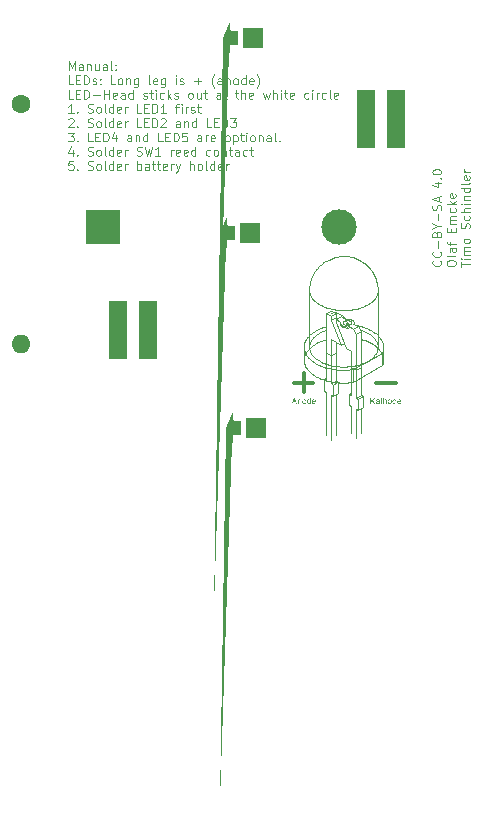
<source format=gbr>
%TF.GenerationSoftware,KiCad,Pcbnew,7.0.10*%
%TF.CreationDate,2024-03-05T20:04:55+01:00*%
%TF.ProjectId,spaceEggs,73706163-6545-4676-9773-2e6b69636164,rev?*%
%TF.SameCoordinates,Original*%
%TF.FileFunction,Soldermask,Top*%
%TF.FilePolarity,Negative*%
%FSLAX46Y46*%
G04 Gerber Fmt 4.6, Leading zero omitted, Abs format (unit mm)*
G04 Created by KiCad (PCBNEW 7.0.10) date 2024-03-05 20:04:55*
%MOMM*%
%LPD*%
G01*
G04 APERTURE LIST*
G04 Aperture macros list*
%AMFreePoly0*
4,1,101,0.523063,1.238106,0.538902,1.238106,0.551715,1.228796,0.566779,1.223902,0.576088,1.211088,0.588902,1.201779,0.593796,1.186715,0.603106,1.173902,0.603106,1.158062,0.608000,1.143000,0.608000,0.609600,0.609600,0.609600,0.609600,0.608000,1.143000,0.608000,1.158063,0.603106,1.173902,0.603106,1.186715,0.593796,1.201779,0.588902,1.211088,0.576088,1.223902,0.566779,
1.228796,0.551715,1.238106,0.538902,1.238106,0.523062,1.243000,0.508000,1.243000,-0.508000,1.238106,-0.523062,1.238106,-0.538902,1.228796,-0.551715,1.223902,-0.566779,1.211088,-0.576088,1.201779,-0.588902,1.186715,-0.593796,1.173902,-0.603106,1.158063,-0.603106,1.143000,-0.608000,0.609600,-0.608000,0.609600,-0.609600,0.608000,-0.609600,0.608000,-1.143000,0.603106,-1.158062,
0.603106,-1.173902,0.593796,-1.186715,0.588902,-1.201779,0.576088,-1.211088,0.566779,-1.223902,0.551715,-1.228796,0.538902,-1.238106,0.523063,-1.238106,0.508000,-1.243000,-0.508000,-1.243000,-0.523063,-1.238106,-0.538902,-1.238106,-0.551715,-1.228796,-0.566779,-1.223902,-0.576088,-1.211088,-0.588902,-1.201779,-0.593796,-1.186715,-0.603106,-1.173902,-0.603106,-1.158062,-0.608000,-1.143000,
-0.608000,-0.609600,-0.609600,-0.609600,-0.609600,-0.608000,-1.143000,-0.608000,-1.158063,-0.603106,-1.173902,-0.603106,-1.186715,-0.593796,-1.201779,-0.588902,-1.211088,-0.576088,-1.223902,-0.566779,-1.228796,-0.551715,-1.238106,-0.538902,-1.238106,-0.523062,-1.243000,-0.508000,-1.243000,0.508000,-1.238106,0.523062,-1.238106,0.538902,-1.228796,0.551715,-1.223902,0.566779,-1.211088,0.576088,
-1.201779,0.588902,-1.186715,0.593796,-1.173902,0.603106,-1.158063,0.603106,-1.143000,0.608000,-0.609600,0.608000,-0.609600,0.609600,-0.608000,0.609600,-0.608000,1.143000,-0.603106,1.158062,-0.603106,1.173902,-0.593796,1.186715,-0.588902,1.201779,-0.576088,1.211088,-0.566779,1.223902,-0.551715,1.228796,-0.538902,1.238106,-0.523063,1.238106,-0.508000,1.243000,0.508000,1.243000,
0.523063,1.238106,0.523063,1.238106,$1*%
G04 Aperture macros list end*
%ADD10C,0.071437*%
%ADD11C,0.035718*%
%ADD12C,0.000000*%
%ADD13C,0.079374*%
%ADD14C,0.317499*%
%ADD15C,0.110000*%
%ADD16R,1.524000X5.000000*%
%ADD17R,1.800000X1.800000*%
%ADD18FreePoly0,180.000000*%
%ADD19C,1.600000*%
%ADD20O,1.600000X1.600000*%
%ADD21R,3.000000X3.000000*%
%ADD22C,3.000000*%
G04 APERTURE END LIST*
D10*
X131232385Y-73670980D02*
X131310809Y-73607174D01*
X132255145Y-72873436D02*
X132260382Y-72842326D01*
X127828034Y-65190266D02*
X127641622Y-65272318D01*
D11*
X128968193Y-72366096D02*
X128700381Y-72518417D01*
D10*
X130058990Y-74206544D02*
X130184921Y-74173003D01*
X132275273Y-73759209D02*
X132273726Y-72657841D01*
X127374330Y-65418160D02*
X127293495Y-65470303D01*
D12*
G36*
X125000000Y-77500000D02*
G01*
X124922884Y-77500000D01*
X124862344Y-77342884D01*
X124646850Y-77342884D01*
X124589914Y-77500000D01*
X124517843Y-77500000D01*
X124598948Y-77288831D01*
X124666310Y-77288831D01*
X124841443Y-77288831D01*
X124787389Y-77145409D01*
X124787299Y-77145406D01*
X124787209Y-77145398D01*
X124787119Y-77145384D01*
X124787029Y-77145364D01*
X124786939Y-77145338D01*
X124786849Y-77145307D01*
X124786759Y-77145271D01*
X124786669Y-77145229D01*
X124786579Y-77145181D01*
X124786489Y-77145127D01*
X124786398Y-77145068D01*
X124786308Y-77145003D01*
X124786218Y-77144932D01*
X124786128Y-77144856D01*
X124786038Y-77144774D01*
X124785948Y-77144687D01*
X124785948Y-77142524D01*
X124785768Y-77142175D01*
X124785588Y-77141849D01*
X124785408Y-77141545D01*
X124785227Y-77141263D01*
X124785047Y-77141004D01*
X124784957Y-77140883D01*
X124784867Y-77140767D01*
X124784777Y-77140657D01*
X124784687Y-77140553D01*
X124784597Y-77140454D01*
X124784507Y-77140361D01*
X124784504Y-77140184D01*
X124784495Y-77140012D01*
X124784481Y-77139846D01*
X124784462Y-77139686D01*
X124784436Y-77139531D01*
X124784405Y-77139382D01*
X124784369Y-77139238D01*
X124784326Y-77139100D01*
X124784279Y-77138968D01*
X124784225Y-77138841D01*
X124784166Y-77138720D01*
X124784101Y-77138604D01*
X124784031Y-77138494D01*
X124783955Y-77138390D01*
X124783873Y-77138291D01*
X124783786Y-77138198D01*
X124783606Y-77137849D01*
X124783426Y-77137523D01*
X124783245Y-77137219D01*
X124783065Y-77136937D01*
X124782885Y-77136678D01*
X124782795Y-77136557D01*
X124782705Y-77136441D01*
X124782615Y-77136331D01*
X124782525Y-77136227D01*
X124782434Y-77136128D01*
X124782344Y-77136035D01*
X124782344Y-77133153D01*
X124782254Y-77133060D01*
X124782164Y-77132962D01*
X124782074Y-77132858D01*
X124781984Y-77132748D01*
X124781894Y-77132632D01*
X124781804Y-77132511D01*
X124781714Y-77132384D01*
X124781624Y-77132252D01*
X124781534Y-77132114D01*
X124781443Y-77131970D01*
X124781353Y-77131821D01*
X124781263Y-77131666D01*
X124781173Y-77131505D01*
X124781083Y-77131339D01*
X124780993Y-77131168D01*
X124780903Y-77130991D01*
X124780903Y-77128828D01*
X124778786Y-77123782D01*
X124776759Y-77118737D01*
X124774822Y-77113692D01*
X124772975Y-77108647D01*
X124765768Y-77087025D01*
X124762164Y-77076033D01*
X124758561Y-77064682D01*
X124757074Y-77058511D01*
X124755498Y-77052250D01*
X124753831Y-77045899D01*
X124752074Y-77039457D01*
X124750633Y-77038018D01*
X124747750Y-77051531D01*
X124744867Y-77064683D01*
X124744304Y-77067747D01*
X124743696Y-77070810D01*
X124743043Y-77073873D01*
X124742345Y-77076936D01*
X124741601Y-77079999D01*
X124740813Y-77083062D01*
X124739980Y-77086125D01*
X124739102Y-77089188D01*
X124738358Y-77092251D01*
X124737570Y-77095314D01*
X124736737Y-77098377D01*
X124735858Y-77101440D01*
X124734935Y-77104503D01*
X124733966Y-77107566D01*
X124732953Y-77110630D01*
X124731894Y-77113693D01*
X124723246Y-77138197D01*
X124723246Y-77136761D01*
X124666310Y-77288831D01*
X124598948Y-77288831D01*
X124716039Y-76983969D01*
X124789552Y-76983969D01*
X125000000Y-77500000D01*
G37*
D11*
X132268807Y-73673324D02*
X132275273Y-73759206D01*
D10*
X132239677Y-72392537D02*
X132221748Y-72328088D01*
D11*
X131220860Y-68893599D02*
X131258864Y-68863928D01*
X129776104Y-70635437D02*
X129778422Y-70606190D01*
D10*
X127641622Y-65272318D02*
X127457171Y-65368597D01*
X131911769Y-71791591D02*
X131862636Y-71737671D01*
X125834629Y-74551826D02*
X125876271Y-74603507D01*
D11*
X131764746Y-68180646D02*
X131775649Y-68142472D01*
X129678668Y-70417956D02*
X129654530Y-70400017D01*
X129154707Y-70633825D02*
X129164847Y-70631276D01*
D10*
X125560421Y-73961688D02*
X125574208Y-74026603D01*
X126030563Y-67498991D02*
X126019419Y-67593957D01*
X125611804Y-74152544D02*
X125635346Y-74213558D01*
X131185284Y-66082586D02*
X131066402Y-65942057D01*
X126196781Y-73265503D02*
X126249381Y-73339348D01*
D11*
X129284493Y-70415196D02*
X129315706Y-70420385D01*
X127180439Y-71322320D02*
X127113172Y-71351993D01*
D10*
X127063441Y-65641502D02*
X126991044Y-65703255D01*
X125569606Y-72418465D02*
X125557253Y-72480857D01*
D11*
X129285549Y-70743288D02*
X129276640Y-70746619D01*
D10*
X132222259Y-74097084D02*
X132230961Y-74067482D01*
X128346567Y-75675676D02*
X128027162Y-75857444D01*
D11*
X129093095Y-70688524D02*
X129094706Y-70680661D01*
X129332365Y-70691363D02*
X129331017Y-70699085D01*
X129324726Y-70668895D02*
X129328476Y-70675858D01*
X128695500Y-70081128D02*
X128282710Y-70316991D01*
D10*
X126161397Y-66945610D02*
X126132181Y-67035531D01*
X125540701Y-73759247D02*
X125543534Y-73828004D01*
D11*
X128275328Y-72272752D02*
X128275328Y-73157267D01*
X126747586Y-71549590D02*
X126664643Y-71605603D01*
D10*
X132175287Y-72201767D02*
X132146953Y-72139988D01*
X132167164Y-73157268D02*
X132180680Y-73125435D01*
D11*
X130786608Y-69158915D02*
X130899346Y-69100807D01*
X129315706Y-70420385D02*
X129346015Y-70427201D01*
X129119653Y-70649328D02*
X129127418Y-70644656D01*
X128624528Y-70644037D02*
X128630011Y-70670822D01*
X126106268Y-68319381D02*
X126121108Y-68349231D01*
D10*
X127414900Y-74105177D02*
X127546572Y-74148217D01*
X127158449Y-74005031D02*
X127285410Y-74057481D01*
D11*
X129307290Y-70651168D02*
X129314047Y-70656550D01*
X130899346Y-69100807D02*
X130981702Y-69054148D01*
D10*
X125965581Y-74702783D02*
X126062036Y-74796568D01*
D11*
X127113172Y-71351993D02*
X127046747Y-71383091D01*
X126464507Y-72422611D02*
X126520564Y-72389156D01*
D13*
X128279606Y-69756619D02*
X128331123Y-69768373D01*
D11*
X129700698Y-70437117D02*
X129678668Y-70417956D01*
D10*
X127293495Y-65470303D02*
X127214708Y-65524956D01*
X132239677Y-72392537D02*
X132221748Y-72328088D01*
D11*
X128913245Y-70724791D02*
X128895707Y-70708131D01*
D10*
X125605025Y-72293772D02*
X125585519Y-72356089D01*
D11*
X129136241Y-70742173D02*
X129128054Y-70738213D01*
X128954972Y-70753637D02*
X128933071Y-70739959D01*
X129526630Y-70676180D02*
X129513462Y-70695443D01*
X129004204Y-70441818D02*
X129032286Y-70432335D01*
X130184882Y-69386784D02*
X130309336Y-69349327D01*
X126030650Y-68101087D02*
X126037932Y-68133106D01*
D10*
X125869721Y-73505231D02*
X125930471Y-73575301D01*
D11*
X130115598Y-70901747D02*
X129756862Y-70695332D01*
X126916627Y-71449633D02*
X126831802Y-71497579D01*
D10*
X126572779Y-73662618D02*
X126645859Y-73717763D01*
D11*
X128910387Y-70496090D02*
X128930564Y-70480070D01*
D10*
X128015899Y-65122147D02*
X127828034Y-65190266D01*
X125541773Y-72666967D02*
X125544525Y-72746546D01*
D11*
X128635082Y-70777395D02*
X128645324Y-70800641D01*
X126150584Y-71554506D02*
X126076256Y-71617632D01*
D10*
X127013081Y-74275143D02*
X127230957Y-74354334D01*
X131958229Y-71846773D02*
X131911769Y-71791591D01*
D11*
X127454710Y-73157226D02*
X127865039Y-73393090D01*
D10*
X132202529Y-74156260D02*
X132212782Y-74126660D01*
X132258010Y-73947834D02*
X132262831Y-73917365D01*
D11*
X129254081Y-71036512D02*
X129304150Y-71032109D01*
X132194633Y-73351240D02*
X132220115Y-73428574D01*
X126916587Y-69100807D02*
X127028844Y-69158860D01*
X126289442Y-72537699D02*
X126376440Y-72478072D01*
X127458956Y-70913851D02*
X127352373Y-70944566D01*
X125541961Y-73704628D02*
X125545799Y-73650762D01*
D10*
X130899386Y-73887000D02*
X130984196Y-73839000D01*
X128088116Y-74275762D02*
X128225477Y-74296983D01*
D11*
X129208332Y-70626380D02*
X129219502Y-70626480D01*
D10*
X126395490Y-66431436D02*
X126349680Y-66513758D01*
X130513895Y-65466145D02*
X130359067Y-65370194D01*
D11*
X129950974Y-75525856D02*
X129950974Y-74594588D01*
X126425730Y-68749655D02*
X126466155Y-68787080D01*
X128780926Y-69556244D02*
X128906717Y-69557809D01*
X130663762Y-71334777D02*
X130570835Y-71295635D01*
D10*
X126598971Y-74081927D02*
X126802040Y-74184440D01*
D11*
X131684668Y-68368747D02*
X131703633Y-68331854D01*
D10*
X132249024Y-72904642D02*
X132255145Y-72873436D01*
D11*
X128747926Y-70821842D02*
X128773739Y-70838359D01*
D10*
X131730908Y-73057666D02*
X131748737Y-73011856D01*
X128618011Y-74604321D02*
X128851865Y-74611228D01*
D13*
X128630387Y-69905577D02*
X128677621Y-69938115D01*
D10*
X131911769Y-71791591D02*
X131862636Y-71737671D01*
D11*
X129101565Y-70666532D02*
X129106641Y-70660266D01*
D10*
X126044822Y-67404689D02*
X126030563Y-67498991D01*
D11*
X128275328Y-70122880D02*
X128339186Y-70287503D01*
X129705309Y-71137609D02*
X129346573Y-70931234D01*
X129282387Y-70638185D02*
X129291374Y-70641985D01*
X126092296Y-68289149D02*
X126106268Y-68319381D01*
X128275328Y-69840344D02*
X128275328Y-70122919D01*
X131737414Y-68256762D02*
X131751955Y-68218778D01*
X128772671Y-70930697D02*
X128797167Y-70944807D01*
D10*
X126249381Y-73339348D02*
X126306708Y-73410189D01*
D11*
X129187932Y-70409398D02*
X129220356Y-70409702D01*
X129120553Y-72759201D02*
X129540685Y-73002445D01*
X129097558Y-70673331D02*
X129101565Y-70666532D01*
X127042468Y-71050596D02*
X126942827Y-71090569D01*
X131800522Y-72529210D02*
X131792891Y-72484141D01*
X126520564Y-72389156D02*
X126577550Y-72356724D01*
X128963782Y-71007615D02*
X129023509Y-71020621D01*
D10*
X126731167Y-75241006D02*
X126847809Y-75294875D01*
D11*
X129541057Y-70340323D02*
X129509498Y-70328372D01*
D10*
X131764496Y-72965212D02*
X131778104Y-72917742D01*
D11*
X129778422Y-70606190D02*
X129776969Y-70578234D01*
X128878091Y-70533040D02*
X128892812Y-70513747D01*
X129056080Y-70933357D02*
X129122271Y-70941911D01*
D10*
X132274341Y-73791779D02*
X132275273Y-73759209D01*
D11*
X130670949Y-69212749D02*
X130786608Y-69158915D01*
X126430110Y-71796998D02*
X126358916Y-71868366D01*
X131806116Y-72574940D02*
X131800522Y-72529210D01*
X126583639Y-71665552D02*
X126505239Y-71729372D01*
D10*
X130032925Y-65207991D02*
X129862628Y-65142328D01*
D11*
X131095389Y-71566856D02*
X131019759Y-71518451D01*
D10*
X127138010Y-65582045D02*
X127063441Y-65641502D01*
X128225477Y-74296983D02*
X128362934Y-74314131D01*
X131295452Y-66231146D02*
X131185284Y-66082586D01*
D11*
X129123628Y-70413680D02*
X129155606Y-70410724D01*
D10*
X125795173Y-74498792D02*
X125834629Y-74551826D01*
D11*
X129319887Y-70662459D02*
X129324726Y-70668895D01*
X129315003Y-70725089D02*
X129308715Y-70730370D01*
X126136747Y-68378675D02*
X126153114Y-68407691D01*
D10*
X125543534Y-73828004D02*
X125550152Y-73895486D01*
D11*
X129348994Y-71024619D02*
X129348994Y-70931234D01*
D10*
X131310809Y-73607174D02*
X131385966Y-73539570D01*
X126009880Y-72761912D02*
X126015462Y-72807705D01*
D11*
X128849513Y-70969839D02*
X128877089Y-70980794D01*
D10*
X132204852Y-73061968D02*
X132215526Y-73030342D01*
D11*
X125825603Y-72977874D02*
X125892799Y-72895153D01*
D10*
X126663054Y-66043971D02*
X126604543Y-66118008D01*
D11*
X129950974Y-74597090D02*
X130361303Y-74358726D01*
D10*
X127904803Y-75613971D02*
X128089674Y-75644078D01*
D11*
X126024730Y-68068853D02*
X126030650Y-68101087D01*
D10*
X129675218Y-74284383D02*
X129803849Y-74262163D01*
D11*
X131902571Y-72867863D02*
X131955396Y-72930812D01*
X131703633Y-68331854D02*
X131721261Y-68294490D01*
X130522375Y-70962672D02*
X130394941Y-70924441D01*
D10*
X127865039Y-76710052D02*
X128029623Y-76805936D01*
X125628158Y-72231559D02*
X125605025Y-72293772D01*
X126141559Y-73776525D02*
X126221302Y-73840289D01*
X125585519Y-72356089D02*
X125569606Y-72418465D01*
D11*
X128619300Y-70700293D02*
X128621933Y-70727237D01*
D12*
G36*
X132212927Y-77443069D02*
G01*
X132212927Y-77443074D01*
X132212925Y-77443063D01*
X132212927Y-77443069D01*
G37*
D11*
X126150338Y-72146677D02*
X126126806Y-72189950D01*
X129071912Y-70280331D02*
X129049274Y-70285083D01*
X129151292Y-70272438D02*
X129096599Y-70276634D01*
X131526034Y-68604756D02*
X131550506Y-68574177D01*
X130647451Y-71004257D02*
X130522375Y-70962672D01*
D10*
X130361303Y-76729737D02*
X130361303Y-75287494D01*
D11*
X125618503Y-73343179D02*
X125659750Y-73246871D01*
X128627239Y-70752932D02*
X128635082Y-70777395D01*
X129548067Y-70609369D02*
X129544147Y-70633143D01*
D10*
X128089674Y-75644078D02*
X128275785Y-75667819D01*
X126405012Y-73967309D02*
X126598971Y-74081927D01*
D11*
X127028844Y-69158860D02*
X127144146Y-69212648D01*
X129154241Y-70748638D02*
X129144995Y-70745648D01*
D10*
X130432064Y-74094098D02*
X130552698Y-74048592D01*
D11*
X129240783Y-70808273D02*
X129209959Y-70809538D01*
D10*
X132272630Y-73823830D02*
X132274341Y-73791779D01*
X126030563Y-67498991D02*
X126019419Y-67593957D01*
X130525927Y-76825543D02*
X130358882Y-76727237D01*
D11*
X129417236Y-69531804D02*
X129546224Y-69516767D01*
D10*
X127904803Y-75613971D02*
X128089674Y-75644078D01*
D11*
X127865039Y-70361243D02*
X128702842Y-72518457D01*
X127189966Y-72087302D02*
X127319721Y-72045055D01*
X131751955Y-68218778D02*
X131764746Y-68180646D01*
D10*
X128275328Y-80126114D02*
X128275328Y-76660959D01*
X125641217Y-73136695D02*
X125676652Y-73212511D01*
X131487610Y-66551176D02*
X131396397Y-66387440D01*
D11*
X128891433Y-70892291D02*
X128923470Y-70902804D01*
D10*
X132175287Y-72201767D02*
X132146953Y-72139988D01*
D11*
X129205262Y-70756305D02*
X129194666Y-70755744D01*
X128439952Y-75621582D02*
X128272908Y-75523355D01*
D10*
X126266090Y-66682664D02*
X126228392Y-66769105D01*
X132246038Y-74008005D02*
X132252412Y-73978031D01*
D11*
X126175602Y-72104267D02*
X126150338Y-72146677D01*
X125585337Y-73442657D02*
X125600870Y-73392527D01*
D10*
X129540685Y-76540586D02*
X129373640Y-76633931D01*
D11*
X127505268Y-69349139D02*
X127629692Y-69386582D01*
X127046747Y-71383091D02*
X126981215Y-71415632D01*
D10*
X125586234Y-72982564D02*
X125611054Y-73060014D01*
X132146953Y-72139988D02*
X132115350Y-72079193D01*
D11*
X128638733Y-70696278D02*
X128650495Y-70720419D01*
D10*
X128393955Y-65026527D02*
X128204709Y-65067666D01*
X130184921Y-74173003D02*
X130309376Y-74135545D01*
D11*
X126821949Y-69046705D02*
X126869119Y-69074286D01*
D10*
X125540701Y-73759247D02*
X125543534Y-73828004D01*
D13*
X128855056Y-70090232D02*
X128935369Y-70177306D01*
D11*
X130570835Y-71295635D02*
X130476577Y-71259110D01*
X132050560Y-73062755D02*
X132092592Y-73131779D01*
X131332682Y-68802163D02*
X131368362Y-68770086D01*
X129544147Y-70633143D02*
X129536930Y-70655414D01*
X125600870Y-73392527D02*
X125618503Y-73343179D01*
D12*
G36*
X132339771Y-77169193D02*
G01*
X132340311Y-77168822D01*
X132340852Y-77168427D01*
X132341393Y-77168011D01*
X132341933Y-77167572D01*
X132342474Y-77167110D01*
X132343014Y-77166626D01*
X132343555Y-77166119D01*
X132344095Y-77165589D01*
X132349861Y-77159823D01*
X132350041Y-77159646D01*
X132350221Y-77159474D01*
X132350401Y-77159308D01*
X132350581Y-77159147D01*
X132350761Y-77158993D01*
X132350941Y-77158843D01*
X132351122Y-77158700D01*
X132351302Y-77158562D01*
X132351482Y-77158430D01*
X132351662Y-77158303D01*
X132351842Y-77158182D01*
X132352022Y-77158066D01*
X132352202Y-77157956D01*
X132352382Y-77157852D01*
X132352562Y-77157753D01*
X132352742Y-77157660D01*
X132355623Y-77154778D01*
X132357787Y-77152615D01*
X132357967Y-77152438D01*
X132358147Y-77152266D01*
X132358327Y-77152100D01*
X132358507Y-77151940D01*
X132358687Y-77151785D01*
X132358867Y-77151636D01*
X132359047Y-77151492D01*
X132359227Y-77151354D01*
X132359408Y-77151222D01*
X132359588Y-77151095D01*
X132359768Y-77150974D01*
X132359948Y-77150859D01*
X132360128Y-77150749D01*
X132360308Y-77150644D01*
X132360488Y-77150545D01*
X132360668Y-77150452D01*
X132363900Y-77147986D01*
X132367109Y-77145633D01*
X132370296Y-77143392D01*
X132373461Y-77141263D01*
X132376602Y-77139248D01*
X132379722Y-77137345D01*
X132382819Y-77135554D01*
X132385893Y-77133877D01*
X132389125Y-77132311D01*
X132392334Y-77130858D01*
X132395521Y-77129518D01*
X132398686Y-77128290D01*
X132401828Y-77127176D01*
X132404947Y-77126174D01*
X132408044Y-77125284D01*
X132411118Y-77124507D01*
X132417109Y-77123471D01*
X132422830Y-77122524D01*
X132428280Y-77121669D01*
X132433460Y-77120904D01*
X132435960Y-77120566D01*
X132438415Y-77120274D01*
X132440825Y-77120026D01*
X132443190Y-77119824D01*
X132445509Y-77119666D01*
X132447784Y-77119554D01*
X132450014Y-77119486D01*
X132452198Y-77119464D01*
X132460127Y-77119464D01*
X132460668Y-77119633D01*
X132461208Y-77119779D01*
X132461749Y-77119903D01*
X132462290Y-77120005D01*
X132462830Y-77120084D01*
X132463371Y-77120140D01*
X132463911Y-77120174D01*
X132464451Y-77120185D01*
X132468776Y-77120185D01*
X132477424Y-77121626D01*
X132478505Y-77121648D01*
X132479586Y-77121716D01*
X132480667Y-77121828D01*
X132481749Y-77121986D01*
X132482830Y-77122188D01*
X132483911Y-77122435D01*
X132484992Y-77122728D01*
X132486073Y-77123065D01*
X132488945Y-77123640D01*
X132491794Y-77124283D01*
X132494620Y-77124992D01*
X132497424Y-77125769D01*
X132500206Y-77126613D01*
X132502964Y-77127525D01*
X132505701Y-77128504D01*
X132508415Y-77129551D01*
X132511286Y-77130654D01*
X132514136Y-77131803D01*
X132516962Y-77132997D01*
X132519766Y-77134235D01*
X132522547Y-77135519D01*
X132525306Y-77136848D01*
X132528043Y-77138222D01*
X132530756Y-77139641D01*
X132532097Y-77140373D01*
X132533414Y-77141128D01*
X132534709Y-77141905D01*
X132535982Y-77142705D01*
X132537232Y-77143527D01*
X132538459Y-77144372D01*
X132539664Y-77145239D01*
X132540847Y-77146128D01*
X132542007Y-77147041D01*
X132543144Y-77147975D01*
X132544259Y-77148932D01*
X132545351Y-77149912D01*
X132546421Y-77150914D01*
X132547468Y-77151939D01*
X132548493Y-77152986D01*
X132549495Y-77154056D01*
X132550565Y-77155055D01*
X132551612Y-77156072D01*
X132552637Y-77157105D01*
X132553639Y-77158155D01*
X132554619Y-77159222D01*
X132555576Y-77160306D01*
X132556511Y-77161407D01*
X132557423Y-77162525D01*
X132558313Y-77163659D01*
X132559180Y-77164811D01*
X132560025Y-77165979D01*
X132560847Y-77167164D01*
X132561647Y-77168366D01*
X132562424Y-77169585D01*
X132563178Y-77170821D01*
X132563910Y-77172074D01*
X132564259Y-77172794D01*
X132564585Y-77173515D01*
X132564889Y-77174236D01*
X132565171Y-77174956D01*
X132565430Y-77175677D01*
X132565667Y-77176398D01*
X132565881Y-77177119D01*
X132566073Y-77177839D01*
X132568954Y-77182163D01*
X132570395Y-77187929D01*
X132570573Y-77188203D01*
X132570744Y-77188482D01*
X132570910Y-77188766D01*
X132571071Y-77189056D01*
X132571225Y-77189352D01*
X132571375Y-77189653D01*
X132571518Y-77189960D01*
X132571656Y-77190273D01*
X132571789Y-77190591D01*
X132571916Y-77190914D01*
X132572037Y-77191244D01*
X132572152Y-77191579D01*
X132572262Y-77191919D01*
X132572367Y-77192265D01*
X132572465Y-77192617D01*
X132572558Y-77192974D01*
X132573999Y-77198740D01*
X132575439Y-77203063D01*
X132575609Y-77203784D01*
X132575755Y-77204504D01*
X132575880Y-77205225D01*
X132575981Y-77205946D01*
X132576060Y-77206666D01*
X132576117Y-77207387D01*
X132576151Y-77208108D01*
X132576162Y-77208830D01*
X132576342Y-77209382D01*
X132576523Y-77209956D01*
X132576703Y-77210553D01*
X132576883Y-77211172D01*
X132577243Y-77212478D01*
X132577603Y-77213874D01*
X132577772Y-77214606D01*
X132577919Y-77215360D01*
X132578043Y-77216137D01*
X132578144Y-77216936D01*
X132578223Y-77217758D01*
X132578280Y-77218603D01*
X132578314Y-77219471D01*
X132578325Y-77220361D01*
X132578686Y-77222117D01*
X132579046Y-77223784D01*
X132579406Y-77225360D01*
X132579766Y-77226846D01*
X132579766Y-77234055D01*
X132579935Y-77234786D01*
X132580082Y-77235540D01*
X132580206Y-77236317D01*
X132580308Y-77237117D01*
X132580387Y-77237939D01*
X132580443Y-77238784D01*
X132580477Y-77239651D01*
X132580488Y-77240541D01*
X132580488Y-77247027D01*
X132580500Y-77247759D01*
X132580534Y-77248513D01*
X132580590Y-77249290D01*
X132580669Y-77250089D01*
X132580771Y-77250912D01*
X132580895Y-77251757D01*
X132581041Y-77252624D01*
X132581211Y-77253514D01*
X132581211Y-77500000D01*
X132517788Y-77500000D01*
X132517788Y-77257839D01*
X132517619Y-77257298D01*
X132517472Y-77256758D01*
X132517348Y-77256217D01*
X132517246Y-77255676D01*
X132517167Y-77255136D01*
X132517111Y-77254596D01*
X132517077Y-77254056D01*
X132517066Y-77253516D01*
X132517066Y-77247749D01*
X132516874Y-77246308D01*
X132516660Y-77244866D01*
X132516423Y-77243425D01*
X132516164Y-77241984D01*
X132515882Y-77240542D01*
X132515578Y-77239101D01*
X132515251Y-77237659D01*
X132514902Y-77236218D01*
X132514711Y-77234596D01*
X132514496Y-77232974D01*
X132514260Y-77231353D01*
X132514000Y-77229731D01*
X132513719Y-77228109D01*
X132513415Y-77226488D01*
X132513088Y-77224866D01*
X132512739Y-77223245D01*
X132512365Y-77222076D01*
X132511963Y-77220914D01*
X132511532Y-77219757D01*
X132511073Y-77218605D01*
X132510586Y-77217459D01*
X132510071Y-77216319D01*
X132509528Y-77215185D01*
X132508956Y-77214056D01*
X132508357Y-77212932D01*
X132507729Y-77211815D01*
X132507073Y-77210703D01*
X132506388Y-77209596D01*
X132505676Y-77208496D01*
X132504935Y-77207401D01*
X132504167Y-77206311D01*
X132503370Y-77205227D01*
X132501894Y-77203088D01*
X132500352Y-77200994D01*
X132498741Y-77198944D01*
X132497064Y-77196940D01*
X132495318Y-77194980D01*
X132493505Y-77193066D01*
X132491624Y-77191197D01*
X132489676Y-77189373D01*
X132488665Y-77188398D01*
X132487615Y-77187458D01*
X132486526Y-77186551D01*
X132485397Y-77185678D01*
X132484229Y-77184839D01*
X132483021Y-77184034D01*
X132481774Y-77183263D01*
X132480487Y-77182525D01*
X132479161Y-77181821D01*
X132477796Y-77181151D01*
X132476391Y-77180515D01*
X132474947Y-77179912D01*
X132473463Y-77179344D01*
X132471940Y-77178809D01*
X132470378Y-77178308D01*
X132468776Y-77177840D01*
X132467225Y-77177404D01*
X132465634Y-77176996D01*
X132462334Y-77176265D01*
X132458877Y-77175645D01*
X132455262Y-77175139D01*
X132451490Y-77174745D01*
X132447560Y-77174463D01*
X132443472Y-77174294D01*
X132439227Y-77174238D01*
X132435826Y-77174294D01*
X132432470Y-77174463D01*
X132429159Y-77174745D01*
X132425893Y-77175139D01*
X132422672Y-77175645D01*
X132419497Y-77176265D01*
X132416366Y-77176996D01*
X132413281Y-77177840D01*
X132410218Y-77178617D01*
X132407155Y-77179507D01*
X132404092Y-77180509D01*
X132401029Y-77181624D01*
X132397966Y-77182851D01*
X132394903Y-77184191D01*
X132391839Y-77185644D01*
X132388776Y-77187210D01*
X132385939Y-77188854D01*
X132383191Y-77190544D01*
X132380533Y-77192278D01*
X132377966Y-77194057D01*
X132375488Y-77195882D01*
X132373101Y-77197751D01*
X132370804Y-77199665D01*
X132368596Y-77201625D01*
X132367530Y-77202621D01*
X132366491Y-77203629D01*
X132365480Y-77204648D01*
X132364497Y-77205679D01*
X132363543Y-77206720D01*
X132362617Y-77207773D01*
X132361719Y-77208837D01*
X132360849Y-77209913D01*
X132360007Y-77211000D01*
X132359193Y-77212098D01*
X132358408Y-77213207D01*
X132357650Y-77214328D01*
X132356921Y-77215459D01*
X132356220Y-77216602D01*
X132355547Y-77217757D01*
X132354902Y-77218922D01*
X132354712Y-77219463D01*
X132354498Y-77220004D01*
X132354262Y-77220544D01*
X132354003Y-77221085D01*
X132353721Y-77221625D01*
X132353416Y-77222166D01*
X132353089Y-77222706D01*
X132352740Y-77223246D01*
X132352548Y-77223787D01*
X132352333Y-77224328D01*
X132352097Y-77224868D01*
X132351837Y-77225409D01*
X132351556Y-77225949D01*
X132351252Y-77226490D01*
X132350925Y-77227030D01*
X132350576Y-77227569D01*
X132349136Y-77231894D01*
X132347695Y-77234775D01*
X132346299Y-77239054D01*
X132344993Y-77243244D01*
X132343777Y-77247343D01*
X132342650Y-77251351D01*
X132342301Y-77253333D01*
X132341974Y-77255315D01*
X132341670Y-77257297D01*
X132341389Y-77259279D01*
X132341129Y-77261261D01*
X132340893Y-77263243D01*
X132340678Y-77265225D01*
X132340486Y-77267206D01*
X132340317Y-77269188D01*
X132340171Y-77271170D01*
X132340046Y-77273152D01*
X132339945Y-77275134D01*
X132339866Y-77277116D01*
X132339809Y-77279098D01*
X132339776Y-77281080D01*
X132339764Y-77283062D01*
X132339764Y-77499996D01*
X132276348Y-77499996D01*
X132276348Y-76983969D01*
X132339771Y-76983969D01*
X132339771Y-77169193D01*
G37*
D10*
X132273726Y-72657841D02*
X132271062Y-72590482D01*
X126005085Y-72668317D02*
X126006398Y-72715447D01*
X125550152Y-73895486D02*
X125560421Y-73961688D01*
X126105875Y-67126471D02*
X126082519Y-67218358D01*
D11*
X129173913Y-70753162D02*
X129163905Y-70751143D01*
X129299704Y-70646313D02*
X129307290Y-70651168D01*
X126051669Y-72371502D02*
X126038048Y-72418964D01*
X131006543Y-71149139D02*
X130889733Y-71097491D01*
X129331051Y-70683347D02*
X129332365Y-70691363D01*
D10*
X126266090Y-66682664D02*
X126228392Y-66769105D01*
X129023270Y-75700831D02*
X129208564Y-75694021D01*
D11*
X126312015Y-68630595D02*
X126348569Y-68671420D01*
D10*
X128383025Y-74587978D02*
X128618011Y-74604321D01*
X132180680Y-73125435D02*
X132193240Y-73093667D01*
D11*
X126026659Y-72467240D02*
X126017585Y-72516321D01*
X130981702Y-69054148D02*
X131022553Y-69029512D01*
X130933356Y-71468374D02*
X130845142Y-71421100D01*
D10*
X131748737Y-73011856D02*
X131764496Y-72965212D01*
X131810929Y-71685060D02*
X131810929Y-67880855D01*
D11*
X129781469Y-70700293D02*
X129781469Y-70606948D01*
D10*
X128772397Y-74342124D02*
X128906756Y-74343962D01*
X125876271Y-74603507D02*
X125965581Y-74702783D01*
X126645859Y-73717763D02*
X126720513Y-73769633D01*
D13*
X128331123Y-69768373D02*
X128382351Y-69783560D01*
D10*
X128204709Y-65067666D02*
X128015899Y-65122147D01*
D11*
X130361303Y-74361187D02*
X130361303Y-71324340D01*
X129342953Y-70286035D02*
X129276133Y-70277071D01*
D12*
G36*
X132276348Y-77500000D02*
G01*
X132276342Y-77499996D01*
X132276348Y-77499996D01*
X132276348Y-77500000D01*
G37*
D10*
X132001917Y-71903170D02*
X131958229Y-71846773D01*
D11*
X131501327Y-68634004D02*
X131526034Y-68604756D01*
X129540685Y-74361187D02*
X129540685Y-75668335D01*
D10*
X132272630Y-73823830D02*
X132274341Y-73791779D01*
X127540652Y-75534319D02*
X127721640Y-75577413D01*
X129510127Y-65043357D02*
X129328938Y-65010639D01*
X131689377Y-73146756D02*
X131711093Y-73102636D01*
X127187073Y-75428181D02*
X127362307Y-75484603D01*
X128439952Y-76567574D02*
X128439952Y-75680638D01*
X126011431Y-67689515D02*
X126006639Y-67785594D01*
D11*
X126187751Y-68464340D02*
X126205880Y-68491926D01*
D10*
X132230961Y-74067482D02*
X132238888Y-74037806D01*
D11*
X131784528Y-68104365D02*
X131791243Y-68066432D01*
X131775649Y-68142472D02*
X131784528Y-68104365D01*
D10*
X130198573Y-65284044D02*
X130032925Y-65207991D01*
D11*
X129759324Y-70697833D02*
X129769807Y-70665981D01*
D10*
X130115598Y-77061405D02*
X129948553Y-76963100D01*
D11*
X129219502Y-70626480D02*
X129230619Y-70627109D01*
D10*
X130662552Y-65571602D02*
X130513895Y-65466145D01*
X126032669Y-72897255D02*
X126044162Y-72941001D01*
D11*
X131258864Y-68863928D02*
X131296161Y-68833446D01*
X126038048Y-72418964D02*
X126026659Y-72467240D01*
X131550506Y-68574177D02*
X131574603Y-68542372D01*
D10*
X131744986Y-67274615D02*
X131697781Y-67084070D01*
D11*
X131810929Y-71683075D02*
X131724878Y-71604593D01*
X132130717Y-73202858D02*
X132164782Y-73276007D01*
X131792891Y-72484141D02*
X131783289Y-72439740D01*
X126869119Y-69074286D02*
X126916587Y-69100807D01*
D10*
X129145136Y-64989493D02*
X128959228Y-64980214D01*
X132115350Y-72079193D02*
X132080576Y-72019427D01*
X125685438Y-72107622D02*
X125654951Y-72169495D01*
X132230961Y-74067482D02*
X132238888Y-74037806D01*
D11*
X126942827Y-71090569D02*
X126845205Y-71132856D01*
X128638985Y-70523366D02*
X128629514Y-70555589D01*
X129276133Y-70277071D02*
X129211691Y-70272562D01*
D10*
X126005085Y-71683630D02*
X125947804Y-71742914D01*
D11*
X128275328Y-73157226D02*
X128275328Y-75525856D01*
D10*
X126105875Y-67126471D02*
X126082519Y-67218358D01*
X125661874Y-74273258D02*
X125691253Y-74331638D01*
X132225271Y-72998793D02*
X132234097Y-72967324D01*
X132271062Y-72590482D02*
X132264433Y-72523781D01*
X132260382Y-72842326D02*
X132264745Y-72811315D01*
D11*
X129654530Y-70400017D02*
X129628492Y-70383293D01*
X130133787Y-70858041D02*
X130000465Y-70829872D01*
X129950974Y-71565163D02*
X129702848Y-71135188D01*
D10*
X128393955Y-65026527D02*
X128204709Y-65067666D01*
D11*
X125540701Y-73759207D02*
X125541961Y-73704628D01*
X127262189Y-69262243D02*
X127382665Y-69307716D01*
D10*
X126614211Y-75181276D02*
X126731167Y-75241006D01*
X132167124Y-74245698D02*
X132179700Y-74215730D01*
D11*
X129931830Y-69450023D02*
X130058950Y-69420325D01*
D10*
X126149433Y-73188700D02*
X126196781Y-73265503D01*
D11*
X128525927Y-69543240D02*
X128653894Y-69551411D01*
D10*
X129862628Y-65142328D02*
X129688193Y-65087352D01*
D11*
X129776969Y-70578234D02*
X129771953Y-70551560D01*
D10*
X126395490Y-66431436D02*
X126349680Y-66513758D01*
X131151363Y-73730928D02*
X131232385Y-73670980D01*
D11*
X126507691Y-68823384D02*
X126550247Y-68858574D01*
D10*
X132001917Y-71903170D02*
X131958229Y-71846773D01*
X126494937Y-66271408D02*
X126443923Y-66350629D01*
D11*
X128268411Y-69516597D02*
X128397330Y-69531659D01*
X129144995Y-70745648D02*
X129136241Y-70742173D01*
D12*
G36*
X132839042Y-77119634D02*
G01*
X132839583Y-77119781D01*
X132840124Y-77119905D01*
X132840665Y-77120006D01*
X132841205Y-77120085D01*
X132841746Y-77120141D01*
X132842286Y-77120175D01*
X132842826Y-77120186D01*
X132847872Y-77120186D01*
X132850078Y-77120547D01*
X132852375Y-77120908D01*
X132854763Y-77121268D01*
X132857240Y-77121627D01*
X132858502Y-77121649D01*
X132859763Y-77121717D01*
X132861024Y-77121829D01*
X132862285Y-77121987D01*
X132863547Y-77122189D01*
X132864808Y-77122437D01*
X132866069Y-77122729D01*
X132867331Y-77123067D01*
X132870475Y-77123731D01*
X132873603Y-77124463D01*
X132876714Y-77125263D01*
X132879808Y-77126130D01*
X132882885Y-77127064D01*
X132885945Y-77128067D01*
X132888989Y-77129136D01*
X132892015Y-77130274D01*
X132895025Y-77131479D01*
X132898017Y-77132751D01*
X132900993Y-77134091D01*
X132903952Y-77135499D01*
X132906894Y-77136974D01*
X132909819Y-77138517D01*
X132912727Y-77140127D01*
X132915618Y-77141805D01*
X132918583Y-77143461D01*
X132921531Y-77145183D01*
X132924461Y-77146974D01*
X132927375Y-77148832D01*
X132930272Y-77150758D01*
X132933152Y-77152751D01*
X132936016Y-77154812D01*
X132938862Y-77156940D01*
X132941691Y-77159136D01*
X132944504Y-77161400D01*
X132947299Y-77163731D01*
X132950078Y-77166129D01*
X132955584Y-77171129D01*
X132961023Y-77176400D01*
X132963684Y-77179147D01*
X132966260Y-77181985D01*
X132968751Y-77184913D01*
X132971158Y-77187931D01*
X132973481Y-77191039D01*
X132975719Y-77194237D01*
X132977873Y-77197525D01*
X132979942Y-77200903D01*
X132981927Y-77204372D01*
X132983827Y-77207930D01*
X132985643Y-77211579D01*
X132987374Y-77215318D01*
X132989021Y-77219146D01*
X132990584Y-77223065D01*
X132992062Y-77227074D01*
X132993455Y-77231173D01*
X132994764Y-77235362D01*
X132995989Y-77239642D01*
X132997129Y-77244011D01*
X132998185Y-77248470D01*
X132999156Y-77253020D01*
X133000043Y-77257660D01*
X133000845Y-77262389D01*
X133001563Y-77267209D01*
X133002745Y-77277119D01*
X133003590Y-77287389D01*
X133004097Y-77298019D01*
X133004265Y-77309010D01*
X133004220Y-77315587D01*
X133004085Y-77321983D01*
X133003860Y-77328199D01*
X133003545Y-77334235D01*
X133003140Y-77340091D01*
X133002645Y-77345767D01*
X133002060Y-77351262D01*
X133001384Y-77356578D01*
X133000799Y-77361544D01*
X133000123Y-77366352D01*
X132999357Y-77371003D01*
X132998501Y-77375497D01*
X132997555Y-77379832D01*
X132996519Y-77384010D01*
X132995393Y-77388030D01*
X132994177Y-77391893D01*
X132991655Y-77399235D01*
X132990394Y-77402738D01*
X132989132Y-77406127D01*
X132987871Y-77409404D01*
X132986610Y-77412568D01*
X132985348Y-77415620D01*
X132984087Y-77418559D01*
X132982815Y-77421385D01*
X132981520Y-77424099D01*
X132980202Y-77426700D01*
X132978862Y-77429189D01*
X132977499Y-77431565D01*
X132976114Y-77433829D01*
X132974706Y-77435979D01*
X132973276Y-77438017D01*
X132971836Y-77439457D01*
X132971836Y-77440179D01*
X132970395Y-77441620D01*
X132969672Y-77442341D01*
X132969582Y-77442434D01*
X132969492Y-77442532D01*
X132969402Y-77442637D01*
X132969312Y-77442746D01*
X132969221Y-77442862D01*
X132969131Y-77442983D01*
X132969041Y-77443110D01*
X132968951Y-77443243D01*
X132968861Y-77443381D01*
X132968771Y-77443524D01*
X132968681Y-77443674D01*
X132968591Y-77443829D01*
X132968501Y-77443989D01*
X132968411Y-77444156D01*
X132968321Y-77444327D01*
X132968231Y-77444505D01*
X132968141Y-77444598D01*
X132968051Y-77444696D01*
X132967961Y-77444801D01*
X132967871Y-77444910D01*
X132967781Y-77445026D01*
X132967691Y-77445147D01*
X132967600Y-77445274D01*
X132967510Y-77445406D01*
X132967420Y-77445544D01*
X132967330Y-77445688D01*
X132967241Y-77445837D01*
X132967151Y-77445992D01*
X132967061Y-77446152D01*
X132966971Y-77446319D01*
X132966881Y-77446490D01*
X132966791Y-77446668D01*
X132963874Y-77450046D01*
X132960890Y-77453334D01*
X132957838Y-77456532D01*
X132954719Y-77459640D01*
X132951532Y-77462658D01*
X132948278Y-77465586D01*
X132944956Y-77468424D01*
X132941566Y-77471172D01*
X132938289Y-77473830D01*
X132934945Y-77476397D01*
X132931532Y-77478875D01*
X132928053Y-77481262D01*
X132924505Y-77483559D01*
X132920890Y-77485766D01*
X132917208Y-77487883D01*
X132913458Y-77489909D01*
X132909494Y-77491655D01*
X132905530Y-77493288D01*
X132901566Y-77494808D01*
X132897602Y-77496216D01*
X132893638Y-77497511D01*
X132889674Y-77498694D01*
X132885711Y-77499763D01*
X132881747Y-77500721D01*
X132877952Y-77501768D01*
X132874134Y-77502747D01*
X132870294Y-77503660D01*
X132866432Y-77504504D01*
X132862547Y-77505281D01*
X132858639Y-77505991D01*
X132854709Y-77506633D01*
X132850757Y-77507207D01*
X132847875Y-77507207D01*
X132847695Y-77507210D01*
X132847515Y-77507218D01*
X132847335Y-77507232D01*
X132847155Y-77507252D01*
X132846974Y-77507278D01*
X132846794Y-77507309D01*
X132846614Y-77507345D01*
X132846434Y-77507388D01*
X132846254Y-77507436D01*
X132846074Y-77507489D01*
X132845894Y-77507549D01*
X132845714Y-77507614D01*
X132845534Y-77507684D01*
X132845354Y-77507760D01*
X132845174Y-77507842D01*
X132844993Y-77507929D01*
X132836350Y-77507929D01*
X132836172Y-77507932D01*
X132836001Y-77507940D01*
X132835835Y-77507955D01*
X132835674Y-77507974D01*
X132835519Y-77508000D01*
X132835370Y-77508031D01*
X132835226Y-77508068D01*
X132835088Y-77508110D01*
X132834956Y-77508158D01*
X132834829Y-77508212D01*
X132834708Y-77508271D01*
X132834592Y-77508336D01*
X132834482Y-77508406D01*
X132834378Y-77508482D01*
X132834279Y-77508564D01*
X132834186Y-77508651D01*
X132822657Y-77508651D01*
X132822474Y-77508564D01*
X132822285Y-77508482D01*
X132822091Y-77508406D01*
X132821891Y-77508336D01*
X132821686Y-77508271D01*
X132821475Y-77508212D01*
X132821258Y-77508158D01*
X132821035Y-77508110D01*
X132820807Y-77508068D01*
X132820574Y-77508031D01*
X132820334Y-77508000D01*
X132820089Y-77507974D01*
X132819839Y-77507955D01*
X132819583Y-77507940D01*
X132819321Y-77507932D01*
X132819053Y-77507929D01*
X132810409Y-77507929D01*
X132809879Y-77507760D01*
X132809372Y-77507614D01*
X132808888Y-77507489D01*
X132808426Y-77507388D01*
X132807987Y-77507309D01*
X132807570Y-77507252D01*
X132807176Y-77507218D01*
X132806988Y-77507210D01*
X132806805Y-77507207D01*
X132803923Y-77507207D01*
X132799960Y-77506633D01*
X132795996Y-77505991D01*
X132792032Y-77505281D01*
X132788068Y-77504504D01*
X132784104Y-77503660D01*
X132780140Y-77502747D01*
X132776176Y-77501768D01*
X132772212Y-77500721D01*
X132768260Y-77499594D01*
X132764330Y-77498378D01*
X132760422Y-77497072D01*
X132756537Y-77495676D01*
X132752674Y-77494189D01*
X132748834Y-77492613D01*
X132745017Y-77490946D01*
X132741222Y-77489189D01*
X132737472Y-77487174D01*
X132733790Y-77485091D01*
X132730175Y-77482940D01*
X132726627Y-77480721D01*
X132723148Y-77478435D01*
X132719735Y-77476082D01*
X132716391Y-77473661D01*
X132713113Y-77471172D01*
X132710084Y-77468424D01*
X132707122Y-77465586D01*
X132704228Y-77462658D01*
X132701402Y-77459640D01*
X132698643Y-77456532D01*
X132695952Y-77453334D01*
X132693328Y-77450046D01*
X132690772Y-77446668D01*
X132689702Y-77445406D01*
X132688654Y-77444145D01*
X132687630Y-77442884D01*
X132686627Y-77441623D01*
X132685648Y-77440361D01*
X132684691Y-77439100D01*
X132683756Y-77437839D01*
X132682844Y-77436578D01*
X132681403Y-77433740D01*
X132679962Y-77430992D01*
X132678520Y-77428334D01*
X132677078Y-77425766D01*
X132674197Y-77420000D01*
X132674005Y-77419279D01*
X132673791Y-77418559D01*
X132673554Y-77417838D01*
X132673295Y-77417118D01*
X132673013Y-77416397D01*
X132672709Y-77415676D01*
X132672383Y-77414955D01*
X132672034Y-77414234D01*
X132671842Y-77413682D01*
X132671628Y-77413107D01*
X132671391Y-77412510D01*
X132671132Y-77411891D01*
X132670850Y-77411249D01*
X132670546Y-77410585D01*
X132670220Y-77409898D01*
X132669871Y-77409190D01*
X132669679Y-77408469D01*
X132669465Y-77407748D01*
X132669228Y-77407028D01*
X132668969Y-77406307D01*
X132668687Y-77405586D01*
X132668383Y-77404865D01*
X132668056Y-77404144D01*
X132667707Y-77403423D01*
X132666480Y-77400191D01*
X132665320Y-77396981D01*
X132664228Y-77393794D01*
X132663203Y-77390630D01*
X132662246Y-77387488D01*
X132661356Y-77384369D01*
X132660534Y-77381272D01*
X132659780Y-77378198D01*
X132658744Y-77371801D01*
X132657797Y-77365585D01*
X132656941Y-77359549D01*
X132656176Y-77353694D01*
X132655455Y-77342161D01*
X132654735Y-77332071D01*
X132654419Y-77327206D01*
X132654193Y-77322702D01*
X132654058Y-77318559D01*
X132654013Y-77314775D01*
X132654013Y-77314110D01*
X132718874Y-77314110D01*
X132718945Y-77321139D01*
X132719181Y-77328695D01*
X132719575Y-77336003D01*
X132720127Y-77343064D01*
X132720837Y-77349877D01*
X132721704Y-77356442D01*
X132722728Y-77362760D01*
X132723911Y-77368830D01*
X132725251Y-77374471D01*
X132726749Y-77379866D01*
X132727557Y-77382470D01*
X132728404Y-77385012D01*
X132729291Y-77387492D01*
X132730217Y-77389911D01*
X132731183Y-77392267D01*
X132732188Y-77394561D01*
X132733232Y-77396794D01*
X132734316Y-77398965D01*
X132735440Y-77401073D01*
X132736602Y-77403120D01*
X132737804Y-77405105D01*
X132739046Y-77407028D01*
X132741591Y-77410744D01*
X132744181Y-77414324D01*
X132746816Y-77417770D01*
X132749496Y-77421081D01*
X132752221Y-77424256D01*
X132754991Y-77427297D01*
X132757807Y-77430202D01*
X132760667Y-77432973D01*
X132762114Y-77434217D01*
X132763572Y-77435428D01*
X132765042Y-77436604D01*
X132766523Y-77437748D01*
X132768015Y-77438857D01*
X132769518Y-77439932D01*
X132771033Y-77440974D01*
X132772559Y-77441982D01*
X132774096Y-77442956D01*
X132775644Y-77443896D01*
X132777204Y-77444803D01*
X132778775Y-77445676D01*
X132780357Y-77446515D01*
X132781951Y-77447320D01*
X132783555Y-77448091D01*
X132785171Y-77448828D01*
X132786613Y-77449526D01*
X132788054Y-77450179D01*
X132789495Y-77450787D01*
X132790937Y-77451350D01*
X132792378Y-77451868D01*
X132793820Y-77452341D01*
X132795261Y-77452769D01*
X132796703Y-77453152D01*
X132808233Y-77456034D01*
X132813819Y-77456754D01*
X132819045Y-77457473D01*
X132820306Y-77457642D01*
X132821567Y-77457789D01*
X132822828Y-77457913D01*
X132824090Y-77458015D01*
X132825351Y-77458094D01*
X132826612Y-77458150D01*
X132827873Y-77458184D01*
X132829134Y-77458195D01*
X132835339Y-77458083D01*
X132841341Y-77457745D01*
X132847141Y-77457182D01*
X132852738Y-77456393D01*
X132855460Y-77455915D01*
X132858132Y-77455380D01*
X132860753Y-77454788D01*
X132863323Y-77454141D01*
X132865843Y-77453437D01*
X132868312Y-77452677D01*
X132870731Y-77451861D01*
X132873098Y-77450988D01*
X132875500Y-77449966D01*
X132877839Y-77448882D01*
X132880117Y-77447736D01*
X132882332Y-77446528D01*
X132884486Y-77445258D01*
X132886578Y-77443926D01*
X132888607Y-77442533D01*
X132890575Y-77441077D01*
X132892481Y-77439560D01*
X132894325Y-77437980D01*
X132896107Y-77436339D01*
X132897827Y-77434636D01*
X132899485Y-77432871D01*
X132901082Y-77431044D01*
X132902616Y-77429155D01*
X132904088Y-77427204D01*
X132907073Y-77423217D01*
X132909899Y-77419186D01*
X132912568Y-77415110D01*
X132915079Y-77410988D01*
X132917433Y-77406821D01*
X132919629Y-77402610D01*
X132921667Y-77398353D01*
X132923548Y-77394051D01*
X132925462Y-77389715D01*
X132927241Y-77385357D01*
X132928886Y-77380977D01*
X132930395Y-77376573D01*
X132931768Y-77372148D01*
X132933007Y-77367700D01*
X132934111Y-77363229D01*
X132935079Y-77358736D01*
X132935417Y-77357294D01*
X132935709Y-77355852D01*
X132935957Y-77354411D01*
X132936160Y-77352969D01*
X132936317Y-77351528D01*
X132936430Y-77350086D01*
X132936497Y-77348645D01*
X132936520Y-77347204D01*
X132937241Y-77340898D01*
X132937961Y-77334952D01*
X132937961Y-77329185D01*
X132938130Y-77328465D01*
X132938276Y-77327744D01*
X132938401Y-77327024D01*
X132938502Y-77326303D01*
X132938581Y-77325582D01*
X132938638Y-77324861D01*
X132938671Y-77324140D01*
X132938683Y-77323419D01*
X132938770Y-77323146D01*
X132938852Y-77322867D01*
X132938928Y-77322583D01*
X132938999Y-77322293D01*
X132939064Y-77321997D01*
X132939123Y-77321696D01*
X132939177Y-77321389D01*
X132939225Y-77321076D01*
X132939267Y-77320758D01*
X132939304Y-77320434D01*
X132939360Y-77319770D01*
X132939394Y-77319084D01*
X132939405Y-77318375D01*
X132939405Y-77312609D01*
X132939270Y-77303409D01*
X132938865Y-77294547D01*
X132938189Y-77286022D01*
X132937243Y-77277835D01*
X132936027Y-77269986D01*
X132934540Y-77262475D01*
X132932784Y-77255302D01*
X132930757Y-77248466D01*
X132929644Y-77245085D01*
X132928470Y-77241788D01*
X132927235Y-77238576D01*
X132925937Y-77235448D01*
X132924577Y-77232405D01*
X132923155Y-77229446D01*
X132921671Y-77226572D01*
X132920126Y-77223782D01*
X132918518Y-77221076D01*
X132916849Y-77218455D01*
X132915118Y-77215919D01*
X132913324Y-77213467D01*
X132911469Y-77211099D01*
X132909552Y-77208816D01*
X132907573Y-77206617D01*
X132905532Y-77204503D01*
X132903361Y-77202465D01*
X132901173Y-77200494D01*
X132898969Y-77198591D01*
X132896748Y-77196755D01*
X132894510Y-77194988D01*
X132892254Y-77193287D01*
X132889983Y-77191654D01*
X132887694Y-77190089D01*
X132885388Y-77188591D01*
X132883065Y-77187161D01*
X132880726Y-77185799D01*
X132878369Y-77184504D01*
X132875996Y-77183276D01*
X132873606Y-77182116D01*
X132871199Y-77181024D01*
X132868775Y-77179999D01*
X132866424Y-77178951D01*
X132864056Y-77177972D01*
X132861672Y-77177060D01*
X132859270Y-77176215D01*
X132856852Y-77175438D01*
X132854417Y-77174729D01*
X132851965Y-77174087D01*
X132849496Y-77173513D01*
X132847010Y-77173006D01*
X132844507Y-77172567D01*
X132841987Y-77172196D01*
X132839451Y-77171892D01*
X132836897Y-77171655D01*
X132834327Y-77171487D01*
X132831739Y-77171385D01*
X132829135Y-77171352D01*
X132827874Y-77171363D01*
X132826613Y-77171397D01*
X132825352Y-77171453D01*
X132824091Y-77171532D01*
X132822829Y-77171633D01*
X132821568Y-77171757D01*
X132820307Y-77171904D01*
X132819046Y-77172073D01*
X132817942Y-77172095D01*
X132816793Y-77172163D01*
X132815599Y-77172275D01*
X132814361Y-77172433D01*
X132813077Y-77172635D01*
X132811748Y-77172883D01*
X132810374Y-77173176D01*
X132808955Y-77173513D01*
X132807683Y-77173716D01*
X132806388Y-77173964D01*
X132805070Y-77174256D01*
X132803730Y-77174594D01*
X132802368Y-77174977D01*
X132800983Y-77175404D01*
X132799575Y-77175877D01*
X132798145Y-77176395D01*
X132796873Y-77176766D01*
X132795578Y-77177160D01*
X132794260Y-77177577D01*
X132792920Y-77178016D01*
X132791557Y-77178477D01*
X132790172Y-77178961D01*
X132787334Y-77179998D01*
X132785715Y-77180651D01*
X132784102Y-77181349D01*
X132782495Y-77182092D01*
X132780893Y-77182880D01*
X132779297Y-77183714D01*
X132777706Y-77184592D01*
X132776121Y-77185515D01*
X132774542Y-77186484D01*
X132772968Y-77187497D01*
X132771400Y-77188556D01*
X132769837Y-77189660D01*
X132768280Y-77190808D01*
X132766729Y-77192002D01*
X132765184Y-77193241D01*
X132763644Y-77194524D01*
X132762110Y-77195853D01*
X132760671Y-77197134D01*
X132759238Y-77198455D01*
X132757811Y-77199814D01*
X132756389Y-77201214D01*
X132754973Y-77202652D01*
X132753562Y-77204130D01*
X132752158Y-77205648D01*
X132750758Y-77207205D01*
X132747977Y-77210437D01*
X132745218Y-77213826D01*
X132742481Y-77217373D01*
X132739767Y-77221078D01*
X132738439Y-77223004D01*
X132737155Y-77224997D01*
X132735916Y-77227058D01*
X132734722Y-77229186D01*
X132733574Y-77231382D01*
X132732470Y-77233646D01*
X132731412Y-77235977D01*
X132730398Y-77238375D01*
X132729430Y-77240841D01*
X132728507Y-77243375D01*
X132727628Y-77245976D01*
X132726795Y-77248645D01*
X132726007Y-77251382D01*
X132725263Y-77254186D01*
X132724565Y-77257057D01*
X132723912Y-77259996D01*
X132722730Y-77265897D01*
X132721705Y-77272069D01*
X132720838Y-77278510D01*
X132720128Y-77285222D01*
X132719576Y-77292203D01*
X132719182Y-77299455D01*
X132718946Y-77306977D01*
X132718874Y-77314110D01*
X132654013Y-77314110D01*
X132654013Y-77313335D01*
X132718866Y-77313335D01*
X132718867Y-77313448D01*
X132718867Y-77313330D01*
X132718866Y-77313335D01*
X132654013Y-77313335D01*
X132654002Y-77313335D01*
X132654002Y-77299641D01*
X132654723Y-77291534D01*
X132655443Y-77283065D01*
X132655849Y-77278741D01*
X132656345Y-77274417D01*
X132656930Y-77270093D01*
X132657606Y-77265769D01*
X132658371Y-77261399D01*
X132659227Y-77256939D01*
X132660173Y-77252390D01*
X132661209Y-77247750D01*
X132661558Y-77246669D01*
X132661885Y-77245588D01*
X132662189Y-77244507D01*
X132662471Y-77243426D01*
X132662730Y-77242346D01*
X132662967Y-77241265D01*
X132663181Y-77240184D01*
X132663373Y-77239103D01*
X132666254Y-77230453D01*
X132666974Y-77228607D01*
X132667695Y-77226670D01*
X132668415Y-77224643D01*
X132669135Y-77222525D01*
X132669507Y-77221444D01*
X132669901Y-77220364D01*
X132670317Y-77219283D01*
X132670757Y-77218202D01*
X132671218Y-77217121D01*
X132671703Y-77216040D01*
X132672210Y-77214959D01*
X132672739Y-77213878D01*
X132673663Y-77211727D01*
X132674631Y-77209598D01*
X132675645Y-77207492D01*
X132676703Y-77205409D01*
X132677807Y-77203348D01*
X132678956Y-77201309D01*
X132680149Y-77199293D01*
X132681388Y-77197300D01*
X132682660Y-77195161D01*
X132683955Y-77193066D01*
X132685273Y-77191017D01*
X132686613Y-77189012D01*
X132687975Y-77187053D01*
X132689361Y-77185139D01*
X132690768Y-77183269D01*
X132692198Y-77181445D01*
X132694755Y-77178247D01*
X132697378Y-77175139D01*
X132700070Y-77172121D01*
X132702829Y-77169193D01*
X132705655Y-77166355D01*
X132708550Y-77163607D01*
X132711511Y-77160950D01*
X132714540Y-77158382D01*
X132717626Y-77155904D01*
X132720756Y-77153517D01*
X132723932Y-77151220D01*
X132727152Y-77149013D01*
X132730418Y-77146896D01*
X132733729Y-77144869D01*
X132737085Y-77142932D01*
X132740486Y-77141085D01*
X132744090Y-77139329D01*
X132747693Y-77137662D01*
X132751297Y-77136085D01*
X132754900Y-77134599D01*
X132758504Y-77133202D01*
X132762108Y-77131896D01*
X132765711Y-77130680D01*
X132769315Y-77129554D01*
X132773098Y-77128327D01*
X132776882Y-77127167D01*
X132780665Y-77126075D01*
X132784449Y-77125050D01*
X132788233Y-77124093D01*
X132792017Y-77123203D01*
X132795801Y-77122381D01*
X132799584Y-77121627D01*
X132806792Y-77121627D01*
X132813999Y-77120186D01*
X132817603Y-77120186D01*
X132818143Y-77120175D01*
X132818684Y-77120141D01*
X132819225Y-77120085D01*
X132819765Y-77120006D01*
X132820306Y-77119905D01*
X132820846Y-77119781D01*
X132821387Y-77119634D01*
X132821927Y-77119465D01*
X132838502Y-77119465D01*
X132839042Y-77119634D01*
G37*
D11*
X131787206Y-72747935D02*
X131902571Y-72867863D01*
D10*
X130361303Y-79996296D02*
X130361303Y-77864878D01*
D11*
X129262788Y-70632170D02*
X129272830Y-70634913D01*
X129752061Y-70502022D02*
X129737603Y-70479142D01*
X126593732Y-68892658D02*
X126638057Y-68925641D01*
X129412124Y-70769229D02*
X129386260Y-70779484D01*
D10*
X129392290Y-75681358D02*
X129573982Y-75662925D01*
X129208564Y-75694021D02*
X129392290Y-75681358D01*
D13*
X128483509Y-69823614D02*
X128533224Y-69848172D01*
D11*
X129600762Y-70367775D02*
X129571548Y-70353454D01*
D12*
G36*
X126404488Y-77119476D02*
G01*
X126405750Y-77119510D01*
X126407011Y-77119567D01*
X126408272Y-77119645D01*
X126409533Y-77119747D01*
X126410795Y-77119871D01*
X126412056Y-77120017D01*
X126413317Y-77120186D01*
X126414747Y-77120197D01*
X126416155Y-77120231D01*
X126417540Y-77120288D01*
X126418903Y-77120367D01*
X126420243Y-77120469D01*
X126421560Y-77120593D01*
X126422855Y-77120739D01*
X126424128Y-77120908D01*
X126429713Y-77121630D01*
X126434938Y-77122349D01*
X126436369Y-77122372D01*
X126437776Y-77122439D01*
X126439161Y-77122551D01*
X126440524Y-77122709D01*
X126441864Y-77122911D01*
X126443181Y-77123159D01*
X126444476Y-77123451D01*
X126445749Y-77123789D01*
X126448716Y-77124456D01*
X126451672Y-77125196D01*
X126454617Y-77126010D01*
X126457551Y-77126897D01*
X126460473Y-77127857D01*
X126463384Y-77128890D01*
X126466284Y-77129996D01*
X126469172Y-77131176D01*
X126472049Y-77132428D01*
X126474915Y-77133754D01*
X126477770Y-77135153D01*
X126480613Y-77136626D01*
X126483446Y-77138171D01*
X126486267Y-77139790D01*
X126489076Y-77141482D01*
X126491875Y-77143247D01*
X126494659Y-77144990D01*
X126497426Y-77146794D01*
X126500177Y-77148661D01*
X126502910Y-77150589D01*
X126505627Y-77152580D01*
X126508327Y-77154632D01*
X126511010Y-77156747D01*
X126513676Y-77158923D01*
X126518958Y-77163461D01*
X126524171Y-77168247D01*
X126529318Y-77173281D01*
X126534396Y-77178562D01*
X126536877Y-77181406D01*
X126539273Y-77184351D01*
X126541584Y-77187397D01*
X126543811Y-77190544D01*
X126545953Y-77193793D01*
X126548011Y-77197143D01*
X126549985Y-77200595D01*
X126551874Y-77204148D01*
X126553678Y-77207802D01*
X126555399Y-77211558D01*
X126557034Y-77215415D01*
X126558585Y-77219373D01*
X126560052Y-77223433D01*
X126561434Y-77227594D01*
X126562732Y-77231856D01*
X126563946Y-77236220D01*
X126565168Y-77240688D01*
X126566311Y-77245263D01*
X126568360Y-77254734D01*
X126570094Y-77264632D01*
X126571513Y-77274959D01*
X126572617Y-77285713D01*
X126573405Y-77296896D01*
X126573878Y-77308506D01*
X126574036Y-77320544D01*
X126574036Y-77330628D01*
X126294399Y-77329188D01*
X126294883Y-77337679D01*
X126295615Y-77345855D01*
X126296595Y-77353715D01*
X126297823Y-77361260D01*
X126299298Y-77368490D01*
X126301021Y-77375404D01*
X126302991Y-77382003D01*
X126305210Y-77388287D01*
X126306412Y-77391313D01*
X126307676Y-77394267D01*
X126309002Y-77397147D01*
X126310390Y-77399953D01*
X126311840Y-77402687D01*
X126313351Y-77405347D01*
X126314925Y-77407935D01*
X126316561Y-77410449D01*
X126318259Y-77412889D01*
X126320018Y-77415257D01*
X126321840Y-77417551D01*
X126323723Y-77419773D01*
X126325668Y-77421921D01*
X126327676Y-77423996D01*
X126329745Y-77425997D01*
X126331876Y-77427926D01*
X126334044Y-77429790D01*
X126336223Y-77431597D01*
X126338413Y-77433348D01*
X126340615Y-77435043D01*
X126342827Y-77436681D01*
X126345051Y-77438264D01*
X126347287Y-77439789D01*
X126349533Y-77441259D01*
X126351791Y-77442672D01*
X126354060Y-77444029D01*
X126356341Y-77445330D01*
X126358632Y-77446574D01*
X126360935Y-77447762D01*
X126363249Y-77448894D01*
X126365575Y-77449970D01*
X126367912Y-77450989D01*
X126370350Y-77451862D01*
X126372799Y-77452678D01*
X126375259Y-77453438D01*
X126377731Y-77454142D01*
X126380214Y-77454790D01*
X126382709Y-77455381D01*
X126385214Y-77455916D01*
X126387731Y-77456394D01*
X126390259Y-77456817D01*
X126392799Y-77457183D01*
X126395349Y-77457493D01*
X126397911Y-77457746D01*
X126400484Y-77457943D01*
X126403069Y-77458084D01*
X126405664Y-77458168D01*
X126408271Y-77458197D01*
X126412359Y-77458152D01*
X126416334Y-77458016D01*
X126420197Y-77457791D01*
X126423947Y-77457476D01*
X126427584Y-77457071D01*
X126431109Y-77456576D01*
X126434521Y-77455990D01*
X126437821Y-77455315D01*
X126441176Y-77454369D01*
X126444397Y-77453334D01*
X126447483Y-77452208D01*
X126448975Y-77451611D01*
X126450433Y-77450992D01*
X126451858Y-77450350D01*
X126453248Y-77449685D01*
X126454605Y-77448998D01*
X126455928Y-77448289D01*
X126457218Y-77447556D01*
X126458473Y-77446802D01*
X126459695Y-77446024D01*
X126460883Y-77445225D01*
X126463361Y-77443592D01*
X126465748Y-77441936D01*
X126468045Y-77440258D01*
X126470253Y-77438558D01*
X126472370Y-77436835D01*
X126474397Y-77435090D01*
X126476334Y-77433322D01*
X126478181Y-77431532D01*
X126480117Y-77429550D01*
X126481964Y-77427567D01*
X126483721Y-77425585D01*
X126485388Y-77423603D01*
X126486964Y-77421622D01*
X126488451Y-77419640D01*
X126489847Y-77417658D01*
X126491153Y-77415676D01*
X126492550Y-77413199D01*
X126493856Y-77410812D01*
X126495072Y-77408514D01*
X126496198Y-77406307D01*
X126497280Y-77403829D01*
X126498361Y-77401442D01*
X126499442Y-77399145D01*
X126500523Y-77396937D01*
X126501052Y-77395856D01*
X126501559Y-77394775D01*
X126502043Y-77393694D01*
X126502505Y-77392613D01*
X126502944Y-77391532D01*
X126503361Y-77390451D01*
X126503755Y-77389370D01*
X126504126Y-77388289D01*
X126504644Y-77387231D01*
X126505117Y-77386217D01*
X126505545Y-77385248D01*
X126505928Y-77384325D01*
X126506266Y-77383446D01*
X126506559Y-77382613D01*
X126506806Y-77381825D01*
X126507009Y-77381082D01*
X126507009Y-77379642D01*
X126507010Y-77379640D01*
X126571875Y-77387568D01*
X126569972Y-77394336D01*
X126567866Y-77400947D01*
X126565557Y-77407400D01*
X126563046Y-77413694D01*
X126560332Y-77419832D01*
X126557415Y-77425811D01*
X126554296Y-77431633D01*
X126550974Y-77437297D01*
X126549324Y-77439980D01*
X126547618Y-77442624D01*
X126545856Y-77445228D01*
X126544037Y-77447793D01*
X126542162Y-77450319D01*
X126540231Y-77452804D01*
X126538243Y-77455251D01*
X126536199Y-77457658D01*
X126534099Y-77460026D01*
X126531943Y-77462354D01*
X126529730Y-77464643D01*
X126527461Y-77466892D01*
X126525135Y-77469102D01*
X126522754Y-77471273D01*
X126520315Y-77473404D01*
X126517821Y-77475495D01*
X126515270Y-77477621D01*
X126512664Y-77479674D01*
X126510000Y-77481653D01*
X126507281Y-77483559D01*
X126504505Y-77485391D01*
X126501673Y-77487151D01*
X126498784Y-77488837D01*
X126495839Y-77490450D01*
X126492838Y-77491990D01*
X126489781Y-77493457D01*
X126486667Y-77494850D01*
X126483497Y-77496171D01*
X126480271Y-77497418D01*
X126476988Y-77498592D01*
X126473649Y-77499693D01*
X126470254Y-77500721D01*
X126463295Y-77502579D01*
X126456110Y-77504189D01*
X126448700Y-77505552D01*
X126441065Y-77506667D01*
X126433205Y-77507534D01*
X126425119Y-77508153D01*
X126416808Y-77508525D01*
X126408273Y-77508649D01*
X126397451Y-77508458D01*
X126386967Y-77507883D01*
X126376820Y-77506926D01*
X126367012Y-77505586D01*
X126357541Y-77503863D01*
X126352933Y-77502858D01*
X126348409Y-77501757D01*
X126343969Y-77500561D01*
X126339614Y-77499268D01*
X126335343Y-77497881D01*
X126331157Y-77496397D01*
X126327052Y-77494722D01*
X126323026Y-77492939D01*
X126319079Y-77491050D01*
X126315211Y-77489054D01*
X126311422Y-77486951D01*
X126307711Y-77484741D01*
X126304079Y-77482424D01*
X126300526Y-77480000D01*
X126297052Y-77477470D01*
X126293657Y-77474832D01*
X126290341Y-77472087D01*
X126287103Y-77469235D01*
X126283944Y-77466276D01*
X126280864Y-77463211D01*
X126277863Y-77460038D01*
X126274941Y-77456758D01*
X126272190Y-77453481D01*
X126269524Y-77450137D01*
X126266943Y-77446725D01*
X126264445Y-77443245D01*
X126262033Y-77439698D01*
X126259704Y-77436083D01*
X126257461Y-77432400D01*
X126255301Y-77428650D01*
X126253226Y-77424833D01*
X126251236Y-77420948D01*
X126249330Y-77416995D01*
X126247509Y-77412975D01*
X126245772Y-77408887D01*
X126244119Y-77404731D01*
X126242551Y-77400508D01*
X126241067Y-77396218D01*
X126239671Y-77391772D01*
X126238365Y-77387265D01*
X126237148Y-77382696D01*
X126236022Y-77378064D01*
X126234986Y-77373371D01*
X126234040Y-77368616D01*
X126232419Y-77358920D01*
X126231157Y-77348977D01*
X126230256Y-77338786D01*
X126229716Y-77328347D01*
X126229536Y-77317660D01*
X126229705Y-77307142D01*
X126230211Y-77296850D01*
X126231056Y-77286782D01*
X126232195Y-77277297D01*
X126298003Y-77277297D01*
X126298004Y-77277299D01*
X126509173Y-77277299D01*
X126508970Y-77274427D01*
X126508722Y-77271578D01*
X126508429Y-77268752D01*
X126508091Y-77265948D01*
X126507709Y-77263166D01*
X126507281Y-77260407D01*
X126506808Y-77257670D01*
X126506290Y-77254956D01*
X126505727Y-77252276D01*
X126505119Y-77249641D01*
X126504465Y-77247051D01*
X126503767Y-77244506D01*
X126503024Y-77242006D01*
X126502236Y-77239551D01*
X126501402Y-77237141D01*
X126500524Y-77234776D01*
X126499589Y-77232287D01*
X126498587Y-77229866D01*
X126497517Y-77227512D01*
X126496380Y-77225226D01*
X126495175Y-77223008D01*
X126493902Y-77220858D01*
X126492562Y-77218775D01*
X126491155Y-77216759D01*
X126489871Y-77214788D01*
X126488542Y-77212840D01*
X126487168Y-77210914D01*
X126485749Y-77209011D01*
X126484285Y-77207131D01*
X126482776Y-77205273D01*
X126481222Y-77203437D01*
X126479623Y-77201625D01*
X126477979Y-77200025D01*
X126476290Y-77198471D01*
X126474556Y-77196962D01*
X126472776Y-77195498D01*
X126470952Y-77194079D01*
X126469082Y-77192705D01*
X126467168Y-77191376D01*
X126465209Y-77190092D01*
X126463193Y-77188673D01*
X126461110Y-77187299D01*
X126458959Y-77185971D01*
X126456740Y-77184687D01*
X126454454Y-77183448D01*
X126452101Y-77182254D01*
X126449679Y-77181106D01*
X126447191Y-77180002D01*
X126444657Y-77178955D01*
X126442101Y-77177976D01*
X126439522Y-77177064D01*
X126436921Y-77176219D01*
X126434297Y-77175442D01*
X126431650Y-77174732D01*
X126428981Y-77174090D01*
X126426290Y-77173516D01*
X126423576Y-77173008D01*
X126420840Y-77172569D01*
X126418081Y-77172197D01*
X126415299Y-77171893D01*
X126412495Y-77171657D01*
X126409669Y-77171488D01*
X126406819Y-77171386D01*
X126403948Y-77171353D01*
X126401172Y-77171381D01*
X126398430Y-77171465D01*
X126395722Y-77171606D01*
X126393047Y-77171803D01*
X126390406Y-77172056D01*
X126387800Y-77172366D01*
X126385226Y-77172732D01*
X126382687Y-77173154D01*
X126380181Y-77173632D01*
X126377710Y-77174167D01*
X126375271Y-77174758D01*
X126372867Y-77175406D01*
X126370497Y-77176110D01*
X126368160Y-77176870D01*
X126365857Y-77177686D01*
X126363588Y-77178559D01*
X126361358Y-77179398D01*
X126359174Y-77180293D01*
X126357034Y-77181245D01*
X126354939Y-77182253D01*
X126352890Y-77183317D01*
X126350885Y-77184438D01*
X126348926Y-77185615D01*
X126347011Y-77186848D01*
X126345142Y-77188137D01*
X126343318Y-77189483D01*
X126341539Y-77190885D01*
X126339804Y-77192343D01*
X126338115Y-77193858D01*
X126336471Y-77195429D01*
X126334872Y-77197056D01*
X126333318Y-77198740D01*
X126330153Y-77202174D01*
X126327147Y-77205631D01*
X126324298Y-77209110D01*
X126321606Y-77212613D01*
X126319072Y-77216137D01*
X126316696Y-77219685D01*
X126314478Y-77223254D01*
X126312417Y-77226846D01*
X126310503Y-77230484D01*
X126308723Y-77234189D01*
X126307079Y-77237961D01*
X126305570Y-77241801D01*
X126304196Y-77245709D01*
X126302958Y-77249684D01*
X126301854Y-77253727D01*
X126300886Y-77257838D01*
X126299444Y-77263605D01*
X126299275Y-77264314D01*
X126299129Y-77265000D01*
X126299005Y-77265664D01*
X126298903Y-77266306D01*
X126298825Y-77266925D01*
X126298768Y-77267522D01*
X126298735Y-77268097D01*
X126298723Y-77268649D01*
X126298554Y-77269369D01*
X126298408Y-77270090D01*
X126298284Y-77270810D01*
X126298183Y-77271531D01*
X126298104Y-77272252D01*
X126298048Y-77272972D01*
X126298014Y-77273693D01*
X126298003Y-77274414D01*
X126298003Y-77277297D01*
X126232195Y-77277297D01*
X126232238Y-77276940D01*
X126233759Y-77267323D01*
X126235617Y-77257931D01*
X126237813Y-77248764D01*
X126240346Y-77239823D01*
X126241830Y-77235349D01*
X126243398Y-77230938D01*
X126245051Y-77226588D01*
X126246788Y-77222301D01*
X126248609Y-77218075D01*
X126250515Y-77213911D01*
X126252506Y-77209809D01*
X126254580Y-77205769D01*
X126256740Y-77201791D01*
X126258984Y-77197875D01*
X126261312Y-77194021D01*
X126263724Y-77190229D01*
X126266222Y-77186499D01*
X126268803Y-77182831D01*
X126271469Y-77179224D01*
X126274220Y-77175680D01*
X126277052Y-77172223D01*
X126279963Y-77168878D01*
X126282953Y-77165646D01*
X126286021Y-77162527D01*
X126289169Y-77159521D01*
X126292395Y-77156627D01*
X126295700Y-77153845D01*
X126299084Y-77151176D01*
X126302547Y-77148620D01*
X126306089Y-77146176D01*
X126309709Y-77143845D01*
X126313409Y-77141627D01*
X126317187Y-77139521D01*
X126321044Y-77137528D01*
X126324979Y-77135647D01*
X126328994Y-77133879D01*
X126333085Y-77132134D01*
X126337248Y-77130501D01*
X126341485Y-77128980D01*
X126345796Y-77127573D01*
X126350179Y-77126278D01*
X126354636Y-77125095D01*
X126359165Y-77124026D01*
X126363768Y-77123068D01*
X126368445Y-77122224D01*
X126373194Y-77121492D01*
X126378017Y-77120873D01*
X126382912Y-77120366D01*
X126387881Y-77119972D01*
X126392923Y-77119690D01*
X126398039Y-77119521D01*
X126403227Y-77119465D01*
X126404488Y-77119476D01*
G37*
D10*
X125605025Y-72293772D02*
X125585519Y-72356089D01*
D11*
X126276931Y-68588624D02*
X126312015Y-68630595D01*
D10*
X129540685Y-75668334D02*
X129540685Y-76729735D01*
X130552698Y-74048592D02*
X130670989Y-73998955D01*
D11*
X129215907Y-70756381D02*
X129205262Y-70756305D01*
X126292323Y-71943410D02*
X126230996Y-72022065D01*
X132220115Y-73428574D02*
X132241074Y-73508022D01*
X131509075Y-71926436D02*
X131447536Y-71858548D01*
D10*
X126044822Y-67404689D02*
X126030563Y-67498991D01*
D11*
X129436408Y-70757475D02*
X129412124Y-70769229D01*
X132092592Y-73131779D02*
X132130717Y-73202858D01*
X128934360Y-70999666D02*
X128963782Y-71007615D01*
X129194666Y-70755744D02*
X129184191Y-70754696D01*
X131809607Y-72621325D02*
X131806116Y-72574940D01*
D10*
X126132181Y-67035531D02*
X126105875Y-67126471D01*
X126107864Y-73108985D02*
X126149433Y-73188700D01*
D11*
X129375168Y-70435643D02*
X129402916Y-70445711D01*
D10*
X126066459Y-73711043D02*
X126141559Y-73776525D01*
D11*
X128852742Y-70626593D02*
X128853547Y-70600747D01*
D10*
X131802069Y-67673302D02*
X131779918Y-67471124D01*
X126991044Y-65703255D02*
X126920858Y-65767232D01*
D11*
X128895707Y-70708131D02*
X128880673Y-70689981D01*
D10*
X131779918Y-67471124D02*
X131744986Y-67274615D01*
D11*
X132257356Y-73589601D02*
X132268807Y-73673324D01*
X129509498Y-70328372D02*
X129477079Y-70317594D01*
D13*
X129132361Y-70467757D02*
X129157655Y-70518805D01*
D11*
X129128054Y-70738213D02*
X129120506Y-70733767D01*
X126017585Y-72516321D02*
X126010909Y-72566200D01*
D10*
X131457189Y-73468231D02*
X131523810Y-73393218D01*
D11*
X129308715Y-70730370D02*
X129301660Y-70735163D01*
X130361303Y-75289914D02*
X130361303Y-74358726D01*
D10*
X131798526Y-72820356D02*
X131805175Y-72770455D01*
X126023080Y-72852821D02*
X126032669Y-72897255D01*
D11*
X127144016Y-71012938D02*
X127042468Y-71050596D01*
D10*
X125661874Y-74273258D02*
X125691253Y-74331638D01*
D13*
X129008931Y-70270076D02*
X129074882Y-70367305D01*
D11*
X128665098Y-70743258D02*
X128682342Y-70764807D01*
X127454710Y-75336626D02*
X127287665Y-75429970D01*
X127865039Y-73393130D02*
X128275328Y-73154767D01*
X129429008Y-70457403D02*
X129453193Y-70470721D01*
X128977723Y-70452934D02*
X129004204Y-70441818D01*
D10*
X125965581Y-74702783D02*
X126062036Y-74796568D01*
X129510127Y-65043357D02*
X129328938Y-65010639D01*
D13*
X129074882Y-70367305D02*
X129132361Y-70467757D01*
D11*
X131708018Y-72227996D02*
X131666418Y-72148215D01*
X129720412Y-70457510D02*
X129700698Y-70437117D01*
X128880673Y-70689981D02*
X128868357Y-70670341D01*
X128830097Y-70867727D02*
X128860243Y-70880603D01*
X128905417Y-70990731D02*
X128934360Y-70999666D01*
X129497641Y-70713204D02*
X129479382Y-70729462D01*
D10*
X129208564Y-75694021D02*
X129392290Y-75681358D01*
D11*
X131142994Y-68950478D02*
X131182214Y-68922452D01*
D10*
X127641622Y-65272318D02*
X127457171Y-65368597D01*
X129803849Y-74262163D02*
X129931869Y-74236240D01*
D11*
X131758435Y-72352970D02*
X131743315Y-72310614D01*
X129320452Y-70719320D02*
X129315003Y-70725089D01*
D13*
X129157655Y-70518805D02*
X129180508Y-70570196D01*
D11*
X129276640Y-70746619D02*
X129267261Y-70749463D01*
D10*
X132270884Y-72749605D02*
X132272679Y-72718915D01*
X126161397Y-66945610D02*
X126132181Y-67035531D01*
D11*
X131103265Y-68977668D02*
X131142994Y-68950478D01*
X129211691Y-70272562D02*
X129151292Y-70272438D01*
D10*
X126847809Y-75294875D02*
X127015418Y-75364967D01*
D11*
X130394941Y-70924441D02*
X130265345Y-70889564D01*
X126010909Y-72566200D02*
X126006714Y-72616868D01*
X129511805Y-70520412D02*
X129525859Y-70540220D01*
X125763937Y-73064128D02*
X125825603Y-72977874D01*
X128953093Y-70465685D02*
X128977723Y-70452934D01*
D10*
X126164573Y-74884808D02*
X126272124Y-74967452D01*
X125717290Y-73287367D02*
X125763061Y-73361170D01*
D11*
X131721261Y-68294490D02*
X131737414Y-68256762D01*
D10*
X132271062Y-72590482D02*
X132264433Y-72523781D01*
X128771723Y-64983096D02*
X128583130Y-64998436D01*
D11*
X128978732Y-70765823D02*
X128954972Y-70753637D01*
X130381108Y-71225157D02*
X130284548Y-71193728D01*
X127454710Y-73157226D02*
X127454710Y-69837844D01*
X129163905Y-70751143D02*
X129154241Y-70748638D01*
D10*
X127290086Y-76378422D02*
X127454710Y-76474148D01*
X132252412Y-73978031D02*
X132258010Y-73947834D01*
D11*
X130361303Y-71326799D02*
X130113177Y-70899286D01*
X125708440Y-73153824D02*
X125763937Y-73064128D01*
D10*
X131640571Y-73232419D02*
X131665842Y-73190020D01*
D11*
X131621127Y-68475520D02*
X131643277Y-68440688D01*
D10*
X125543092Y-72605510D02*
X125541217Y-72667682D01*
D11*
X126079263Y-68258560D02*
X126092296Y-68289149D01*
X129950974Y-74597090D02*
X129950974Y-71562703D01*
X126308255Y-71435200D02*
X126227954Y-71493695D01*
D10*
X127362307Y-75484603D02*
X127540652Y-75534319D01*
X132042732Y-71960737D02*
X132001917Y-71903170D01*
D11*
X126153114Y-68407691D02*
X126170139Y-68436254D01*
D10*
X132221748Y-72328088D02*
X132200252Y-72264482D01*
D11*
X126565595Y-71273609D02*
X126477189Y-71325157D01*
X128285131Y-70602027D02*
X129120513Y-72759201D01*
D10*
X125719653Y-72045987D02*
X125685438Y-72107622D01*
X125543534Y-73828004D02*
X125550152Y-73895486D01*
D11*
X128702027Y-70785079D02*
X128723955Y-70804086D01*
X128860243Y-70880603D02*
X128891433Y-70892291D01*
X128797167Y-70944807D02*
X128822826Y-70957849D01*
X128624080Y-70586434D02*
X128622485Y-70615912D01*
X129246445Y-70946087D02*
X129301235Y-70941911D01*
X130538599Y-72061415D02*
X130714829Y-72121816D01*
X128956152Y-70912154D02*
X128989281Y-70920355D01*
D10*
X128906756Y-74343962D02*
X129032994Y-74342453D01*
X128015899Y-65122147D02*
X127828034Y-65190266D01*
X126548490Y-66193844D02*
X126494937Y-66271408D01*
X130309376Y-74135545D02*
X130432064Y-74094098D01*
D11*
X129113673Y-70728837D02*
X129107628Y-70723422D01*
D10*
X131958229Y-71846773D02*
X131911769Y-71791591D01*
X126306708Y-73410189D02*
X126368237Y-73477983D01*
X127374330Y-65418160D02*
X127293495Y-65470303D01*
D11*
X131120201Y-71204141D02*
X131006543Y-71149139D01*
D10*
X129546264Y-74302972D02*
X129675218Y-74284383D01*
D11*
X126728865Y-68988334D02*
X126775167Y-69018056D01*
X126205880Y-68491926D02*
X126243408Y-68545500D01*
X126348569Y-68671420D02*
X126386504Y-68711104D01*
D10*
X125557253Y-72480857D02*
X125548426Y-72543220D01*
X125552899Y-72825735D02*
X125566825Y-72904439D01*
D11*
X131230510Y-71262497D02*
X131120201Y-71204141D01*
X128773739Y-70838359D02*
X128801196Y-70853649D01*
X127247355Y-70977595D02*
X127144016Y-71012938D01*
D10*
X132262831Y-73917365D02*
X132266875Y-73886574D01*
X126306533Y-66597524D02*
X126266090Y-66682664D01*
D11*
X129359033Y-70788239D02*
X129330657Y-70795495D01*
X126121108Y-68349231D02*
X126136747Y-68378675D01*
D10*
X129573982Y-75662925D02*
X129753172Y-75638808D01*
D11*
X129324986Y-70713063D02*
X129320452Y-70719320D01*
X131313986Y-71732157D02*
X131243030Y-71673764D01*
D10*
X130513895Y-65466145D02*
X130359067Y-65370194D01*
D11*
X128645324Y-70800641D02*
X128657829Y-70822688D01*
X129301660Y-70735163D02*
X129293913Y-70739469D01*
D10*
X127063441Y-65641502D02*
X126991044Y-65703255D01*
X132191502Y-74185934D02*
X132202529Y-74156260D01*
D11*
X129032955Y-69556286D02*
X129160313Y-69551492D01*
D10*
X129535261Y-74578292D02*
X129753211Y-74550418D01*
X129023270Y-75700831D02*
X129208564Y-75694021D01*
X132042732Y-71960737D02*
X132001917Y-71903170D01*
X132270141Y-73855412D02*
X132272630Y-73823830D01*
D11*
X129475221Y-70485661D02*
X129494842Y-70502225D01*
D10*
X129311628Y-74597917D02*
X129535261Y-74578292D01*
D11*
X130309336Y-69349327D02*
X130432024Y-69307884D01*
D10*
X131805175Y-72770455D02*
X131809337Y-72719759D01*
D11*
X129402916Y-70445711D02*
X129429008Y-70457403D01*
D10*
X131810929Y-71685060D02*
X131810929Y-67880855D01*
X128583130Y-64998436D02*
X128393955Y-65026527D01*
X127457171Y-65368597D02*
X127374330Y-65418160D01*
D11*
X126046504Y-68164887D02*
X126056297Y-68196405D01*
D12*
G36*
X133633271Y-77119476D02*
G01*
X133634532Y-77119510D01*
X133635793Y-77119567D01*
X133637054Y-77119645D01*
X133638316Y-77119747D01*
X133639577Y-77119871D01*
X133640838Y-77120017D01*
X133642100Y-77120186D01*
X133643530Y-77120197D01*
X133644937Y-77120231D01*
X133646322Y-77120288D01*
X133647685Y-77120367D01*
X133649025Y-77120469D01*
X133650342Y-77120593D01*
X133651637Y-77120739D01*
X133652910Y-77120908D01*
X133658495Y-77121630D01*
X133663721Y-77122349D01*
X133665151Y-77122372D01*
X133666559Y-77122439D01*
X133667944Y-77122551D01*
X133669307Y-77122709D01*
X133670647Y-77122911D01*
X133671965Y-77123159D01*
X133673260Y-77123451D01*
X133674532Y-77123789D01*
X133677499Y-77124456D01*
X133680455Y-77125196D01*
X133683400Y-77126010D01*
X133686333Y-77126897D01*
X133689256Y-77127857D01*
X133692167Y-77128890D01*
X133695066Y-77129996D01*
X133697955Y-77131176D01*
X133700832Y-77132428D01*
X133703698Y-77133754D01*
X133706553Y-77135153D01*
X133709396Y-77136626D01*
X133712229Y-77138171D01*
X133715050Y-77139790D01*
X133717859Y-77141482D01*
X133720658Y-77143247D01*
X133723442Y-77144990D01*
X133726210Y-77146794D01*
X133728960Y-77148661D01*
X133731694Y-77150589D01*
X133734411Y-77152580D01*
X133737111Y-77154632D01*
X133739794Y-77156747D01*
X133742460Y-77158923D01*
X133747741Y-77163461D01*
X133752955Y-77168247D01*
X133758101Y-77173281D01*
X133763179Y-77178562D01*
X133765660Y-77181406D01*
X133768055Y-77184351D01*
X133770367Y-77187397D01*
X133772594Y-77190544D01*
X133774736Y-77193793D01*
X133776794Y-77197143D01*
X133778768Y-77200595D01*
X133780657Y-77204148D01*
X133782461Y-77207802D01*
X133784181Y-77211558D01*
X133785817Y-77215415D01*
X133787368Y-77219373D01*
X133788835Y-77223433D01*
X133790217Y-77227594D01*
X133791515Y-77231856D01*
X133792728Y-77236220D01*
X133793950Y-77240688D01*
X133795093Y-77245263D01*
X133797142Y-77254734D01*
X133798877Y-77264632D01*
X133800296Y-77274959D01*
X133801399Y-77285713D01*
X133802187Y-77296896D01*
X133802660Y-77308506D01*
X133802818Y-77320544D01*
X133802818Y-77330628D01*
X133523182Y-77329188D01*
X133523666Y-77337679D01*
X133524398Y-77345855D01*
X133525377Y-77353715D01*
X133526605Y-77361260D01*
X133528080Y-77368490D01*
X133529804Y-77375404D01*
X133531774Y-77382003D01*
X133533993Y-77388287D01*
X133535195Y-77391313D01*
X133536459Y-77394267D01*
X133537785Y-77397147D01*
X133539173Y-77399953D01*
X133540623Y-77402687D01*
X133542135Y-77405347D01*
X133543708Y-77407935D01*
X133545344Y-77410449D01*
X133547042Y-77412889D01*
X133548801Y-77415257D01*
X133550623Y-77417551D01*
X133552506Y-77419773D01*
X133554451Y-77421921D01*
X133556459Y-77423996D01*
X133558528Y-77425997D01*
X133560659Y-77427926D01*
X133562827Y-77429790D01*
X133565006Y-77431597D01*
X133567196Y-77433348D01*
X133569398Y-77435043D01*
X133571611Y-77436681D01*
X133573835Y-77438264D01*
X133576070Y-77439789D01*
X133578317Y-77441259D01*
X133580575Y-77442672D01*
X133582844Y-77444029D01*
X133585124Y-77445330D01*
X133587416Y-77446574D01*
X133589719Y-77447762D01*
X133592033Y-77448894D01*
X133594358Y-77449970D01*
X133596695Y-77450989D01*
X133599133Y-77451862D01*
X133601583Y-77452678D01*
X133604043Y-77453438D01*
X133606515Y-77454142D01*
X133608998Y-77454790D01*
X133611492Y-77455381D01*
X133613998Y-77455916D01*
X133616515Y-77456394D01*
X133619043Y-77456817D01*
X133621582Y-77457183D01*
X133624133Y-77457493D01*
X133626695Y-77457746D01*
X133629268Y-77457943D01*
X133631852Y-77458084D01*
X133634448Y-77458168D01*
X133637055Y-77458197D01*
X133641143Y-77458152D01*
X133645118Y-77458016D01*
X133648981Y-77457791D01*
X133652731Y-77457476D01*
X133656368Y-77457071D01*
X133659892Y-77456576D01*
X133663304Y-77455990D01*
X133666604Y-77455315D01*
X133669959Y-77454369D01*
X133673180Y-77453334D01*
X133676265Y-77452208D01*
X133677758Y-77451611D01*
X133679216Y-77450992D01*
X133680641Y-77450350D01*
X133682031Y-77449685D01*
X133683389Y-77448998D01*
X133684712Y-77448289D01*
X133686001Y-77447556D01*
X133687257Y-77446802D01*
X133688479Y-77446024D01*
X133689667Y-77445225D01*
X133692144Y-77443592D01*
X133694532Y-77441936D01*
X133696829Y-77440258D01*
X133699036Y-77438558D01*
X133701153Y-77436835D01*
X133703180Y-77435090D01*
X133705117Y-77433322D01*
X133706964Y-77431532D01*
X133708900Y-77429550D01*
X133710747Y-77427567D01*
X133712504Y-77425585D01*
X133714170Y-77423603D01*
X133715746Y-77421622D01*
X133717233Y-77419640D01*
X133718629Y-77417658D01*
X133719935Y-77415676D01*
X133721331Y-77413199D01*
X133722638Y-77410812D01*
X133723854Y-77408514D01*
X133724980Y-77406307D01*
X133726062Y-77403829D01*
X133727143Y-77401442D01*
X133728224Y-77399145D01*
X133729305Y-77396937D01*
X133729834Y-77395856D01*
X133730341Y-77394775D01*
X133730825Y-77393694D01*
X133731287Y-77392613D01*
X133731726Y-77391532D01*
X133732142Y-77390451D01*
X133732536Y-77389370D01*
X133732907Y-77388289D01*
X133733426Y-77387231D01*
X133733899Y-77386217D01*
X133734327Y-77385248D01*
X133734710Y-77384325D01*
X133735047Y-77383446D01*
X133735340Y-77382613D01*
X133735587Y-77381825D01*
X133735789Y-77381082D01*
X133735789Y-77379642D01*
X133735791Y-77379640D01*
X133800655Y-77387568D01*
X133798752Y-77394336D01*
X133796646Y-77400947D01*
X133794338Y-77407400D01*
X133791827Y-77413694D01*
X133789113Y-77419832D01*
X133786196Y-77425811D01*
X133783076Y-77431633D01*
X133779754Y-77437297D01*
X133778104Y-77439980D01*
X133776398Y-77442624D01*
X133774636Y-77445228D01*
X133772817Y-77447793D01*
X133770942Y-77450319D01*
X133769011Y-77452804D01*
X133767023Y-77455251D01*
X133764980Y-77457658D01*
X133762880Y-77460026D01*
X133760723Y-77462354D01*
X133758510Y-77464643D01*
X133756241Y-77466892D01*
X133753916Y-77469102D01*
X133751535Y-77471273D01*
X133749097Y-77473404D01*
X133746602Y-77475495D01*
X133744052Y-77477621D01*
X133741445Y-77479674D01*
X133738781Y-77481653D01*
X133736062Y-77483559D01*
X133733286Y-77485391D01*
X133730454Y-77487151D01*
X133727565Y-77488837D01*
X133724620Y-77490450D01*
X133721619Y-77491990D01*
X133718562Y-77493457D01*
X133715448Y-77494850D01*
X133712278Y-77496171D01*
X133709052Y-77497418D01*
X133705769Y-77498592D01*
X133702430Y-77499693D01*
X133699035Y-77500721D01*
X133692075Y-77502579D01*
X133684891Y-77504189D01*
X133677481Y-77505552D01*
X133669846Y-77506667D01*
X133661985Y-77507534D01*
X133653900Y-77508153D01*
X133645590Y-77508525D01*
X133637054Y-77508649D01*
X133626232Y-77508458D01*
X133615747Y-77507883D01*
X133605601Y-77506926D01*
X133595792Y-77505586D01*
X133586322Y-77503863D01*
X133581713Y-77502858D01*
X133577189Y-77501757D01*
X133572749Y-77500561D01*
X133568394Y-77499268D01*
X133564123Y-77497881D01*
X133559937Y-77496397D01*
X133555832Y-77494722D01*
X133551806Y-77492939D01*
X133547859Y-77491050D01*
X133543991Y-77489054D01*
X133540202Y-77486951D01*
X133536491Y-77484741D01*
X133532860Y-77482424D01*
X133529307Y-77480000D01*
X133525833Y-77477470D01*
X133522438Y-77474832D01*
X133519122Y-77472087D01*
X133515884Y-77469235D01*
X133512725Y-77466276D01*
X133509645Y-77463211D01*
X133506644Y-77460038D01*
X133503722Y-77456758D01*
X133500972Y-77453481D01*
X133498306Y-77450137D01*
X133495724Y-77446725D01*
X133493227Y-77443245D01*
X133490814Y-77439698D01*
X133488486Y-77436083D01*
X133486242Y-77432400D01*
X133484083Y-77428650D01*
X133482008Y-77424833D01*
X133480017Y-77420948D01*
X133478111Y-77416995D01*
X133476290Y-77412975D01*
X133474553Y-77408887D01*
X133472900Y-77404731D01*
X133471332Y-77400508D01*
X133469849Y-77396218D01*
X133468452Y-77391772D01*
X133467146Y-77387265D01*
X133465930Y-77382696D01*
X133464804Y-77378064D01*
X133463768Y-77373371D01*
X133462822Y-77368616D01*
X133461200Y-77358920D01*
X133459939Y-77348977D01*
X133459038Y-77338786D01*
X133458498Y-77328347D01*
X133458318Y-77317660D01*
X133458487Y-77307142D01*
X133458993Y-77296850D01*
X133459838Y-77286782D01*
X133460977Y-77277297D01*
X133526783Y-77277297D01*
X133526784Y-77277299D01*
X133737953Y-77277299D01*
X133737750Y-77274427D01*
X133737503Y-77271578D01*
X133737210Y-77268752D01*
X133736872Y-77265948D01*
X133736490Y-77263166D01*
X133736062Y-77260407D01*
X133735589Y-77257670D01*
X133735071Y-77254956D01*
X133734508Y-77252276D01*
X133733900Y-77249641D01*
X133733247Y-77247051D01*
X133732548Y-77244506D01*
X133731805Y-77242006D01*
X133731017Y-77239551D01*
X133730184Y-77237141D01*
X133729306Y-77234776D01*
X133728371Y-77232287D01*
X133727369Y-77229866D01*
X133726299Y-77227512D01*
X133725162Y-77225226D01*
X133723957Y-77223008D01*
X133722684Y-77220858D01*
X133721344Y-77218775D01*
X133719935Y-77216759D01*
X133718652Y-77214788D01*
X133717323Y-77212840D01*
X133715949Y-77210914D01*
X133714530Y-77209011D01*
X133713067Y-77207131D01*
X133711558Y-77205273D01*
X133710004Y-77203437D01*
X133708404Y-77201625D01*
X133706760Y-77200025D01*
X133705071Y-77198471D01*
X133703337Y-77196962D01*
X133701558Y-77195498D01*
X133699734Y-77194079D01*
X133697864Y-77192705D01*
X133695950Y-77191376D01*
X133693991Y-77190092D01*
X133691975Y-77188673D01*
X133689891Y-77187299D01*
X133687740Y-77185971D01*
X133685522Y-77184687D01*
X133683236Y-77183448D01*
X133680882Y-77182254D01*
X133678461Y-77181106D01*
X133675973Y-77180002D01*
X133673439Y-77178955D01*
X133670883Y-77177976D01*
X133668304Y-77177064D01*
X133665703Y-77176219D01*
X133663079Y-77175442D01*
X133660433Y-77174732D01*
X133657763Y-77174090D01*
X133655071Y-77173516D01*
X133652357Y-77173008D01*
X133649621Y-77172569D01*
X133646862Y-77172197D01*
X133644081Y-77171893D01*
X133641277Y-77171657D01*
X133638450Y-77171488D01*
X133635601Y-77171386D01*
X133632729Y-77171353D01*
X133629953Y-77171381D01*
X133627211Y-77171465D01*
X133624503Y-77171606D01*
X133621828Y-77171803D01*
X133619188Y-77172056D01*
X133616581Y-77172366D01*
X133614008Y-77172732D01*
X133611468Y-77173154D01*
X133608963Y-77173632D01*
X133606491Y-77174167D01*
X133604053Y-77174758D01*
X133601649Y-77175406D01*
X133599279Y-77176110D01*
X133596942Y-77176870D01*
X133594639Y-77177686D01*
X133592370Y-77178559D01*
X133590141Y-77179398D01*
X133587956Y-77180293D01*
X133585816Y-77181245D01*
X133583722Y-77182253D01*
X133581672Y-77183317D01*
X133579668Y-77184438D01*
X133577708Y-77185615D01*
X133575794Y-77186848D01*
X133573925Y-77188137D01*
X133572100Y-77189483D01*
X133570321Y-77190885D01*
X133568587Y-77192343D01*
X133566897Y-77193858D01*
X133565253Y-77195429D01*
X133563654Y-77197056D01*
X133562100Y-77198740D01*
X133558935Y-77202174D01*
X133555929Y-77205631D01*
X133553080Y-77209110D01*
X133550388Y-77212613D01*
X133547854Y-77216137D01*
X133545478Y-77219685D01*
X133543260Y-77223254D01*
X133541199Y-77226846D01*
X133539285Y-77230484D01*
X133537506Y-77234189D01*
X133535862Y-77237961D01*
X133534353Y-77241801D01*
X133532979Y-77245709D01*
X133531740Y-77249684D01*
X133530637Y-77253727D01*
X133529668Y-77257838D01*
X133528227Y-77263605D01*
X133528058Y-77264314D01*
X133527912Y-77265000D01*
X133527788Y-77265664D01*
X133527686Y-77266306D01*
X133527607Y-77266925D01*
X133527551Y-77267522D01*
X133527517Y-77268097D01*
X133527505Y-77268649D01*
X133527336Y-77269369D01*
X133527189Y-77270090D01*
X133527065Y-77270810D01*
X133526964Y-77271531D01*
X133526885Y-77272252D01*
X133526828Y-77272972D01*
X133526794Y-77273693D01*
X133526783Y-77274414D01*
X133526783Y-77277297D01*
X133460977Y-77277297D01*
X133461020Y-77276940D01*
X133462540Y-77267323D01*
X133464398Y-77257931D01*
X133466594Y-77248764D01*
X133469128Y-77239823D01*
X133470612Y-77235349D01*
X133472180Y-77230938D01*
X133473832Y-77226588D01*
X133475569Y-77222301D01*
X133477391Y-77218075D01*
X133479297Y-77213911D01*
X133481287Y-77209809D01*
X133483362Y-77205769D01*
X133485521Y-77201791D01*
X133487765Y-77197875D01*
X133490093Y-77194021D01*
X133492506Y-77190229D01*
X133495003Y-77186499D01*
X133497585Y-77182831D01*
X133500251Y-77179224D01*
X133503001Y-77175680D01*
X133505833Y-77172223D01*
X133508744Y-77168878D01*
X133511734Y-77165646D01*
X133514803Y-77162527D01*
X133517950Y-77159521D01*
X133521177Y-77156627D01*
X133524482Y-77153845D01*
X133527866Y-77151176D01*
X133531329Y-77148620D01*
X133534871Y-77146176D01*
X133538491Y-77143845D01*
X133542191Y-77141627D01*
X133545969Y-77139521D01*
X133549826Y-77137528D01*
X133553761Y-77135647D01*
X133557776Y-77133879D01*
X133561867Y-77132134D01*
X133566030Y-77130501D01*
X133570267Y-77128980D01*
X133574577Y-77127573D01*
X133578961Y-77126278D01*
X133583417Y-77125095D01*
X133587947Y-77124026D01*
X133592550Y-77123068D01*
X133597226Y-77122224D01*
X133601975Y-77121492D01*
X133606798Y-77120873D01*
X133611694Y-77120366D01*
X133616663Y-77119972D01*
X133621705Y-77119690D01*
X133626821Y-77119521D01*
X133632009Y-77119465D01*
X133633271Y-77119476D01*
G37*
D10*
X126132181Y-67035531D02*
X126105875Y-67126471D01*
D11*
X126638057Y-68925641D02*
X126683131Y-68957531D01*
X127144146Y-69212648D02*
X127262189Y-69262243D01*
D10*
X132268242Y-72780407D02*
X132270884Y-72749605D01*
D11*
X131218835Y-72345627D02*
X131374498Y-72434833D01*
X129544241Y-70584699D02*
X129548067Y-70609369D01*
D10*
X125691253Y-74331638D02*
X125723352Y-74388692D01*
D11*
X128682342Y-70764807D02*
X128702027Y-70785079D01*
D10*
X132273726Y-72657841D02*
X132271062Y-72590482D01*
D11*
X128858208Y-70576540D02*
X128866472Y-70553971D01*
X128989281Y-70920355D02*
X129056080Y-70933357D01*
D12*
G36*
X132149503Y-77126675D02*
G01*
X132212925Y-77126675D01*
X132212925Y-77175683D01*
X132149503Y-77175683D01*
X132149503Y-77394059D01*
X132149548Y-77400005D01*
X132149683Y-77405590D01*
X132149909Y-77410816D01*
X132150225Y-77415681D01*
X132150596Y-77418000D01*
X132150991Y-77420275D01*
X132151407Y-77422505D01*
X132151847Y-77424690D01*
X132152308Y-77426830D01*
X132152793Y-77428924D01*
X132153299Y-77430974D01*
X132153829Y-77432978D01*
X132154119Y-77433865D01*
X132154448Y-77434724D01*
X132154817Y-77435555D01*
X132155225Y-77436357D01*
X132155673Y-77437131D01*
X132156160Y-77437877D01*
X132156687Y-77438595D01*
X132157253Y-77439285D01*
X132157858Y-77439946D01*
X132158503Y-77440580D01*
X132159187Y-77441185D01*
X132159910Y-77441762D01*
X132160673Y-77442311D01*
X132161476Y-77442832D01*
X132162317Y-77443325D01*
X132163198Y-77443790D01*
X132164212Y-77444226D01*
X132165270Y-77444634D01*
X132166374Y-77445014D01*
X132167523Y-77445366D01*
X132168716Y-77445690D01*
X132169955Y-77445985D01*
X132171239Y-77446253D01*
X132172567Y-77446492D01*
X132173941Y-77446703D01*
X132175360Y-77446886D01*
X132176824Y-77447041D01*
X132178333Y-77447168D01*
X132179887Y-77447267D01*
X132181486Y-77447337D01*
X132183131Y-77447379D01*
X132184820Y-77447393D01*
X132192027Y-77447393D01*
X132193097Y-77447382D01*
X132194144Y-77447348D01*
X132195168Y-77447292D01*
X132196171Y-77447213D01*
X132197150Y-77447111D01*
X132198108Y-77446987D01*
X132199042Y-77446840D01*
X132199955Y-77446671D01*
X132200844Y-77446502D01*
X132201711Y-77446356D01*
X132202556Y-77446231D01*
X132203378Y-77446130D01*
X132204177Y-77446051D01*
X132204954Y-77445994D01*
X132205709Y-77445960D01*
X132206441Y-77445949D01*
X132208198Y-77445589D01*
X132209864Y-77445228D01*
X132211441Y-77444869D01*
X132212927Y-77444509D01*
X132212927Y-77443074D01*
X132221574Y-77499280D01*
X132221481Y-77499367D01*
X132221382Y-77499449D01*
X132221278Y-77499525D01*
X132221168Y-77499595D01*
X132221052Y-77499660D01*
X132220931Y-77499719D01*
X132220804Y-77499773D01*
X132220672Y-77499820D01*
X132220534Y-77499863D01*
X132220390Y-77499899D01*
X132220241Y-77499930D01*
X132220086Y-77499956D01*
X132219926Y-77499975D01*
X132219760Y-77499989D01*
X132219588Y-77499998D01*
X132219411Y-77500001D01*
X132215807Y-77500001D01*
X132215763Y-77500001D01*
X132215719Y-77500003D01*
X132215678Y-77500007D01*
X132215638Y-77500012D01*
X132215599Y-77500018D01*
X132215561Y-77500026D01*
X132215525Y-77500035D01*
X132215491Y-77500046D01*
X132215458Y-77500058D01*
X132215426Y-77500071D01*
X132215396Y-77500086D01*
X132215367Y-77500102D01*
X132215339Y-77500120D01*
X132215313Y-77500139D01*
X132215288Y-77500160D01*
X132215265Y-77500181D01*
X132215243Y-77500205D01*
X132215223Y-77500229D01*
X132215204Y-77500256D01*
X132215186Y-77500283D01*
X132215170Y-77500312D01*
X132215155Y-77500342D01*
X132215141Y-77500374D01*
X132215129Y-77500407D01*
X132215119Y-77500442D01*
X132215110Y-77500478D01*
X132215102Y-77500515D01*
X132215096Y-77500554D01*
X132215091Y-77500594D01*
X132215087Y-77500635D01*
X132215085Y-77500678D01*
X132215084Y-77500723D01*
X132213643Y-77500723D01*
X132213553Y-77500810D01*
X132213463Y-77500892D01*
X132213373Y-77500968D01*
X132213283Y-77501038D01*
X132213193Y-77501103D01*
X132213103Y-77501162D01*
X132213012Y-77501216D01*
X132212922Y-77501264D01*
X132212832Y-77501306D01*
X132212742Y-77501343D01*
X132212652Y-77501374D01*
X132212562Y-77501400D01*
X132212472Y-77501419D01*
X132212383Y-77501434D01*
X132212293Y-77501442D01*
X132212203Y-77501445D01*
X132211460Y-77501614D01*
X132210672Y-77501761D01*
X132209839Y-77501885D01*
X132208960Y-77501986D01*
X132208037Y-77502065D01*
X132207068Y-77502122D01*
X132206055Y-77502156D01*
X132204996Y-77502167D01*
X132196347Y-77503607D01*
X132195075Y-77503776D01*
X132193780Y-77503922D01*
X132192462Y-77504046D01*
X132191122Y-77504148D01*
X132189760Y-77504227D01*
X132188374Y-77504284D01*
X132186967Y-77504318D01*
X132185537Y-77504329D01*
X132184253Y-77504498D01*
X132182924Y-77504644D01*
X132181550Y-77504769D01*
X132180131Y-77504870D01*
X132178667Y-77504949D01*
X132177158Y-77505006D01*
X132175604Y-77505040D01*
X132174005Y-77505051D01*
X132165931Y-77504927D01*
X132158285Y-77504555D01*
X132151066Y-77503936D01*
X132144276Y-77503069D01*
X132141041Y-77502542D01*
X132137913Y-77501954D01*
X132134893Y-77501303D01*
X132131979Y-77500591D01*
X132129172Y-77499817D01*
X132126472Y-77498980D01*
X132123879Y-77498082D01*
X132121393Y-77497122D01*
X132119102Y-77496095D01*
X132116911Y-77494994D01*
X132114822Y-77493820D01*
X132112835Y-77492573D01*
X132110948Y-77491252D01*
X132109164Y-77489859D01*
X132107480Y-77488392D01*
X132105898Y-77486852D01*
X132104417Y-77485239D01*
X132103038Y-77483552D01*
X132101759Y-77481793D01*
X132100583Y-77479960D01*
X132099507Y-77478054D01*
X132098533Y-77476075D01*
X132097660Y-77474023D01*
X132096889Y-77471897D01*
X132095662Y-77467697D01*
X132094502Y-77463384D01*
X132093409Y-77458958D01*
X132092384Y-77454420D01*
X132091427Y-77449769D01*
X132090538Y-77445006D01*
X132089716Y-77440130D01*
X132088961Y-77435141D01*
X132088286Y-77430051D01*
X132087701Y-77424871D01*
X132087205Y-77419600D01*
X132086800Y-77414240D01*
X132086485Y-77408789D01*
X132086260Y-77403249D01*
X132086125Y-77397618D01*
X132086080Y-77391897D01*
X132086080Y-77175683D01*
X132039954Y-77175683D01*
X132039954Y-77126675D01*
X132086080Y-77126675D01*
X132086080Y-77033703D01*
X132149503Y-76995505D01*
X132149503Y-77126675D01*
G37*
D11*
X129272830Y-70634913D02*
X129282387Y-70638185D01*
X128853547Y-70600747D02*
X128858208Y-70576540D01*
D10*
X126498009Y-75115739D02*
X126614211Y-75181276D01*
X132179700Y-74215730D02*
X132191502Y-74185934D01*
D11*
X125964890Y-72816054D02*
X126041237Y-72740669D01*
D10*
X132202529Y-74156260D02*
X132212782Y-74126660D01*
X130670989Y-73998955D02*
X130786648Y-73945115D01*
X132275273Y-73759209D02*
X132273726Y-72657841D01*
D11*
X129155606Y-70410724D02*
X129187932Y-70409398D01*
D10*
X128649855Y-75696545D02*
X128836878Y-75701700D01*
D11*
X129098199Y-70711139D02*
X129094963Y-70704271D01*
X130361303Y-74361187D02*
X129948554Y-74597050D01*
D10*
X125676652Y-73212511D02*
X125717290Y-73287367D01*
X126005085Y-67882123D02*
X126005085Y-71683630D01*
X132234097Y-72967324D02*
X132242011Y-72935939D01*
D13*
X129180508Y-70570196D02*
X129200813Y-70621774D01*
D12*
G36*
X131833190Y-77119610D02*
G01*
X131844237Y-77120050D01*
X131854721Y-77120782D01*
X131864642Y-77121806D01*
X131874000Y-77123124D01*
X131882795Y-77124734D01*
X131891027Y-77126637D01*
X131898696Y-77128833D01*
X131902406Y-77129951D01*
X131905970Y-77131142D01*
X131909388Y-77132406D01*
X131912659Y-77133744D01*
X131915784Y-77135154D01*
X131918763Y-77136638D01*
X131921595Y-77138195D01*
X131924281Y-77139825D01*
X131926820Y-77141528D01*
X131929213Y-77143304D01*
X131931460Y-77145154D01*
X131933560Y-77147077D01*
X131935514Y-77149072D01*
X131937321Y-77151142D01*
X131938982Y-77153284D01*
X131940496Y-77155499D01*
X131943469Y-77160037D01*
X131946262Y-77164643D01*
X131948875Y-77169317D01*
X131951307Y-77174057D01*
X131953559Y-77178866D01*
X131955631Y-77183742D01*
X131957523Y-77188686D01*
X131959235Y-77193697D01*
X131960767Y-77198765D01*
X131962118Y-77203877D01*
X131963289Y-77209035D01*
X131964280Y-77214238D01*
X131965091Y-77219485D01*
X131965721Y-77224778D01*
X131966172Y-77230115D01*
X131966442Y-77235498D01*
X131966442Y-77398375D01*
X131967163Y-77419275D01*
X131967883Y-77435852D01*
X131968097Y-77439433D01*
X131968379Y-77442969D01*
X131968728Y-77446460D01*
X131969145Y-77449905D01*
X131969629Y-77453306D01*
X131970181Y-77456662D01*
X131970800Y-77459973D01*
X131971486Y-77463239D01*
X131972241Y-77466448D01*
X131973063Y-77469590D01*
X131973952Y-77472664D01*
X131974909Y-77475671D01*
X131975934Y-77478610D01*
X131977027Y-77481481D01*
X131978187Y-77484285D01*
X131979414Y-77487022D01*
X131980855Y-77491347D01*
X131982295Y-77494227D01*
X131982644Y-77494757D01*
X131982971Y-77495264D01*
X131983275Y-77495748D01*
X131983557Y-77496210D01*
X131983816Y-77496649D01*
X131984053Y-77497066D01*
X131984267Y-77497460D01*
X131984459Y-77497831D01*
X131986622Y-77499994D01*
X131920317Y-77499994D01*
X131919438Y-77498541D01*
X131918605Y-77497066D01*
X131917817Y-77495568D01*
X131917073Y-77494048D01*
X131916375Y-77492505D01*
X131915722Y-77490940D01*
X131915114Y-77489352D01*
X131914551Y-77487742D01*
X131914022Y-77486120D01*
X131913515Y-77484499D01*
X131913030Y-77482877D01*
X131912568Y-77481256D01*
X131912129Y-77479634D01*
X131911713Y-77478012D01*
X131911319Y-77476391D01*
X131910947Y-77474769D01*
X131910755Y-77473338D01*
X131910541Y-77471931D01*
X131910304Y-77470546D01*
X131910045Y-77469183D01*
X131909763Y-77467843D01*
X131909459Y-77466525D01*
X131909133Y-77465230D01*
X131908784Y-77463958D01*
X131908423Y-77461525D01*
X131908063Y-77459273D01*
X131907703Y-77457202D01*
X131907343Y-77455310D01*
X131902321Y-77459533D01*
X131897344Y-77463553D01*
X131892411Y-77467371D01*
X131887524Y-77470986D01*
X131882682Y-77474398D01*
X131877884Y-77477607D01*
X131873132Y-77480614D01*
X131868425Y-77483418D01*
X131863943Y-77486031D01*
X131859506Y-77488463D01*
X131855114Y-77490715D01*
X131850768Y-77492787D01*
X131846466Y-77494679D01*
X131842209Y-77496390D01*
X131837997Y-77497922D01*
X131833831Y-77499273D01*
X131829529Y-77500320D01*
X131825272Y-77501300D01*
X131821061Y-77502212D01*
X131816894Y-77503057D01*
X131812773Y-77503834D01*
X131808696Y-77504543D01*
X131804665Y-77505186D01*
X131800678Y-77505760D01*
X131796726Y-77506436D01*
X131792796Y-77507021D01*
X131788888Y-77507516D01*
X131785003Y-77507921D01*
X131781140Y-77508237D01*
X131777300Y-77508462D01*
X131773483Y-77508597D01*
X131769688Y-77508642D01*
X131762053Y-77508529D01*
X131754643Y-77508192D01*
X131747458Y-77507628D01*
X131740499Y-77506840D01*
X131733765Y-77505826D01*
X131727256Y-77504587D01*
X131720972Y-77503123D01*
X131714913Y-77501433D01*
X131712056Y-77500502D01*
X131709249Y-77499508D01*
X131706493Y-77498452D01*
X131703787Y-77497335D01*
X131701133Y-77496155D01*
X131698528Y-77494914D01*
X131695975Y-77493610D01*
X131693472Y-77492245D01*
X131691020Y-77490817D01*
X131688618Y-77489328D01*
X131686268Y-77487777D01*
X131683968Y-77486163D01*
X131681718Y-77484488D01*
X131679519Y-77482751D01*
X131677371Y-77480952D01*
X131675274Y-77479091D01*
X131673233Y-77477185D01*
X131671254Y-77475251D01*
X131669337Y-77473289D01*
X131667481Y-77471299D01*
X131665688Y-77469280D01*
X131663957Y-77467233D01*
X131662287Y-77465159D01*
X131660680Y-77463056D01*
X131659134Y-77460925D01*
X131657650Y-77458765D01*
X131656229Y-77456578D01*
X131654869Y-77454362D01*
X131653571Y-77452118D01*
X131652335Y-77449846D01*
X131651161Y-77447546D01*
X131650049Y-77445218D01*
X131649089Y-77442771D01*
X131648191Y-77440297D01*
X131647355Y-77437794D01*
X131646581Y-77435263D01*
X131645868Y-77432704D01*
X131645218Y-77430117D01*
X131644630Y-77427501D01*
X131644103Y-77424858D01*
X131643639Y-77422186D01*
X131643236Y-77419486D01*
X131642896Y-77416758D01*
X131642617Y-77414002D01*
X131642400Y-77411218D01*
X131642367Y-77410621D01*
X131709869Y-77410621D01*
X131711309Y-77413502D01*
X131711503Y-77414580D01*
X131711726Y-77415653D01*
X131711976Y-77416720D01*
X131712255Y-77417781D01*
X131712562Y-77418837D01*
X131712897Y-77419887D01*
X131713260Y-77420932D01*
X131713651Y-77421971D01*
X131714071Y-77423004D01*
X131714518Y-77424032D01*
X131714994Y-77425054D01*
X131715498Y-77426070D01*
X131716030Y-77427081D01*
X131716590Y-77428086D01*
X131717179Y-77429086D01*
X131717796Y-77430080D01*
X131718440Y-77431070D01*
X131719113Y-77432061D01*
X131719814Y-77433052D01*
X131720543Y-77434043D01*
X131721301Y-77435034D01*
X131722086Y-77436025D01*
X131722900Y-77437015D01*
X131723742Y-77438006D01*
X131725510Y-77439988D01*
X131727391Y-77441970D01*
X131729384Y-77443952D01*
X131731490Y-77445934D01*
X131732588Y-77446821D01*
X131733719Y-77447680D01*
X131734885Y-77448510D01*
X131736084Y-77449313D01*
X131737317Y-77450087D01*
X131738584Y-77450833D01*
X131739885Y-77451551D01*
X131741219Y-77452241D01*
X131742588Y-77452903D01*
X131743990Y-77453536D01*
X131745425Y-77454141D01*
X131746895Y-77454719D01*
X131748398Y-77455268D01*
X131749935Y-77455788D01*
X131751506Y-77456281D01*
X131753111Y-77456745D01*
X131756602Y-77457590D01*
X131760228Y-77458322D01*
X131763989Y-77458941D01*
X131767886Y-77459448D01*
X131771917Y-77459842D01*
X131776084Y-77460124D01*
X131780386Y-77460293D01*
X131784822Y-77460349D01*
X131785926Y-77460338D01*
X131787074Y-77460304D01*
X131788268Y-77460247D01*
X131789507Y-77460168D01*
X131790790Y-77460067D01*
X131792119Y-77459943D01*
X131793493Y-77459796D01*
X131794912Y-77459627D01*
X131801579Y-77458906D01*
X131808606Y-77458186D01*
X131810588Y-77457815D01*
X131812570Y-77457421D01*
X131814552Y-77457005D01*
X131816534Y-77456566D01*
X131818516Y-77456104D01*
X131820498Y-77455620D01*
X131822480Y-77455113D01*
X131824461Y-77454584D01*
X131826454Y-77454020D01*
X131828470Y-77453412D01*
X131830508Y-77452758D01*
X131832569Y-77452060D01*
X131834652Y-77451317D01*
X131836758Y-77450528D01*
X131838887Y-77449695D01*
X131841038Y-77448817D01*
X131842119Y-77448446D01*
X131843200Y-77448052D01*
X131844281Y-77447635D01*
X131845362Y-77447196D01*
X131846443Y-77446735D01*
X131847524Y-77446251D01*
X131848605Y-77445744D01*
X131849686Y-77445214D01*
X131858335Y-77439448D01*
X131862659Y-77436566D01*
X131863200Y-77436037D01*
X131863740Y-77435530D01*
X131864281Y-77435046D01*
X131864822Y-77434584D01*
X131865362Y-77434145D01*
X131865903Y-77433729D01*
X131866443Y-77433335D01*
X131866984Y-77432963D01*
X131867166Y-77432696D01*
X131867355Y-77432434D01*
X131867549Y-77432177D01*
X131867749Y-77431927D01*
X131867954Y-77431682D01*
X131868166Y-77431442D01*
X131868382Y-77431209D01*
X131868605Y-77430980D01*
X131868833Y-77430758D01*
X131869067Y-77430541D01*
X131869306Y-77430330D01*
X131869551Y-77430125D01*
X131869802Y-77429925D01*
X131870058Y-77429731D01*
X131870320Y-77429543D01*
X131870587Y-77429360D01*
X131874912Y-77425036D01*
X131877198Y-77422502D01*
X131879371Y-77419946D01*
X131881432Y-77417367D01*
X131883380Y-77414766D01*
X131885216Y-77412142D01*
X131886938Y-77409495D01*
X131888549Y-77406826D01*
X131890046Y-77404135D01*
X131891432Y-77401432D01*
X131892704Y-77398729D01*
X131893864Y-77396027D01*
X131894911Y-77393324D01*
X131895846Y-77390621D01*
X131896668Y-77387919D01*
X131897377Y-77385216D01*
X131897974Y-77382513D01*
X131899011Y-77377063D01*
X131899957Y-77371522D01*
X131900813Y-77365891D01*
X131901578Y-77360171D01*
X131901916Y-77357288D01*
X131902208Y-77354405D01*
X131902456Y-77351522D01*
X131902659Y-77348639D01*
X131902816Y-77345756D01*
X131902929Y-77342873D01*
X131902996Y-77339990D01*
X131903019Y-77337108D01*
X131903019Y-77312614D01*
X131901555Y-77313492D01*
X131900046Y-77314326D01*
X131898492Y-77315114D01*
X131896893Y-77315857D01*
X131895249Y-77316555D01*
X131893559Y-77317209D01*
X131891825Y-77317817D01*
X131890046Y-77318380D01*
X131886397Y-77319461D01*
X131882659Y-77320542D01*
X131878830Y-77321623D01*
X131874911Y-77322703D01*
X131857614Y-77327027D01*
X131853290Y-77328064D01*
X131848965Y-77329010D01*
X131844641Y-77329865D01*
X131840317Y-77330630D01*
X131839044Y-77330822D01*
X131837749Y-77331036D01*
X131836432Y-77331273D01*
X131835092Y-77331532D01*
X131833729Y-77331814D01*
X131832344Y-77332118D01*
X131830937Y-77332444D01*
X131829507Y-77332793D01*
X131828234Y-77332985D01*
X131826939Y-77333199D01*
X131825621Y-77333436D01*
X131824281Y-77333695D01*
X131822918Y-77333977D01*
X131821533Y-77334281D01*
X131820126Y-77334607D01*
X131818695Y-77334956D01*
X131813470Y-77335678D01*
X131807885Y-77336397D01*
X131805408Y-77336758D01*
X131803020Y-77337118D01*
X131800723Y-77337478D01*
X131798516Y-77337837D01*
X131792750Y-77339276D01*
X131787705Y-77339276D01*
X131781940Y-77340717D01*
X131781388Y-77340728D01*
X131780813Y-77340762D01*
X131780216Y-77340818D01*
X131779597Y-77340897D01*
X131778955Y-77340998D01*
X131778291Y-77341121D01*
X131777604Y-77341267D01*
X131776895Y-77341435D01*
X131773674Y-77342010D01*
X131770498Y-77342652D01*
X131767368Y-77343362D01*
X131764282Y-77344139D01*
X131761242Y-77344983D01*
X131758246Y-77345895D01*
X131755296Y-77346875D01*
X131752390Y-77347922D01*
X131749530Y-77349026D01*
X131746715Y-77350175D01*
X131743944Y-77351368D01*
X131741219Y-77352607D01*
X131738539Y-77353891D01*
X131735904Y-77355220D01*
X131733314Y-77356594D01*
X131730769Y-77358013D01*
X131729440Y-77358840D01*
X131728157Y-77359702D01*
X131726918Y-77360597D01*
X131725724Y-77361526D01*
X131724576Y-77362489D01*
X131723472Y-77363486D01*
X131722413Y-77364516D01*
X131721400Y-77365580D01*
X131720431Y-77366678D01*
X131719508Y-77367810D01*
X131718630Y-77368975D01*
X131717796Y-77370175D01*
X131717008Y-77371408D01*
X131716265Y-77372674D01*
X131715567Y-77373975D01*
X131714913Y-77375309D01*
X131714303Y-77376678D01*
X131713731Y-77378080D01*
X131713199Y-77379515D01*
X131712706Y-77380985D01*
X131712253Y-77382488D01*
X131711839Y-77384026D01*
X131711465Y-77385596D01*
X131711130Y-77387201D01*
X131710834Y-77388840D01*
X131710578Y-77390512D01*
X131710362Y-77392218D01*
X131710184Y-77393957D01*
X131710046Y-77395731D01*
X131709948Y-77397538D01*
X131709889Y-77399379D01*
X131709869Y-77401254D01*
X131709869Y-77410621D01*
X131642367Y-77410621D01*
X131642245Y-77408405D01*
X131642152Y-77405565D01*
X131642122Y-77402696D01*
X131642212Y-77397020D01*
X131642482Y-77391525D01*
X131642932Y-77386209D01*
X131643563Y-77381074D01*
X131644374Y-77376119D01*
X131645365Y-77371345D01*
X131646536Y-77366750D01*
X131647887Y-77362336D01*
X131648723Y-77360197D01*
X131649610Y-77358102D01*
X131650548Y-77356053D01*
X131651536Y-77354048D01*
X131652575Y-77352089D01*
X131653664Y-77350174D01*
X131654805Y-77348305D01*
X131655995Y-77346481D01*
X131657237Y-77344702D01*
X131658529Y-77342968D01*
X131659872Y-77341278D01*
X131661266Y-77339634D01*
X131662710Y-77338035D01*
X131664205Y-77336481D01*
X131665750Y-77334972D01*
X131667347Y-77333509D01*
X131670601Y-77330502D01*
X131673878Y-77327607D01*
X131677177Y-77324826D01*
X131680499Y-77322157D01*
X131683844Y-77319601D01*
X131687211Y-77317157D01*
X131690600Y-77314826D01*
X131694012Y-77312607D01*
X131697628Y-77310501D01*
X131701265Y-77308508D01*
X131704925Y-77306627D01*
X131708608Y-77304859D01*
X131712313Y-77303204D01*
X131716040Y-77301661D01*
X131719790Y-77300231D01*
X131723562Y-77298913D01*
X131728202Y-77297518D01*
X131732751Y-77296212D01*
X131737211Y-77294996D01*
X131741580Y-77293869D01*
X131746220Y-77292832D01*
X131750769Y-77291887D01*
X131755229Y-77291031D01*
X131759598Y-77290266D01*
X131763832Y-77289591D01*
X131767886Y-77289005D01*
X131771760Y-77288509D01*
X131775453Y-77288103D01*
X131779282Y-77287427D01*
X131782840Y-77286842D01*
X131786129Y-77286346D01*
X131789147Y-77285940D01*
X131789744Y-77285929D01*
X131790453Y-77285895D01*
X131791275Y-77285838D01*
X131792210Y-77285759D01*
X131793258Y-77285658D01*
X131794417Y-77285534D01*
X131795690Y-77285387D01*
X131797075Y-77285218D01*
X131798752Y-77284869D01*
X131800543Y-77284543D01*
X131802446Y-77284239D01*
X131804462Y-77283957D01*
X131806590Y-77283698D01*
X131808831Y-77283461D01*
X131811184Y-77283247D01*
X131813650Y-77283055D01*
X131823921Y-77281614D01*
X131834551Y-77280173D01*
X131845542Y-77278010D01*
X131856893Y-77275850D01*
X131858335Y-77275501D01*
X131859776Y-77275174D01*
X131861217Y-77274870D01*
X131862659Y-77274588D01*
X131864100Y-77274329D01*
X131865541Y-77274092D01*
X131866983Y-77273878D01*
X131868424Y-77273686D01*
X131881397Y-77270805D01*
X131884235Y-77270084D01*
X131886982Y-77269364D01*
X131889640Y-77268644D01*
X131892208Y-77267924D01*
X131893638Y-77267552D01*
X131895045Y-77267158D01*
X131896430Y-77266742D01*
X131897793Y-77266303D01*
X131899133Y-77265841D01*
X131900451Y-77265357D01*
X131901746Y-77264850D01*
X131903018Y-77264320D01*
X131903018Y-77241981D01*
X131902770Y-77238749D01*
X131902596Y-77237142D01*
X131902387Y-77235540D01*
X131902145Y-77233944D01*
X131901869Y-77232353D01*
X131901559Y-77230768D01*
X131901216Y-77229189D01*
X131900427Y-77226047D01*
X131899504Y-77222928D01*
X131898446Y-77219831D01*
X131897253Y-77216757D01*
X131896115Y-77213716D01*
X131894865Y-77210721D01*
X131893502Y-77207770D01*
X131892027Y-77204865D01*
X131890439Y-77202005D01*
X131888739Y-77199189D01*
X131886926Y-77196419D01*
X131885000Y-77193694D01*
X131883967Y-77192362D01*
X131882849Y-77191070D01*
X131881647Y-77189817D01*
X131880361Y-77188603D01*
X131878990Y-77187429D01*
X131877534Y-77186295D01*
X131875994Y-77185199D01*
X131874370Y-77184144D01*
X131872661Y-77183127D01*
X131870868Y-77182150D01*
X131868990Y-77181213D01*
X131867028Y-77180314D01*
X131864981Y-77179456D01*
X131862850Y-77178636D01*
X131860634Y-77177856D01*
X131858334Y-77177116D01*
X131856043Y-77176418D01*
X131853672Y-77175765D01*
X131851223Y-77175157D01*
X131848695Y-77174594D01*
X131846088Y-77174076D01*
X131843402Y-77173603D01*
X131840637Y-77173175D01*
X131837794Y-77172793D01*
X131831871Y-77172162D01*
X131825632Y-77171712D01*
X131819078Y-77171442D01*
X131812209Y-77171352D01*
X131806206Y-77171419D01*
X131800452Y-77171622D01*
X131794945Y-77171959D01*
X131789686Y-77172432D01*
X131784675Y-77173040D01*
X131779912Y-77173783D01*
X131775396Y-77174662D01*
X131771128Y-77175675D01*
X131769085Y-77176230D01*
X131767097Y-77176812D01*
X131765166Y-77177423D01*
X131763291Y-77178062D01*
X131761472Y-77178729D01*
X131759710Y-77179425D01*
X131758004Y-77180148D01*
X131756354Y-77180900D01*
X131754760Y-77181680D01*
X131753223Y-77182488D01*
X131751742Y-77183324D01*
X131750318Y-77184188D01*
X131748950Y-77185081D01*
X131747638Y-77186001D01*
X131746382Y-77186950D01*
X131745182Y-77187927D01*
X131742885Y-77190101D01*
X131740678Y-77192297D01*
X131738561Y-77194515D01*
X131736534Y-77196756D01*
X131734598Y-77199019D01*
X131732751Y-77201305D01*
X131730994Y-77203614D01*
X131729327Y-77205945D01*
X131727920Y-77208130D01*
X131726580Y-77210359D01*
X131725307Y-77212634D01*
X131724102Y-77214954D01*
X131722964Y-77217318D01*
X131721895Y-77219728D01*
X131720892Y-77222183D01*
X131719957Y-77224682D01*
X131719867Y-77224775D01*
X131719777Y-77224874D01*
X131719687Y-77224978D01*
X131719597Y-77225088D01*
X131719507Y-77225203D01*
X131719416Y-77225325D01*
X131719326Y-77225451D01*
X131719236Y-77225584D01*
X131719146Y-77225722D01*
X131719056Y-77225865D01*
X131718966Y-77226015D01*
X131718877Y-77226170D01*
X131718787Y-77226330D01*
X131718697Y-77226496D01*
X131718607Y-77226668D01*
X131718517Y-77226845D01*
X131718517Y-77229009D01*
X131717076Y-77231890D01*
X131717076Y-77234054D01*
X131715636Y-77238377D01*
X131715624Y-77238918D01*
X131715590Y-77239459D01*
X131715534Y-77239999D01*
X131715455Y-77240540D01*
X131715353Y-77241080D01*
X131715229Y-77241621D01*
X131715083Y-77242161D01*
X131714913Y-77242701D01*
X131714913Y-77241261D01*
X131714912Y-77241265D01*
X131652931Y-77233336D01*
X131653280Y-77232413D01*
X131653607Y-77231444D01*
X131653911Y-77230431D01*
X131654192Y-77229372D01*
X131654451Y-77228268D01*
X131654688Y-77227119D01*
X131654902Y-77225926D01*
X131655094Y-77224687D01*
X131655860Y-77221714D01*
X131656716Y-77218561D01*
X131657662Y-77215228D01*
X131658698Y-77211715D01*
X131659081Y-77210082D01*
X131659509Y-77208426D01*
X131659981Y-77206748D01*
X131660499Y-77205048D01*
X131661063Y-77203325D01*
X131661671Y-77201579D01*
X131662324Y-77199811D01*
X131663022Y-77198021D01*
X131663946Y-77196219D01*
X131664914Y-77194417D01*
X131665928Y-77192616D01*
X131666987Y-77190814D01*
X131668090Y-77189012D01*
X131669239Y-77187210D01*
X131670432Y-77185409D01*
X131671671Y-77183607D01*
X131672589Y-77182081D01*
X131673540Y-77180567D01*
X131674525Y-77179063D01*
X131675545Y-77177571D01*
X131676598Y-77176090D01*
X131677684Y-77174621D01*
X131678805Y-77173162D01*
X131679959Y-77171715D01*
X131681147Y-77170279D01*
X131682369Y-77168855D01*
X131683624Y-77167442D01*
X131684914Y-77166039D01*
X131686237Y-77164649D01*
X131687594Y-77163269D01*
X131690409Y-77160544D01*
X131693551Y-77157852D01*
X131696851Y-77155183D01*
X131700308Y-77152537D01*
X131703923Y-77149913D01*
X131707695Y-77147311D01*
X131711626Y-77144732D01*
X131715714Y-77142176D01*
X131719959Y-77139642D01*
X131722065Y-77138401D01*
X131724238Y-77137199D01*
X131726479Y-77136036D01*
X131728788Y-77134913D01*
X131731164Y-77133829D01*
X131733608Y-77132785D01*
X131736119Y-77131780D01*
X131738698Y-77130815D01*
X131741344Y-77129888D01*
X131744058Y-77129002D01*
X131746839Y-77128154D01*
X131749688Y-77127346D01*
X131752605Y-77126578D01*
X131755589Y-77125849D01*
X131758641Y-77125159D01*
X131761760Y-77124509D01*
X131768371Y-77123326D01*
X131775229Y-77122301D01*
X131782334Y-77121434D01*
X131789688Y-77120725D01*
X131797289Y-77120173D01*
X131805138Y-77119779D01*
X131813235Y-77119543D01*
X131821579Y-77119464D01*
X131833190Y-77119610D01*
G37*
D10*
X125719653Y-72045987D02*
X125685438Y-72107622D01*
D11*
X126577550Y-72356724D02*
X126635425Y-72325310D01*
D10*
X127454529Y-74422309D02*
X127682660Y-74479364D01*
X129540685Y-76729737D02*
X129373640Y-76631432D01*
X131396397Y-66387440D02*
X131295452Y-66231146D01*
X125628158Y-72231559D02*
X125605025Y-72293772D01*
D11*
X131664503Y-68405061D02*
X131684668Y-68368747D01*
X126831802Y-71497579D02*
X126747586Y-71549590D01*
D10*
X129376061Y-77582303D02*
X129540645Y-77678110D01*
X130359067Y-65370194D02*
X130198573Y-65284044D01*
X126991044Y-65703255D02*
X126920858Y-65767232D01*
X125550152Y-73895486D02*
X125560421Y-73961688D01*
D11*
X129479382Y-70729462D02*
X129458900Y-70744219D01*
X126814005Y-72237108D02*
X126936798Y-72183276D01*
D10*
X131295452Y-66231146D02*
X131185284Y-66082586D01*
D11*
X129346015Y-70427201D02*
X129375168Y-70435643D01*
D10*
X125541217Y-72667682D02*
X125540701Y-73759247D01*
D11*
X129737603Y-70479142D02*
X129720412Y-70457510D01*
D10*
X130939313Y-65809853D02*
X130804527Y-65686269D01*
X131487610Y-66551176D02*
X131396397Y-66387440D01*
D11*
X129120506Y-70733767D02*
X129113673Y-70728837D01*
X129237044Y-70755074D02*
X129226526Y-70755971D01*
X129145031Y-70636904D02*
X129154707Y-70633825D01*
D10*
X132179700Y-74215730D02*
X132191502Y-74185934D01*
X127865039Y-75606937D02*
X127865039Y-75761719D01*
D11*
X131169988Y-71618645D02*
X131095389Y-71566856D01*
X127865039Y-73393130D02*
X127865039Y-75606938D01*
D10*
X126164573Y-74884808D02*
X126272124Y-74967452D01*
D11*
X129252348Y-70629954D02*
X129262788Y-70632170D01*
D10*
X131862636Y-71737671D02*
X131810929Y-71685060D01*
D11*
X129950974Y-74597090D02*
X129538224Y-74358726D01*
D10*
X126228392Y-66769105D02*
X126193481Y-66856777D01*
X131396397Y-66387440D02*
X131295452Y-66231146D01*
X130662552Y-65571602D02*
X130513895Y-65466145D01*
X132258010Y-73947834D02*
X132262831Y-73917365D01*
X129754402Y-75638807D02*
X129754402Y-74547956D01*
X130525927Y-76825543D02*
X130113177Y-77061405D01*
D11*
X131243030Y-71673764D02*
X131169988Y-71618645D01*
D13*
X128072795Y-69747019D02*
X128124394Y-69743497D01*
D10*
X127540652Y-75534319D02*
X127721640Y-75577413D01*
X125757628Y-71984633D02*
X125719653Y-72045987D01*
X126723982Y-65971804D02*
X126663054Y-66043971D01*
X132221748Y-72328088D02*
X132200252Y-72264482D01*
D11*
X129061717Y-70424484D02*
X129092248Y-70418266D01*
D10*
X132080576Y-72019427D02*
X132042732Y-71960737D01*
D11*
X128822826Y-70957849D02*
X128849513Y-70969839D01*
D10*
X126796215Y-73818182D02*
X126913503Y-73885479D01*
X126062154Y-67311121D02*
X126044822Y-67404689D01*
X128851865Y-74611228D02*
X129083450Y-74608994D01*
X126349680Y-66513758D02*
X126306533Y-66597524D01*
D11*
X128010829Y-69475746D02*
X128139475Y-69497984D01*
X129247389Y-70753690D02*
X129237044Y-70755074D01*
D12*
G36*
X131255098Y-77239822D02*
G01*
X131511671Y-76983969D01*
X131603923Y-76983969D01*
X131387709Y-77192976D01*
X131613293Y-77500000D01*
X131523204Y-77500000D01*
X131340142Y-77239102D01*
X131255099Y-77321262D01*
X131255099Y-77499998D01*
X131186631Y-77499998D01*
X131186630Y-77500000D01*
X131186630Y-76983969D01*
X131255098Y-76983969D01*
X131255098Y-77239822D01*
G37*
D10*
X132238888Y-74037806D02*
X132246038Y-74008005D01*
X125813895Y-73433822D02*
X125869721Y-73505231D01*
D11*
X130361303Y-71326799D02*
X129948554Y-71565123D01*
X129328533Y-70706318D02*
X129324986Y-70713063D01*
D10*
X127138010Y-65582045D02*
X127063441Y-65641502D01*
D11*
X131574603Y-68542372D02*
X131598189Y-68509451D01*
D10*
X127454710Y-75525856D02*
X127403116Y-75496329D01*
X130804527Y-65686269D02*
X130662552Y-65571602D01*
D11*
X132004777Y-72995771D02*
X132050560Y-73062755D01*
X128727721Y-70899207D02*
X128749477Y-70915502D01*
D10*
X126062036Y-74796568D02*
X126164573Y-74884808D01*
X131585160Y-73314594D02*
X131640571Y-73232419D01*
X132273636Y-72688338D02*
X132273764Y-72657880D01*
X125758036Y-74444412D02*
X125795173Y-74498792D01*
X126072598Y-73026404D02*
X126107864Y-73108985D01*
D11*
X129179061Y-70809306D02*
X129148303Y-70807578D01*
D13*
X128382351Y-69783560D02*
X128433183Y-69802025D01*
D11*
X127865039Y-69601981D02*
X128275328Y-69840305D01*
D10*
X126604543Y-66118008D02*
X126548490Y-66193844D01*
X126062154Y-67311121D02*
X126044822Y-67404689D01*
X128462668Y-75685280D02*
X128649855Y-75696545D01*
X126349680Y-66513758D02*
X126306533Y-66597524D01*
D11*
X130552658Y-69262382D02*
X130670949Y-69212749D01*
D10*
X132212782Y-74126660D02*
X132222259Y-74097084D01*
D13*
X128176134Y-69744026D02*
X128227907Y-69748452D01*
X128533224Y-69848172D02*
X128582219Y-69875544D01*
D10*
X126383624Y-75044447D02*
X126498009Y-75115739D01*
X131568585Y-66722056D02*
X131487610Y-66551176D01*
D11*
X131063096Y-69004016D02*
X131103265Y-68977668D01*
X128707541Y-70881794D02*
X128727721Y-70899207D01*
D10*
X125930471Y-73575301D02*
X125996073Y-73643936D01*
D11*
X127456932Y-71217540D02*
X127386796Y-71241683D01*
D12*
G36*
X133379760Y-77499997D02*
G01*
X133320661Y-77499997D01*
X133320661Y-77452432D01*
X133319221Y-77452432D01*
X133318128Y-77454392D01*
X133317013Y-77456306D01*
X133315876Y-77458176D01*
X133314716Y-77460000D01*
X133313533Y-77461779D01*
X133312329Y-77463514D01*
X133311101Y-77465203D01*
X133309851Y-77466847D01*
X133308759Y-77468446D01*
X133307644Y-77470000D01*
X133306506Y-77471509D01*
X133305346Y-77472973D01*
X133304164Y-77474392D01*
X133302959Y-77475766D01*
X133301732Y-77477094D01*
X133300482Y-77478378D01*
X133294716Y-77482702D01*
X133290392Y-77487025D01*
X133284626Y-77491350D01*
X133284074Y-77491710D01*
X133283500Y-77492070D01*
X133282903Y-77492430D01*
X133282283Y-77492790D01*
X133281641Y-77493150D01*
X133280977Y-77493510D01*
X133280290Y-77493870D01*
X133279581Y-77494231D01*
X133277058Y-77495458D01*
X133274536Y-77496618D01*
X133272014Y-77497711D01*
X133269491Y-77498736D01*
X133266969Y-77499693D01*
X133264446Y-77500583D01*
X133261924Y-77501405D01*
X133259401Y-77502159D01*
X133257059Y-77503015D01*
X133254717Y-77503780D01*
X133252374Y-77504456D01*
X133250032Y-77505042D01*
X133247690Y-77505537D01*
X133245347Y-77505943D01*
X133243005Y-77506258D01*
X133240663Y-77506484D01*
X133238376Y-77506821D01*
X133236203Y-77507114D01*
X133234142Y-77507361D01*
X133232194Y-77507564D01*
X133230358Y-77507721D01*
X133228635Y-77507833D01*
X133227025Y-77507901D01*
X133225528Y-77507923D01*
X133224120Y-77508092D01*
X133222780Y-77508239D01*
X133221507Y-77508363D01*
X133220302Y-77508465D01*
X133219165Y-77508544D01*
X133218095Y-77508600D01*
X133217093Y-77508634D01*
X133216159Y-77508646D01*
X133212031Y-77508598D01*
X133207938Y-77508454D01*
X133203878Y-77508215D01*
X133199852Y-77507880D01*
X133195860Y-77507449D01*
X133191902Y-77506922D01*
X133187977Y-77506300D01*
X133184087Y-77505582D01*
X133180230Y-77504769D01*
X133176407Y-77503859D01*
X133172617Y-77502854D01*
X133168861Y-77501754D01*
X133165139Y-77500557D01*
X133161451Y-77499265D01*
X133157797Y-77497877D01*
X133154176Y-77496393D01*
X133150680Y-77494718D01*
X133147217Y-77492936D01*
X133143788Y-77491047D01*
X133140393Y-77489051D01*
X133137031Y-77486948D01*
X133133704Y-77484738D01*
X133130410Y-77482421D01*
X133127150Y-77479997D01*
X133123923Y-77477466D01*
X133120731Y-77474828D01*
X133117572Y-77472083D01*
X133114447Y-77469231D01*
X133111356Y-77466272D01*
X133108299Y-77463206D01*
X133105275Y-77460033D01*
X133102285Y-77456753D01*
X133099360Y-77453474D01*
X133096531Y-77450121D01*
X133093797Y-77446695D01*
X133091159Y-77443195D01*
X133088617Y-77439623D01*
X133086170Y-77435977D01*
X133083820Y-77432258D01*
X133081565Y-77428466D01*
X133079405Y-77424601D01*
X133077342Y-77420662D01*
X133075374Y-77416650D01*
X133073502Y-77412565D01*
X133071725Y-77408407D01*
X133070044Y-77404176D01*
X133068459Y-77399871D01*
X133066970Y-77395493D01*
X133065574Y-77390955D01*
X133064267Y-77386349D01*
X133063051Y-77381676D01*
X133061925Y-77376935D01*
X133059943Y-77367250D01*
X133058322Y-77357295D01*
X133057060Y-77347070D01*
X133056160Y-77336575D01*
X133055619Y-77325809D01*
X133055439Y-77314773D01*
X133055461Y-77313335D01*
X133120303Y-77313335D01*
X133120382Y-77321139D01*
X133120618Y-77328695D01*
X133121012Y-77336003D01*
X133121564Y-77343064D01*
X133122273Y-77349877D01*
X133123140Y-77356442D01*
X133124165Y-77362760D01*
X133125347Y-77368830D01*
X133126676Y-77374471D01*
X133128140Y-77379866D01*
X133129739Y-77385012D01*
X133131474Y-77389911D01*
X133133343Y-77394561D01*
X133134329Y-77396794D01*
X133135348Y-77398965D01*
X133136401Y-77401073D01*
X133137488Y-77403120D01*
X133138608Y-77405105D01*
X133139762Y-77407028D01*
X133142296Y-77410744D01*
X133144852Y-77414324D01*
X133147431Y-77417770D01*
X133150032Y-77421081D01*
X133152656Y-77424256D01*
X133155302Y-77427297D01*
X133157971Y-77430202D01*
X133160663Y-77432973D01*
X133163546Y-77435428D01*
X133166429Y-77437748D01*
X133169311Y-77439932D01*
X133172194Y-77441982D01*
X133175077Y-77443896D01*
X133177960Y-77445676D01*
X133180843Y-77447320D01*
X133183726Y-77448828D01*
X133184987Y-77449526D01*
X133186248Y-77450179D01*
X133187510Y-77450787D01*
X133188771Y-77451350D01*
X133190032Y-77451868D01*
X133191293Y-77452341D01*
X133192554Y-77452769D01*
X133193815Y-77453152D01*
X133203905Y-77456034D01*
X133206383Y-77456394D01*
X133208770Y-77456754D01*
X133211067Y-77457114D01*
X133213275Y-77457473D01*
X133214525Y-77457642D01*
X133215752Y-77457789D01*
X133216957Y-77457913D01*
X133218139Y-77458015D01*
X133219299Y-77458094D01*
X133220437Y-77458150D01*
X133221552Y-77458184D01*
X133222644Y-77458195D01*
X133223556Y-77458184D01*
X133224491Y-77458150D01*
X133225449Y-77458094D01*
X133226428Y-77458015D01*
X133227431Y-77457913D01*
X133228455Y-77457789D01*
X133229503Y-77457642D01*
X133230572Y-77457473D01*
X133233185Y-77457113D01*
X133235977Y-77456753D01*
X133238950Y-77456393D01*
X133242103Y-77456034D01*
X133243736Y-77455651D01*
X133245392Y-77455223D01*
X133247070Y-77454750D01*
X133248770Y-77454232D01*
X133250493Y-77453669D01*
X133252239Y-77453061D01*
X133254007Y-77452408D01*
X133255797Y-77451710D01*
X133257599Y-77450967D01*
X133259401Y-77450179D01*
X133261203Y-77449345D01*
X133263004Y-77448467D01*
X133264806Y-77447543D01*
X133266608Y-77446574D01*
X133268410Y-77445560D01*
X133270211Y-77444501D01*
X133271467Y-77443764D01*
X133272711Y-77442992D01*
X133273944Y-77442187D01*
X133275166Y-77441348D01*
X133276377Y-77440475D01*
X133277576Y-77439569D01*
X133278764Y-77438629D01*
X133279941Y-77437655D01*
X133281107Y-77436647D01*
X133282261Y-77435605D01*
X133283404Y-77434530D01*
X133284536Y-77433421D01*
X133285656Y-77432278D01*
X133286765Y-77431101D01*
X133287863Y-77429891D01*
X133288950Y-77428647D01*
X133291101Y-77425899D01*
X133293230Y-77423061D01*
X133295335Y-77420133D01*
X133297419Y-77417115D01*
X133299480Y-77414007D01*
X133301518Y-77410809D01*
X133303533Y-77407521D01*
X133305527Y-77404143D01*
X133306503Y-77402316D01*
X133307452Y-77400438D01*
X133308373Y-77398509D01*
X133309265Y-77396530D01*
X133310129Y-77394500D01*
X133310966Y-77392420D01*
X133311774Y-77390289D01*
X133312553Y-77388107D01*
X133314029Y-77383591D01*
X133315391Y-77378873D01*
X133316641Y-77373951D01*
X133317779Y-77368827D01*
X133318792Y-77363501D01*
X133319671Y-77357971D01*
X133320414Y-77352239D01*
X133321022Y-77346305D01*
X133321495Y-77340167D01*
X133321833Y-77333827D01*
X133322036Y-77327284D01*
X133322103Y-77320539D01*
X133322103Y-77310450D01*
X133321833Y-77303997D01*
X133321382Y-77297612D01*
X133320751Y-77291295D01*
X133319940Y-77285045D01*
X133318949Y-77278863D01*
X133317778Y-77272748D01*
X133316427Y-77266700D01*
X133314896Y-77260721D01*
X133313207Y-77254809D01*
X133311382Y-77248964D01*
X133309423Y-77243187D01*
X133307328Y-77237477D01*
X133305098Y-77231835D01*
X133302733Y-77226261D01*
X133300233Y-77220754D01*
X133297598Y-77215315D01*
X133296126Y-77212655D01*
X133294592Y-77210079D01*
X133292995Y-77207587D01*
X133291337Y-77205180D01*
X133289617Y-77202858D01*
X133287835Y-77200619D01*
X133285991Y-77198466D01*
X133284085Y-77196396D01*
X133282117Y-77194412D01*
X133280087Y-77192511D01*
X133277996Y-77190695D01*
X133275842Y-77188964D01*
X133273626Y-77187317D01*
X133271349Y-77185754D01*
X133269009Y-77184276D01*
X133266607Y-77182883D01*
X133264144Y-77181486D01*
X133261619Y-77180180D01*
X133259032Y-77178964D01*
X133256383Y-77177838D01*
X133253672Y-77176802D01*
X133250899Y-77175856D01*
X133248064Y-77175000D01*
X133245167Y-77174234D01*
X133242208Y-77173559D01*
X133239187Y-77172973D01*
X133236104Y-77172478D01*
X133232960Y-77172072D01*
X133229753Y-77171757D01*
X133226485Y-77171532D01*
X133223154Y-77171397D01*
X133219762Y-77171352D01*
X133214785Y-77171442D01*
X133209942Y-77171712D01*
X133205235Y-77172162D01*
X133200663Y-77172793D01*
X133196226Y-77173603D01*
X133194058Y-77174076D01*
X133191924Y-77174594D01*
X133189824Y-77175157D01*
X133187758Y-77175765D01*
X133185725Y-77176418D01*
X133183726Y-77177116D01*
X133181854Y-77177862D01*
X133180021Y-77178659D01*
X133178228Y-77179506D01*
X133176474Y-77180404D01*
X133174760Y-77181353D01*
X133173085Y-77182353D01*
X133171449Y-77183403D01*
X133169853Y-77184504D01*
X133168296Y-77185655D01*
X133166778Y-77186858D01*
X133165300Y-77188111D01*
X133163861Y-77189414D01*
X133162462Y-77190768D01*
X133161102Y-77192173D01*
X133159782Y-77193629D01*
X133158501Y-77195135D01*
X133156024Y-77198040D01*
X133153636Y-77200990D01*
X133151339Y-77203986D01*
X133149132Y-77207026D01*
X133147015Y-77210112D01*
X133144988Y-77213242D01*
X133143051Y-77216418D01*
X133141204Y-77219639D01*
X133139447Y-77222725D01*
X133137781Y-77225855D01*
X133136204Y-77229031D01*
X133134718Y-77232252D01*
X133133322Y-77235517D01*
X133132015Y-77238828D01*
X133130799Y-77242184D01*
X133129673Y-77245585D01*
X133128277Y-77250945D01*
X133126971Y-77256216D01*
X133125755Y-77261396D01*
X133124628Y-77266486D01*
X133124109Y-77269009D01*
X133123636Y-77271531D01*
X133123209Y-77274054D01*
X133122826Y-77276577D01*
X133122488Y-77279099D01*
X133122196Y-77281622D01*
X133121948Y-77284144D01*
X133121746Y-77286667D01*
X133121025Y-77295495D01*
X133120665Y-77299504D01*
X133120306Y-77303242D01*
X133120306Y-77313334D01*
X133120305Y-77313334D01*
X133120304Y-77313334D01*
X133120304Y-77313335D01*
X133120303Y-77313335D01*
X133055461Y-77313335D01*
X133055608Y-77303568D01*
X133056115Y-77292656D01*
X133056959Y-77282037D01*
X133058142Y-77271710D01*
X133059662Y-77261677D01*
X133061520Y-77251936D01*
X133063716Y-77242488D01*
X133066250Y-77233333D01*
X133067646Y-77228868D01*
X133069133Y-77224482D01*
X133070709Y-77220174D01*
X133072376Y-77215946D01*
X133074132Y-77211796D01*
X133075979Y-77207725D01*
X133077916Y-77203733D01*
X133079943Y-77199820D01*
X133082060Y-77195985D01*
X133084268Y-77192230D01*
X133086565Y-77188553D01*
X133088952Y-77184955D01*
X133091430Y-77181436D01*
X133093997Y-77177995D01*
X133096655Y-77174634D01*
X133099402Y-77171352D01*
X133102130Y-77168159D01*
X133104909Y-77165068D01*
X133107738Y-77162078D01*
X133110618Y-77159190D01*
X133113549Y-77156403D01*
X133116530Y-77153717D01*
X133119563Y-77151132D01*
X133122645Y-77148649D01*
X133125779Y-77146268D01*
X133128963Y-77143987D01*
X133132198Y-77141808D01*
X133135483Y-77139730D01*
X133138819Y-77137754D01*
X133142206Y-77135879D01*
X133145643Y-77134105D01*
X133149132Y-77132432D01*
X133152761Y-77130862D01*
X133156440Y-77129392D01*
X133160170Y-77128024D01*
X133163951Y-77126757D01*
X133167783Y-77125591D01*
X133171665Y-77124527D01*
X133175598Y-77123564D01*
X133179582Y-77122703D01*
X133183616Y-77121943D01*
X133187701Y-77121284D01*
X133191837Y-77120726D01*
X133196023Y-77120270D01*
X133200260Y-77119916D01*
X133204547Y-77119662D01*
X133208886Y-77119510D01*
X133213275Y-77119459D01*
X133217565Y-77119516D01*
X133221788Y-77119685D01*
X133225944Y-77119966D01*
X133230032Y-77120361D01*
X133234052Y-77120867D01*
X133238004Y-77121487D01*
X133241890Y-77122219D01*
X133245707Y-77123063D01*
X133249626Y-77124020D01*
X133253454Y-77125090D01*
X133257193Y-77126273D01*
X133260842Y-77127568D01*
X133264400Y-77128975D01*
X133267869Y-77130496D01*
X133271247Y-77132129D01*
X133274536Y-77133874D01*
X133277734Y-77135710D01*
X133280842Y-77137613D01*
X133283860Y-77139583D01*
X133286788Y-77141621D01*
X133289626Y-77143727D01*
X133292373Y-77145901D01*
X133295031Y-77148142D01*
X133297598Y-77150450D01*
X133300076Y-77152815D01*
X133302463Y-77155225D01*
X133304760Y-77157680D01*
X133306968Y-77160180D01*
X133309085Y-77162725D01*
X133311112Y-77165315D01*
X133313049Y-77167950D01*
X133314896Y-77170631D01*
X133316337Y-77169191D01*
X133316337Y-76983967D01*
X133379760Y-76983967D01*
X133379760Y-77499997D01*
G37*
D10*
X126005085Y-71683630D02*
X125947804Y-71742914D01*
X129573982Y-75662925D02*
X129753172Y-75638808D01*
X126847809Y-75294875D02*
X127015418Y-75364967D01*
D14*
X126364931Y-75703219D02*
X124726949Y-75703219D01*
D11*
X128275328Y-75525856D02*
X128073835Y-75641346D01*
X127454710Y-73157226D02*
X127865039Y-73393090D01*
X129675178Y-69498172D02*
X129803810Y-69475948D01*
X128657829Y-70822688D02*
X128672458Y-70843551D01*
D10*
X127951196Y-74250373D02*
X128088116Y-74275762D01*
D11*
X127405577Y-75498790D02*
X127287625Y-75427550D01*
X129536755Y-70561649D02*
X129544241Y-70584699D01*
D10*
X126604543Y-66118008D02*
X126548490Y-66193844D01*
D11*
X129328476Y-70675858D02*
X129331051Y-70683347D01*
X129330657Y-70795495D02*
X129301346Y-70801252D01*
X128275328Y-69840344D02*
X127862578Y-70076207D01*
D10*
X126019419Y-67593957D02*
X126011431Y-67689515D01*
X126272124Y-74967452D02*
X126383624Y-75044447D01*
X127680077Y-74186698D02*
X127815068Y-74220718D01*
D11*
X127454710Y-75511053D02*
X127454710Y-73154766D01*
D10*
X126383624Y-75044447D02*
X126498009Y-75115739D01*
D11*
X125560890Y-73545215D02*
X125571984Y-73493556D01*
X126635425Y-72325310D02*
X126694152Y-72294907D01*
D10*
X128076335Y-75641346D02*
X127862578Y-75761719D01*
D11*
X128275328Y-70122880D02*
X127862578Y-70361203D01*
X125571984Y-73493556D02*
X125585337Y-73442657D01*
X130889733Y-71097491D02*
X130769969Y-71049197D01*
X131403133Y-68737223D02*
X131436928Y-68703583D01*
D10*
X132270141Y-73855412D02*
X132272630Y-73823830D01*
X125844993Y-71862946D02*
X125799397Y-71923605D01*
D11*
X129127418Y-70644656D02*
X129135906Y-70640515D01*
D10*
X129753172Y-75638808D02*
X132167124Y-74245698D01*
X128636742Y-74336604D02*
X128772397Y-74342124D01*
X126006639Y-67785594D02*
X126005085Y-67882123D01*
X125844993Y-71862946D02*
X125799397Y-71923605D01*
D11*
X127865039Y-72034388D02*
X127865039Y-73393090D01*
X129763581Y-70526158D02*
X129752061Y-70502022D01*
X129494842Y-70502225D02*
X129511805Y-70520412D01*
D10*
X128089674Y-75644078D02*
X128275785Y-75667819D01*
D11*
X128868357Y-70670341D02*
X128858975Y-70649211D01*
X129226526Y-70755971D02*
X129215907Y-70756381D01*
X128629514Y-70555589D02*
X128624080Y-70586434D01*
D13*
X127970450Y-69766833D02*
X128021445Y-69754746D01*
D10*
X131697781Y-67084070D02*
X131638811Y-66899786D01*
D11*
X126477189Y-71325157D02*
X126391371Y-71379021D01*
X126076256Y-71617632D02*
X126005085Y-71683075D01*
D10*
X126228392Y-66769105D02*
X126193481Y-66856777D01*
D11*
X130265345Y-70889564D02*
X130133787Y-70858041D01*
D13*
X128021445Y-69754746D02*
X128072795Y-69747019D01*
D10*
X132262831Y-73917365D02*
X132266875Y-73886574D01*
D11*
X131382331Y-71793770D02*
X131313986Y-71732157D01*
D10*
X126802040Y-74184440D02*
X127013081Y-74275143D01*
D13*
X128677621Y-69938115D02*
X128723812Y-69973004D01*
D10*
X125548426Y-72543220D02*
X125543092Y-72605510D01*
D11*
X127454710Y-69840344D02*
X127865039Y-70076207D01*
X131566419Y-71997380D02*
X131509075Y-71926436D01*
X126067438Y-72324861D02*
X126051669Y-72371502D01*
X126749717Y-71177459D02*
X126656475Y-71224376D01*
X131619043Y-72071324D02*
X131566419Y-71997380D01*
X129112699Y-70654531D02*
X129119653Y-70649328D01*
X126656475Y-71224376D02*
X126565595Y-71273609D01*
X129386260Y-70779484D02*
X129359033Y-70788239D01*
X132241074Y-73508022D02*
X132257356Y-73589601D01*
D10*
X132115350Y-72079193D02*
X132080576Y-72019427D01*
X129032994Y-74342453D02*
X129160352Y-74337672D01*
D11*
X126037932Y-68133106D02*
X126046504Y-68164887D01*
D10*
X125541217Y-72667682D02*
X125540701Y-73759247D01*
D11*
X125892799Y-72895153D02*
X125964890Y-72816054D01*
D10*
X125635346Y-74213558D02*
X125661874Y-74273258D01*
D11*
X125552135Y-73597620D02*
X125560890Y-73545215D01*
D10*
X125544525Y-72746546D02*
X125552899Y-72825735D01*
X132167124Y-73157226D02*
X132167124Y-74245697D01*
X132212782Y-74126660D02*
X132222259Y-74097084D01*
D11*
X129271317Y-70805511D02*
X129240783Y-70808273D01*
X129186258Y-70946121D02*
X129246445Y-70946087D01*
X128749477Y-70915502D02*
X128772671Y-70930697D01*
D10*
X125996073Y-73643936D02*
X126066459Y-73711043D01*
X132193240Y-73093667D02*
X132204852Y-73061968D01*
D11*
X129122271Y-70941911D02*
X129186258Y-70946121D01*
D10*
X127457171Y-65368597D02*
X127374330Y-65418160D01*
X127285410Y-74057481D02*
X127414900Y-74105177D01*
D11*
X129230619Y-70627109D02*
X129241596Y-70628267D01*
D10*
X126272124Y-74967452D02*
X126383624Y-75044447D01*
D11*
X126041237Y-72740669D02*
X126121203Y-72669088D01*
X126376440Y-72478072D02*
X126464507Y-72422611D01*
D10*
X129950974Y-76965599D02*
X129950974Y-75523355D01*
X125543092Y-72605510D02*
X125541217Y-72667682D01*
D11*
X128439952Y-75683058D02*
X128439952Y-75619201D01*
X129301235Y-70941911D02*
X129326108Y-70938302D01*
D10*
X125566825Y-72904439D02*
X125586234Y-72982564D01*
X125611804Y-74152544D02*
X125635346Y-74213558D01*
D11*
X129771953Y-70551560D02*
X129763581Y-70526158D01*
X131056180Y-72263802D02*
X131218835Y-72345627D01*
D10*
X128362934Y-74314131D02*
X128500138Y-74327306D01*
D11*
X131643277Y-68440688D02*
X131664503Y-68405061D01*
X131955396Y-72930812D02*
X132004777Y-72995771D01*
X129293913Y-70739469D02*
X129285549Y-70743288D01*
D10*
X127454710Y-75525856D02*
X127454710Y-75508631D01*
D11*
X126067240Y-68227638D02*
X126079263Y-68258560D01*
X129220356Y-70409702D02*
X129252626Y-70411635D01*
X129304150Y-71032109D02*
X129348994Y-71024619D01*
D10*
X125654951Y-72169495D02*
X125628158Y-72231559D01*
D11*
X126006714Y-72616868D02*
X126005084Y-72668317D01*
D10*
X130359067Y-65370194D02*
X130198573Y-65284044D01*
X131810929Y-67880855D02*
X131802069Y-67673302D01*
X129160352Y-74337672D02*
X129288542Y-74329545D01*
X128583130Y-64998436D02*
X128393955Y-65026527D01*
X132080576Y-72019427D02*
X132042732Y-71960737D01*
X129145136Y-64989493D02*
X128959228Y-64980214D01*
X126221302Y-73840289D02*
X126405012Y-73967309D01*
X130939313Y-65809853D02*
X130804527Y-65686269D01*
D11*
X129164847Y-70631276D02*
X129175367Y-70629257D01*
X127629692Y-69386582D02*
X127755631Y-69420117D01*
D10*
X125947804Y-71742914D02*
X125894451Y-71802701D01*
X132264433Y-72523781D02*
X132253939Y-72457784D01*
X126498009Y-75115739D02*
X126614211Y-75181276D01*
D13*
X128124394Y-69743497D02*
X128176134Y-69744026D01*
D11*
X130432024Y-69307884D02*
X130552658Y-69262382D01*
X131743315Y-72310614D02*
X131708018Y-72227996D01*
X129107628Y-70723422D02*
X129102446Y-70717523D01*
D10*
X127293495Y-65470303D02*
X127214708Y-65524956D01*
X132242011Y-72935939D02*
X132249024Y-72904642D01*
D11*
X129092248Y-70418266D02*
X129123628Y-70413680D01*
X127755631Y-69420117D02*
X127882779Y-69449814D01*
D10*
X132252412Y-73978031D02*
X132258010Y-73947834D01*
D11*
X129326108Y-70938302D02*
X129349034Y-70933695D01*
X129803810Y-69475948D02*
X129931830Y-69450023D01*
D10*
X126501798Y-73604242D02*
X126572779Y-73662618D01*
D11*
X129175367Y-70629257D02*
X129186178Y-70627768D01*
X127248499Y-71294056D02*
X127180439Y-71322320D01*
D10*
X125757628Y-71984633D02*
X125719653Y-72045987D01*
X130804527Y-65686269D02*
X130662552Y-65571602D01*
D11*
X131440287Y-71389273D02*
X131337272Y-71324208D01*
D10*
X125560421Y-73961688D02*
X125574208Y-74026603D01*
D11*
X126466155Y-68787080D02*
X126507691Y-68823384D01*
X127319721Y-72045055D02*
X127451178Y-72006567D01*
X128439952Y-75621582D02*
X128344106Y-75675677D01*
D10*
X132215526Y-73030342D02*
X132225271Y-72998793D01*
X132253939Y-72457784D02*
X132239677Y-72392537D01*
D11*
X129781469Y-70707635D02*
X129781469Y-70697793D01*
X129059019Y-70793423D02*
X129030970Y-70785716D01*
X131634288Y-71529465D02*
X131539359Y-71457692D01*
X130476577Y-71259110D02*
X130381108Y-71225157D01*
X131022553Y-69029512D02*
X131063096Y-69004016D01*
D10*
X125611054Y-73060014D02*
X125641217Y-73136695D01*
D11*
X126126806Y-72189950D02*
X126105090Y-72234077D01*
D13*
X128768853Y-70010089D02*
X128855056Y-70090232D01*
D11*
X128621933Y-70727237D02*
X128627239Y-70752932D01*
D10*
X129417276Y-74318003D02*
X129546264Y-74302972D01*
D11*
X131337272Y-71324208D02*
X131230510Y-71262497D01*
D10*
X126006398Y-72715447D02*
X126009880Y-72761912D01*
X127362307Y-75484603D02*
X127540652Y-75534319D01*
X126306533Y-66597524D02*
X126266090Y-66682664D01*
D11*
X125659750Y-73246871D02*
X125708440Y-73153824D01*
X126391371Y-71379021D02*
X126308255Y-71435200D01*
X126121203Y-72669088D02*
X126204151Y-72601401D01*
X131521937Y-72531540D02*
X131659917Y-72635867D01*
D10*
X126062036Y-74796568D02*
X126164573Y-74884808D01*
D11*
X128638985Y-70523366D02*
X128282710Y-70314531D01*
D10*
X126368237Y-73477983D02*
X126433443Y-73542682D01*
X126057493Y-72984052D02*
X126072598Y-73026404D01*
X126920858Y-65767232D02*
X126852925Y-65833364D01*
X127230957Y-74354334D02*
X127454529Y-74422309D01*
X131385966Y-73539570D02*
X131457189Y-73468231D01*
X129376061Y-76633931D02*
X129376061Y-77582303D01*
D11*
X129186178Y-70627768D02*
X129197195Y-70626809D01*
X129197195Y-70626809D02*
X129208332Y-70626380D01*
D10*
X132266875Y-73886574D02*
X132270141Y-73855412D01*
D11*
X128650495Y-70720419D02*
X128665098Y-70743258D01*
X129117900Y-70804354D02*
X129088067Y-70799636D01*
X129453193Y-70470721D02*
X129475221Y-70485661D01*
D10*
X127815068Y-74220718D02*
X127951196Y-74250373D01*
D11*
X127865039Y-69601981D02*
X127452249Y-69840305D01*
D12*
G36*
X126150978Y-77499997D02*
G01*
X126091880Y-77499997D01*
X126091880Y-77452432D01*
X126090438Y-77452432D01*
X126089346Y-77454392D01*
X126088231Y-77456306D01*
X126087094Y-77458176D01*
X126085934Y-77460000D01*
X126084751Y-77461779D01*
X126083546Y-77463514D01*
X126082319Y-77465203D01*
X126081069Y-77466847D01*
X126079977Y-77468446D01*
X126078862Y-77470000D01*
X126077724Y-77471509D01*
X126076564Y-77472973D01*
X126075382Y-77474392D01*
X126074177Y-77475766D01*
X126072950Y-77477094D01*
X126071700Y-77478378D01*
X126065934Y-77482702D01*
X126061610Y-77487025D01*
X126055844Y-77491350D01*
X126055292Y-77491710D01*
X126054718Y-77492070D01*
X126054121Y-77492430D01*
X126053501Y-77492790D01*
X126052860Y-77493150D01*
X126052195Y-77493510D01*
X126051508Y-77493870D01*
X126050799Y-77494231D01*
X126048276Y-77495458D01*
X126045754Y-77496618D01*
X126043231Y-77497711D01*
X126040709Y-77498736D01*
X126038186Y-77499693D01*
X126035664Y-77500583D01*
X126033141Y-77501405D01*
X126030619Y-77502159D01*
X126028277Y-77503015D01*
X126025934Y-77503780D01*
X126023592Y-77504456D01*
X126021250Y-77505042D01*
X126018907Y-77505537D01*
X126016565Y-77505943D01*
X126014223Y-77506258D01*
X126011880Y-77506484D01*
X126009594Y-77506821D01*
X126007421Y-77507114D01*
X126005360Y-77507361D01*
X126003412Y-77507564D01*
X126001576Y-77507721D01*
X125999853Y-77507833D01*
X125998243Y-77507901D01*
X125996745Y-77507923D01*
X125995338Y-77508092D01*
X125993997Y-77508239D01*
X125992725Y-77508363D01*
X125991520Y-77508465D01*
X125990383Y-77508544D01*
X125989313Y-77508600D01*
X125988311Y-77508634D01*
X125987376Y-77508646D01*
X125983249Y-77508598D01*
X125979155Y-77508454D01*
X125975096Y-77508215D01*
X125971070Y-77507880D01*
X125967078Y-77507449D01*
X125963120Y-77506922D01*
X125959195Y-77506300D01*
X125955304Y-77505582D01*
X125951447Y-77504769D01*
X125947624Y-77503859D01*
X125943835Y-77502854D01*
X125940079Y-77501754D01*
X125936358Y-77500557D01*
X125932670Y-77499265D01*
X125929015Y-77497877D01*
X125925395Y-77496393D01*
X125921898Y-77494718D01*
X125918435Y-77492936D01*
X125915006Y-77491047D01*
X125911611Y-77489051D01*
X125908250Y-77486948D01*
X125904922Y-77484738D01*
X125901628Y-77482421D01*
X125898368Y-77479997D01*
X125895142Y-77477466D01*
X125891949Y-77474828D01*
X125888790Y-77472083D01*
X125885665Y-77469231D01*
X125882574Y-77466272D01*
X125879517Y-77463206D01*
X125876493Y-77460033D01*
X125873503Y-77456753D01*
X125870578Y-77453474D01*
X125867749Y-77450121D01*
X125865015Y-77446695D01*
X125862377Y-77443195D01*
X125859835Y-77439623D01*
X125857389Y-77435977D01*
X125855038Y-77432258D01*
X125852783Y-77428466D01*
X125850624Y-77424601D01*
X125848560Y-77420662D01*
X125846592Y-77416650D01*
X125844720Y-77412565D01*
X125842943Y-77408407D01*
X125841263Y-77404176D01*
X125839678Y-77399871D01*
X125838188Y-77395493D01*
X125836792Y-77390955D01*
X125835486Y-77386349D01*
X125834269Y-77381676D01*
X125833143Y-77376935D01*
X125831161Y-77367250D01*
X125829540Y-77357295D01*
X125828279Y-77347070D01*
X125827378Y-77336575D01*
X125826837Y-77325809D01*
X125826657Y-77314773D01*
X125826679Y-77313334D01*
X125891521Y-77313334D01*
X125891521Y-77313335D01*
X125891600Y-77321139D01*
X125891837Y-77328695D01*
X125892231Y-77336003D01*
X125892783Y-77343064D01*
X125893492Y-77349877D01*
X125894359Y-77356442D01*
X125895384Y-77362760D01*
X125896566Y-77368830D01*
X125897895Y-77374471D01*
X125899359Y-77379866D01*
X125900958Y-77385012D01*
X125902692Y-77389911D01*
X125904562Y-77394561D01*
X125905547Y-77396794D01*
X125906566Y-77398965D01*
X125907619Y-77401073D01*
X125908706Y-77403120D01*
X125909826Y-77405105D01*
X125910981Y-77407028D01*
X125913514Y-77410744D01*
X125916071Y-77414324D01*
X125918649Y-77417770D01*
X125921251Y-77421081D01*
X125923875Y-77424256D01*
X125926521Y-77427297D01*
X125929190Y-77430202D01*
X125931881Y-77432973D01*
X125934764Y-77435428D01*
X125937647Y-77437748D01*
X125940530Y-77439932D01*
X125943413Y-77441982D01*
X125946296Y-77443896D01*
X125949178Y-77445676D01*
X125952061Y-77447320D01*
X125954944Y-77448828D01*
X125956205Y-77449526D01*
X125957467Y-77450179D01*
X125958728Y-77450787D01*
X125959989Y-77451350D01*
X125961250Y-77451868D01*
X125962512Y-77452341D01*
X125963773Y-77452769D01*
X125965034Y-77453152D01*
X125975124Y-77456034D01*
X125977602Y-77456394D01*
X125979989Y-77456754D01*
X125982286Y-77457114D01*
X125984494Y-77457473D01*
X125985744Y-77457642D01*
X125986971Y-77457789D01*
X125988176Y-77457913D01*
X125989358Y-77458015D01*
X125990518Y-77458094D01*
X125991656Y-77458150D01*
X125992770Y-77458184D01*
X125993863Y-77458195D01*
X125994775Y-77458184D01*
X125995710Y-77458150D01*
X125996667Y-77458094D01*
X125997646Y-77458015D01*
X125998649Y-77457913D01*
X125999673Y-77457789D01*
X126000721Y-77457642D01*
X126001790Y-77457473D01*
X126004403Y-77457113D01*
X126007196Y-77456753D01*
X126010169Y-77456393D01*
X126013322Y-77456034D01*
X126014955Y-77455651D01*
X126016610Y-77455223D01*
X126018288Y-77454750D01*
X126019989Y-77454232D01*
X126021711Y-77453669D01*
X126023457Y-77453061D01*
X126025225Y-77452408D01*
X126027016Y-77451710D01*
X126028817Y-77450967D01*
X126030619Y-77450179D01*
X126032421Y-77449345D01*
X126034222Y-77448467D01*
X126036024Y-77447543D01*
X126037826Y-77446574D01*
X126039628Y-77445560D01*
X126041430Y-77444501D01*
X126042685Y-77443764D01*
X126043930Y-77442992D01*
X126045163Y-77442187D01*
X126046385Y-77441348D01*
X126047595Y-77440475D01*
X126048795Y-77439569D01*
X126049983Y-77438629D01*
X126051159Y-77437655D01*
X126052325Y-77436647D01*
X126053479Y-77435605D01*
X126054622Y-77434530D01*
X126055754Y-77433421D01*
X126056875Y-77432278D01*
X126057984Y-77431101D01*
X126059082Y-77429891D01*
X126060168Y-77428647D01*
X126062319Y-77425899D01*
X126064448Y-77423061D01*
X126066553Y-77420133D01*
X126068637Y-77417115D01*
X126070697Y-77414007D01*
X126072736Y-77410809D01*
X126074751Y-77407521D01*
X126076745Y-77404143D01*
X126077722Y-77402316D01*
X126078670Y-77400438D01*
X126079591Y-77398509D01*
X126080483Y-77396530D01*
X126081348Y-77394500D01*
X126082184Y-77392420D01*
X126082992Y-77390289D01*
X126083772Y-77388107D01*
X126085247Y-77383591D01*
X126086609Y-77378873D01*
X126087859Y-77373951D01*
X126088997Y-77368827D01*
X126090010Y-77363501D01*
X126090889Y-77357971D01*
X126091632Y-77352239D01*
X126092240Y-77346305D01*
X126092713Y-77340167D01*
X126093051Y-77333827D01*
X126093253Y-77327284D01*
X126093321Y-77320539D01*
X126093321Y-77310450D01*
X126093051Y-77303997D01*
X126092600Y-77297612D01*
X126091970Y-77291295D01*
X126091159Y-77285045D01*
X126090168Y-77278863D01*
X126088997Y-77272748D01*
X126087645Y-77266700D01*
X126086114Y-77260721D01*
X126084425Y-77254809D01*
X126082601Y-77248964D01*
X126080641Y-77243187D01*
X126078547Y-77237477D01*
X126076317Y-77231835D01*
X126073952Y-77226261D01*
X126071452Y-77220754D01*
X126068817Y-77215315D01*
X126067345Y-77212655D01*
X126065810Y-77210079D01*
X126064214Y-77207587D01*
X126062556Y-77205180D01*
X126060836Y-77202858D01*
X126059054Y-77200619D01*
X126057210Y-77198466D01*
X126055304Y-77196396D01*
X126053336Y-77194412D01*
X126051306Y-77192511D01*
X126049214Y-77190695D01*
X126047060Y-77188964D01*
X126044845Y-77187317D01*
X126042567Y-77185754D01*
X126040228Y-77184276D01*
X126037826Y-77182883D01*
X126035363Y-77181486D01*
X126032838Y-77180180D01*
X126030250Y-77178964D01*
X126027601Y-77177838D01*
X126024890Y-77176802D01*
X126022117Y-77175856D01*
X126019282Y-77175000D01*
X126016385Y-77174234D01*
X126013426Y-77173559D01*
X126010405Y-77172973D01*
X126007323Y-77172478D01*
X126004178Y-77172072D01*
X126000971Y-77171757D01*
X125997703Y-77171532D01*
X125994372Y-77171397D01*
X125990980Y-77171352D01*
X125986002Y-77171442D01*
X125981160Y-77171712D01*
X125976453Y-77172162D01*
X125971881Y-77172793D01*
X125967444Y-77173603D01*
X125965276Y-77174076D01*
X125963142Y-77174594D01*
X125961042Y-77175157D01*
X125958976Y-77175765D01*
X125956943Y-77176418D01*
X125954944Y-77177116D01*
X125953072Y-77177862D01*
X125951239Y-77178659D01*
X125949446Y-77179506D01*
X125947692Y-77180404D01*
X125945977Y-77181353D01*
X125944302Y-77182353D01*
X125942667Y-77183403D01*
X125941070Y-77184504D01*
X125939514Y-77185655D01*
X125937996Y-77186858D01*
X125936518Y-77188111D01*
X125935080Y-77189414D01*
X125933680Y-77190768D01*
X125932321Y-77192173D01*
X125931000Y-77193629D01*
X125929719Y-77195135D01*
X125927242Y-77198040D01*
X125924854Y-77200990D01*
X125922557Y-77203986D01*
X125920350Y-77207026D01*
X125918233Y-77210112D01*
X125916206Y-77213242D01*
X125914269Y-77216418D01*
X125912422Y-77219639D01*
X125910665Y-77222725D01*
X125908999Y-77225855D01*
X125907422Y-77229031D01*
X125905936Y-77232252D01*
X125904539Y-77235517D01*
X125903233Y-77238828D01*
X125902017Y-77242184D01*
X125900890Y-77245585D01*
X125899494Y-77250945D01*
X125898188Y-77256216D01*
X125896972Y-77261396D01*
X125895846Y-77266486D01*
X125895328Y-77269009D01*
X125894855Y-77271531D01*
X125894427Y-77274054D01*
X125894044Y-77276577D01*
X125893706Y-77279099D01*
X125893413Y-77281622D01*
X125893166Y-77284144D01*
X125892963Y-77286667D01*
X125892242Y-77295495D01*
X125891882Y-77299504D01*
X125891521Y-77303242D01*
X125891521Y-77313334D01*
X125826679Y-77313334D01*
X125826826Y-77303568D01*
X125827333Y-77292656D01*
X125828177Y-77282037D01*
X125829360Y-77271710D01*
X125830880Y-77261677D01*
X125832738Y-77251936D01*
X125834934Y-77242488D01*
X125837468Y-77233333D01*
X125838864Y-77228868D01*
X125840350Y-77224482D01*
X125841927Y-77220174D01*
X125843594Y-77215946D01*
X125845350Y-77211796D01*
X125847197Y-77207725D01*
X125849134Y-77203733D01*
X125851161Y-77199820D01*
X125853278Y-77195985D01*
X125855486Y-77192230D01*
X125857783Y-77188553D01*
X125860170Y-77184955D01*
X125862648Y-77181436D01*
X125865215Y-77177995D01*
X125867873Y-77174634D01*
X125870621Y-77171352D01*
X125873349Y-77168159D01*
X125876127Y-77165068D01*
X125878957Y-77162078D01*
X125881837Y-77159190D01*
X125884767Y-77156403D01*
X125887749Y-77153717D01*
X125890781Y-77151132D01*
X125893863Y-77148649D01*
X125896997Y-77146268D01*
X125900181Y-77143987D01*
X125903416Y-77141808D01*
X125906701Y-77139730D01*
X125910037Y-77137754D01*
X125913424Y-77135879D01*
X125916862Y-77134105D01*
X125920350Y-77132432D01*
X125923979Y-77130862D01*
X125927658Y-77129392D01*
X125931388Y-77128024D01*
X125935169Y-77126757D01*
X125939001Y-77125591D01*
X125942883Y-77124527D01*
X125946816Y-77123564D01*
X125950800Y-77122703D01*
X125954834Y-77121943D01*
X125958919Y-77121284D01*
X125963055Y-77120726D01*
X125967241Y-77120270D01*
X125971478Y-77119916D01*
X125975766Y-77119662D01*
X125980104Y-77119510D01*
X125984493Y-77119459D01*
X125988784Y-77119516D01*
X125993007Y-77119685D01*
X125997162Y-77119966D01*
X126001250Y-77120361D01*
X126005270Y-77120867D01*
X126009223Y-77121487D01*
X126013108Y-77122219D01*
X126016925Y-77123063D01*
X126020844Y-77124020D01*
X126024673Y-77125090D01*
X126028411Y-77126273D01*
X126032060Y-77127568D01*
X126035619Y-77128975D01*
X126039087Y-77130496D01*
X126042465Y-77132129D01*
X126045754Y-77133874D01*
X126048952Y-77135710D01*
X126052060Y-77137613D01*
X126055078Y-77139583D01*
X126058006Y-77141621D01*
X126060844Y-77143727D01*
X126063591Y-77145901D01*
X126066249Y-77148142D01*
X126068816Y-77150450D01*
X126071294Y-77152815D01*
X126073681Y-77155225D01*
X126075978Y-77157680D01*
X126078185Y-77160180D01*
X126080303Y-77162725D01*
X126082330Y-77165315D01*
X126084267Y-77167950D01*
X126086113Y-77170631D01*
X126087555Y-77169191D01*
X126087555Y-76983967D01*
X126150978Y-76983967D01*
X126150978Y-77499997D01*
G37*
D11*
X126105090Y-72234077D02*
X126085273Y-72279050D01*
X126230996Y-72022065D02*
X126175602Y-72104267D01*
X128702842Y-72518457D02*
X127862578Y-72031967D01*
X130887767Y-72189239D02*
X131056180Y-72263802D01*
D10*
X132200252Y-72264482D02*
X132175287Y-72201767D01*
D13*
X127869960Y-69804705D02*
X127919920Y-69783435D01*
D11*
X129458900Y-70744219D02*
X129436408Y-70757475D01*
D10*
X131638811Y-66899786D02*
X131568585Y-66722056D01*
D11*
X129030970Y-70785716D02*
X129004137Y-70776516D01*
X128801196Y-70853649D02*
X128830097Y-70867727D01*
D10*
X129931869Y-74236240D02*
X130058990Y-74206544D01*
X131744986Y-67274615D02*
X131697781Y-67084070D01*
D11*
X128866472Y-70553971D02*
X128878091Y-70533040D01*
D10*
X131778104Y-72917742D02*
X131789475Y-72869454D01*
X126193481Y-66856777D02*
X126161397Y-66945610D01*
D11*
X127352373Y-70944566D02*
X127247355Y-70977595D01*
D10*
X130032925Y-65207991D02*
X129862628Y-65142328D01*
X126006639Y-67785594D02*
X126005085Y-67882123D01*
X127214708Y-65524956D02*
X127138010Y-65582045D01*
X125723352Y-74388692D02*
X125758036Y-74444412D01*
X126011431Y-67689515D02*
X126006639Y-67785594D01*
D12*
G36*
X125225222Y-77119471D02*
G01*
X125226304Y-77119505D01*
X125227385Y-77119561D01*
X125228466Y-77119640D01*
X125229547Y-77119742D01*
X125230628Y-77119866D01*
X125231709Y-77120013D01*
X125232790Y-77120182D01*
X125233871Y-77120193D01*
X125234952Y-77120227D01*
X125236033Y-77120283D01*
X125237114Y-77120362D01*
X125238195Y-77120464D01*
X125239276Y-77120588D01*
X125240357Y-77120735D01*
X125241439Y-77120904D01*
X125250087Y-77122343D01*
X125251348Y-77122366D01*
X125252609Y-77122433D01*
X125253871Y-77122546D01*
X125255132Y-77122703D01*
X125256393Y-77122906D01*
X125257654Y-77123153D01*
X125258916Y-77123446D01*
X125260177Y-77123784D01*
X125263049Y-77124527D01*
X125265898Y-77125315D01*
X125268724Y-77126148D01*
X125271528Y-77127026D01*
X125274310Y-77127949D01*
X125277069Y-77128918D01*
X125279805Y-77129932D01*
X125282519Y-77130991D01*
X125285210Y-77132094D01*
X125287879Y-77133243D01*
X125290526Y-77134436D01*
X125293150Y-77135675D01*
X125295751Y-77136959D01*
X125298330Y-77138288D01*
X125300886Y-77139662D01*
X125303420Y-77141081D01*
X125304672Y-77141813D01*
X125305908Y-77142567D01*
X125307127Y-77143344D01*
X125308329Y-77144144D01*
X125309515Y-77144966D01*
X125310683Y-77145810D01*
X125311834Y-77146678D01*
X125312969Y-77147567D01*
X125314087Y-77148479D01*
X125315187Y-77149414D01*
X125316271Y-77150371D01*
X125317338Y-77151351D01*
X125318388Y-77152353D01*
X125319422Y-77153378D01*
X125320438Y-77154425D01*
X125321437Y-77155495D01*
X125322507Y-77156497D01*
X125323555Y-77157522D01*
X125324579Y-77158569D01*
X125325582Y-77159639D01*
X125326561Y-77160731D01*
X125327518Y-77161846D01*
X125328453Y-77162983D01*
X125329365Y-77164143D01*
X125330255Y-77165325D01*
X125331122Y-77166530D01*
X125331967Y-77167758D01*
X125332789Y-77169007D01*
X125333588Y-77170280D01*
X125334365Y-77171575D01*
X125335120Y-77172892D01*
X125335852Y-77174232D01*
X125338735Y-77179995D01*
X125338737Y-77180175D01*
X125338746Y-77180355D01*
X125338760Y-77180535D01*
X125338780Y-77180716D01*
X125338805Y-77180896D01*
X125338836Y-77181076D01*
X125338872Y-77181256D01*
X125338915Y-77181436D01*
X125338963Y-77181616D01*
X125339016Y-77181796D01*
X125339075Y-77181976D01*
X125339140Y-77182157D01*
X125339210Y-77182337D01*
X125339286Y-77182517D01*
X125339368Y-77182697D01*
X125339455Y-77182877D01*
X125340897Y-77185758D01*
X125341246Y-77186479D01*
X125341572Y-77187199D01*
X125341876Y-77187920D01*
X125342158Y-77188640D01*
X125342417Y-77189361D01*
X125342654Y-77190082D01*
X125342868Y-77190803D01*
X125343059Y-77191524D01*
X125343408Y-77192233D01*
X125343735Y-77192920D01*
X125344039Y-77193584D01*
X125344320Y-77194226D01*
X125344579Y-77194845D01*
X125344816Y-77195442D01*
X125345030Y-77196017D01*
X125345221Y-77196569D01*
X125345570Y-77197650D01*
X125345897Y-77198731D01*
X125346201Y-77199812D01*
X125346483Y-77200893D01*
X125346742Y-77201974D01*
X125346978Y-77203055D01*
X125347192Y-77204136D01*
X125347384Y-77205217D01*
X125347733Y-77206298D01*
X125348059Y-77207379D01*
X125348363Y-77208460D01*
X125348645Y-77209541D01*
X125348904Y-77210622D01*
X125349140Y-77211703D01*
X125349354Y-77212784D01*
X125349546Y-77213865D01*
X125349906Y-77216343D01*
X125350266Y-77218730D01*
X125350627Y-77221028D01*
X125350987Y-77223236D01*
X125351156Y-77224316D01*
X125351302Y-77225397D01*
X125351426Y-77226478D01*
X125351528Y-77227559D01*
X125351607Y-77228640D01*
X125351663Y-77229721D01*
X125351697Y-77230802D01*
X125351708Y-77231884D01*
X125351708Y-77241253D01*
X125351719Y-77242346D01*
X125351753Y-77243461D01*
X125351809Y-77244598D01*
X125351888Y-77245758D01*
X125351990Y-77246941D01*
X125352113Y-77248146D01*
X125352260Y-77249374D01*
X125352429Y-77250624D01*
X125352429Y-77499990D01*
X125289006Y-77499990D01*
X125289006Y-77265039D01*
X125288837Y-77264498D01*
X125288691Y-77263957D01*
X125288567Y-77263416D01*
X125288465Y-77262876D01*
X125288387Y-77262335D01*
X125288330Y-77261795D01*
X125288296Y-77261255D01*
X125288285Y-77260715D01*
X125288285Y-77254948D01*
X125288274Y-77253518D01*
X125288240Y-77252110D01*
X125288184Y-77250725D01*
X125288105Y-77249362D01*
X125288004Y-77248022D01*
X125287880Y-77246705D01*
X125287733Y-77245410D01*
X125287564Y-77244137D01*
X125287542Y-77242696D01*
X125287474Y-77241254D01*
X125287362Y-77239813D01*
X125287204Y-77238371D01*
X125287001Y-77236930D01*
X125286754Y-77235488D01*
X125286461Y-77234047D01*
X125286123Y-77232606D01*
X125285368Y-77229926D01*
X125284546Y-77227291D01*
X125283657Y-77224700D01*
X125282700Y-77222155D01*
X125281675Y-77219655D01*
X125280582Y-77217200D01*
X125279423Y-77214790D01*
X125278195Y-77212426D01*
X125276889Y-77209914D01*
X125275492Y-77207426D01*
X125274006Y-77204960D01*
X125272429Y-77202516D01*
X125270763Y-77200095D01*
X125269006Y-77197697D01*
X125267159Y-77195321D01*
X125265222Y-77192967D01*
X125264209Y-77191816D01*
X125263150Y-77190704D01*
X125262047Y-77189631D01*
X125260898Y-77188598D01*
X125259704Y-77187604D01*
X125258466Y-77186649D01*
X125257182Y-77185734D01*
X125255853Y-77184859D01*
X125254479Y-77184023D01*
X125253060Y-77183226D01*
X125251596Y-77182469D01*
X125250087Y-77181751D01*
X125248533Y-77181072D01*
X125246934Y-77180433D01*
X125245290Y-77179833D01*
X125243601Y-77179273D01*
X125241870Y-77178662D01*
X125240099Y-77178091D01*
X125238288Y-77177559D01*
X125236439Y-77177066D01*
X125234550Y-77176613D01*
X125232621Y-77176199D01*
X125230653Y-77175825D01*
X125228646Y-77175490D01*
X125226599Y-77175194D01*
X125224513Y-77174938D01*
X125222388Y-77174721D01*
X125220223Y-77174544D01*
X125218018Y-77174406D01*
X125215775Y-77174307D01*
X125213491Y-77174248D01*
X125211169Y-77174229D01*
X125207565Y-77174229D01*
X125204333Y-77174454D01*
X125201124Y-77174769D01*
X125197937Y-77175175D01*
X125194772Y-77175670D01*
X125191631Y-77176256D01*
X125188511Y-77176932D01*
X125185414Y-77177698D01*
X125182340Y-77178553D01*
X125179277Y-77179330D01*
X125176214Y-77180219D01*
X125173151Y-77181221D01*
X125170088Y-77182336D01*
X125167025Y-77183563D01*
X125163962Y-77184904D01*
X125160899Y-77186357D01*
X125157836Y-77187923D01*
X125154998Y-77189578D01*
X125152250Y-77191301D01*
X125149593Y-77193092D01*
X125147025Y-77194950D01*
X125144548Y-77196875D01*
X125142160Y-77198868D01*
X125139863Y-77200929D01*
X125137656Y-77203057D01*
X125136676Y-77204057D01*
X125135719Y-77205073D01*
X125134784Y-77206106D01*
X125133872Y-77207156D01*
X125132982Y-77208223D01*
X125132115Y-77209307D01*
X125131271Y-77210408D01*
X125130449Y-77211526D01*
X125129649Y-77212660D01*
X125128872Y-77213812D01*
X125128118Y-77214980D01*
X125127386Y-77216165D01*
X125126676Y-77217367D01*
X125125989Y-77218586D01*
X125125325Y-77219821D01*
X125124683Y-77221074D01*
X125123242Y-77222515D01*
X125123242Y-77223237D01*
X125123154Y-77223327D01*
X125123073Y-77223417D01*
X125122997Y-77223507D01*
X125122926Y-77223597D01*
X125122861Y-77223687D01*
X125122802Y-77223777D01*
X125122749Y-77223867D01*
X125122701Y-77223957D01*
X125122659Y-77224047D01*
X125122622Y-77224137D01*
X125122591Y-77224227D01*
X125122566Y-77224317D01*
X125122546Y-77224407D01*
X125122532Y-77224497D01*
X125122524Y-77224587D01*
X125122521Y-77224676D01*
X125122521Y-77226116D01*
X125122518Y-77226206D01*
X125122509Y-77226296D01*
X125122495Y-77226387D01*
X125122476Y-77226477D01*
X125122450Y-77226567D01*
X125122419Y-77226657D01*
X125122383Y-77226747D01*
X125122341Y-77226837D01*
X125122293Y-77226927D01*
X125122239Y-77227018D01*
X125122180Y-77227108D01*
X125122115Y-77227198D01*
X125122045Y-77227287D01*
X125121969Y-77227377D01*
X125121887Y-77227467D01*
X125121800Y-77227557D01*
X125121800Y-77228278D01*
X125120358Y-77229719D01*
X125120358Y-77231158D01*
X125118962Y-77235483D01*
X125117656Y-77239808D01*
X125116440Y-77244131D01*
X125115314Y-77248455D01*
X125114638Y-77252780D01*
X125114052Y-77257104D01*
X125113557Y-77261429D01*
X125113151Y-77265753D01*
X125112431Y-77274221D01*
X125111710Y-77282329D01*
X125111710Y-77499985D01*
X125048287Y-77499985D01*
X125048287Y-77126670D01*
X125105224Y-77126670D01*
X125105224Y-77179282D01*
X125106665Y-77179282D01*
X125112251Y-77172255D01*
X125117476Y-77165588D01*
X125118929Y-77163989D01*
X125120404Y-77162435D01*
X125121902Y-77160926D01*
X125123422Y-77159462D01*
X125124965Y-77158043D01*
X125126530Y-77156670D01*
X125128118Y-77155341D01*
X125129728Y-77154057D01*
X125131170Y-77152639D01*
X125132611Y-77151265D01*
X125134052Y-77149936D01*
X125135494Y-77148652D01*
X125136935Y-77147414D01*
X125138377Y-77146220D01*
X125139818Y-77145071D01*
X125141260Y-77143967D01*
X125142881Y-77142897D01*
X125144503Y-77141850D01*
X125146124Y-77140825D01*
X125147746Y-77139823D01*
X125149367Y-77138843D01*
X125150989Y-77137886D01*
X125152611Y-77136951D01*
X125154232Y-77136038D01*
X125156744Y-77134642D01*
X125159232Y-77133336D01*
X125161698Y-77132119D01*
X125164142Y-77130993D01*
X125166563Y-77129957D01*
X125168962Y-77129011D01*
X125171338Y-77128155D01*
X125173692Y-77127389D01*
X125176203Y-77126522D01*
X125178691Y-77125723D01*
X125181158Y-77124991D01*
X125183601Y-77124327D01*
X125186022Y-77123730D01*
X125188421Y-77123201D01*
X125190797Y-77122739D01*
X125193151Y-77122344D01*
X125198015Y-77121669D01*
X125202520Y-77121084D01*
X125206664Y-77120588D01*
X125210448Y-77120182D01*
X125214277Y-77119866D01*
X125217835Y-77119640D01*
X125219513Y-77119561D01*
X125221123Y-77119505D01*
X125222666Y-77119471D01*
X125224141Y-77119459D01*
X125225222Y-77119471D01*
G37*
D10*
X132266875Y-73886574D02*
X132270141Y-73855412D01*
X126082519Y-67218358D02*
X126062154Y-67311121D01*
D11*
X129950974Y-74597090D02*
X129538224Y-74358726D01*
X128139475Y-69497984D02*
X128268411Y-69516597D01*
D10*
X131711093Y-73102636D02*
X131730908Y-73057666D01*
D11*
X128723955Y-70804086D02*
X128747926Y-70821842D01*
D10*
X126720513Y-73769633D02*
X126796215Y-73818182D01*
D11*
X129184191Y-70754696D02*
X129173913Y-70753162D01*
X128906717Y-69557809D02*
X129032955Y-69556286D01*
D10*
X126723982Y-65971804D02*
X126663054Y-66043971D01*
X125548426Y-72543220D02*
X125543092Y-72605510D01*
D11*
X129094706Y-70680661D02*
X129097558Y-70673331D01*
D13*
X128935369Y-70177306D02*
X129008931Y-70270076D01*
D10*
X125557253Y-72480857D02*
X125548426Y-72543220D01*
X127914212Y-74525796D02*
X128148046Y-74561902D01*
X126731167Y-75241006D02*
X126847809Y-75294875D01*
X128029623Y-76805936D02*
X128029623Y-75855064D01*
X130786648Y-73945115D02*
X130899386Y-73887000D01*
X127034364Y-73947729D02*
X127158449Y-74005031D01*
X132146953Y-72139988D02*
X132115350Y-72079193D01*
X131802069Y-67673302D02*
X131779918Y-67471124D01*
D11*
X129252626Y-70411635D02*
X129284493Y-70415196D01*
X130115598Y-70901747D02*
X129702848Y-71137570D01*
D10*
X132238888Y-74037806D02*
X132246038Y-74008005D01*
X128836878Y-75701700D02*
X129023270Y-75700831D01*
X131810929Y-72668276D02*
X131810929Y-71687042D01*
D11*
X126550247Y-68858574D02*
X126593732Y-68892658D01*
X126505239Y-71729372D02*
X126430110Y-71796998D01*
X129049274Y-70285043D02*
X128692999Y-70078668D01*
D10*
X129688193Y-65087352D02*
X129510127Y-65043357D01*
X127214708Y-65524956D02*
X127138010Y-65582045D01*
D11*
X130755238Y-71376583D02*
X130663762Y-71334777D01*
X131724878Y-71604593D02*
X131634288Y-71529465D01*
D10*
X129753211Y-74550418D02*
X130959592Y-73852632D01*
X127015418Y-75364967D02*
X127187073Y-75428181D01*
D11*
X125545799Y-73650762D02*
X125552135Y-73597620D01*
X131182214Y-68922452D02*
X131220860Y-68893599D01*
D10*
X132264745Y-72811315D02*
X132268242Y-72780407D01*
D11*
X129536930Y-70655414D02*
X129526630Y-70676180D01*
X131469682Y-68669173D02*
X131501327Y-68634004D01*
D10*
X127682660Y-74479364D02*
X127914212Y-74525796D01*
X132272679Y-72718915D02*
X132273636Y-72688338D01*
D11*
X130714829Y-72121816D02*
X130887767Y-72189239D01*
D10*
X130361303Y-76729737D02*
X129948554Y-76965599D01*
X132191502Y-74185934D02*
X132202529Y-74156260D01*
D11*
X126981215Y-71415632D02*
X126916627Y-71449633D01*
X131666418Y-72148215D02*
X131619043Y-72071324D01*
X130058950Y-69420325D02*
X130184882Y-69386784D01*
D10*
X131638811Y-66899786D02*
X131568585Y-66722056D01*
D11*
X126386504Y-68711104D02*
X126425730Y-68749655D01*
D10*
X129392290Y-75681358D02*
X129573982Y-75662925D01*
X126614211Y-75181276D02*
X126731167Y-75241006D01*
D11*
X129267261Y-70749463D02*
X129257486Y-70751820D01*
D10*
X131809337Y-72719759D02*
X131810929Y-72668276D01*
X126443923Y-66350629D02*
X126395490Y-66431436D01*
D11*
X129199884Y-71037696D02*
X129254081Y-71036512D01*
D10*
X127546572Y-74148217D02*
X127680077Y-74186698D01*
D11*
X128892812Y-70513747D02*
X128910387Y-70496090D01*
X129410489Y-70299520D02*
X129342953Y-70286035D01*
D10*
X125574208Y-74026603D02*
X125591380Y-74090224D01*
D11*
X126775167Y-69018056D02*
X126821949Y-69046705D01*
D10*
X128959228Y-64980214D02*
X128771723Y-64983096D01*
D11*
X129094963Y-70704271D02*
X129092812Y-70696920D01*
X128285131Y-70316991D02*
X128285131Y-70602027D01*
X129241596Y-70628267D02*
X129252348Y-70629954D01*
X129209959Y-70809538D02*
X129179061Y-70809306D01*
D10*
X126852925Y-65833364D02*
X126787286Y-65901578D01*
X131697781Y-67084070D02*
X131638811Y-66899786D01*
X131185284Y-66082586D02*
X131066402Y-65942057D01*
X127828034Y-65190266D02*
X127641622Y-65272318D01*
D11*
X131368362Y-68770086D02*
X131403133Y-68737223D01*
D10*
X132222259Y-74097084D02*
X132230961Y-74067482D01*
X125876271Y-74603507D02*
X125965581Y-74702783D01*
X131568585Y-66722056D02*
X131487610Y-66551176D01*
D11*
X129023509Y-71020621D02*
X129083500Y-71029882D01*
D12*
D14*
X133313695Y-75703219D02*
X131675753Y-75703219D01*
D11*
X129628492Y-70383293D02*
X129600762Y-70367775D01*
X131019759Y-71518451D02*
X130933356Y-71468374D01*
X130360311Y-72007916D02*
X130538599Y-72061415D01*
X129083500Y-71029882D02*
X129142658Y-71035530D01*
D10*
X132274341Y-73791779D02*
X132275273Y-73759209D01*
D13*
X128227907Y-69748452D02*
X128279606Y-69756619D01*
D10*
X126852925Y-65833364D02*
X126787286Y-65901578D01*
D11*
X129546224Y-69516767D02*
X129675178Y-69498172D01*
X129477079Y-70317594D02*
X129444006Y-70307979D01*
D10*
X128204709Y-65067666D02*
X128015899Y-65122147D01*
D13*
X129200813Y-70621774D02*
X129218462Y-70673385D01*
D10*
X126913503Y-73885479D02*
X127034364Y-73947729D01*
D11*
X126056297Y-68196405D02*
X126067240Y-68227638D01*
X132164782Y-73276007D02*
X132194633Y-73351240D01*
D10*
X131665842Y-73190020D02*
X131689377Y-73146756D01*
D11*
X128630011Y-70670822D02*
X128638733Y-70696278D01*
D10*
X125569606Y-72418465D02*
X125557253Y-72480857D01*
X125894451Y-71802701D02*
X125844993Y-71862946D01*
X125763061Y-73361170D02*
X125813895Y-73433822D01*
D11*
X131771781Y-72396014D02*
X131758435Y-72352970D01*
X126243408Y-68545500D02*
X126276931Y-68588624D01*
D10*
X132167124Y-74245698D02*
X132179700Y-74215730D01*
D11*
X128923470Y-70902804D02*
X128956152Y-70912154D01*
X127317302Y-71267183D02*
X127248499Y-71294056D01*
D10*
X128836878Y-75701700D02*
X129023270Y-75700831D01*
X128439952Y-76567574D02*
X128027202Y-76805937D01*
X128500138Y-74327306D02*
X128636742Y-74336604D01*
D11*
X129769807Y-70665981D02*
X129776104Y-70635437D01*
D10*
X125635346Y-74213558D02*
X125661874Y-74273258D01*
D11*
X131447536Y-71858548D02*
X131382331Y-71793770D01*
X128275328Y-73157226D02*
X127862578Y-73393090D01*
X131810929Y-72668357D02*
X131809607Y-72621325D01*
X126683131Y-68957531D02*
X126728865Y-68988334D01*
D10*
X130525927Y-77771453D02*
X130525927Y-76823162D01*
D11*
X131598189Y-68509451D02*
X131621127Y-68475520D01*
X130769969Y-71049197D02*
X130647451Y-71004257D01*
D10*
X129540685Y-77678110D02*
X129540685Y-79996256D01*
D11*
X128653894Y-69551411D02*
X128780926Y-69556244D01*
X128622485Y-70615912D02*
X128624528Y-70644037D01*
D10*
X126044162Y-72941001D02*
X126057493Y-72984052D01*
X127290086Y-75461919D02*
X127290086Y-76378463D01*
X132246038Y-74008005D02*
X132252412Y-73978031D01*
X130525927Y-77771453D02*
X130113177Y-78009818D01*
X125894451Y-71802701D02*
X125844993Y-71862946D01*
X128275785Y-75667819D02*
X128462668Y-75685280D01*
X127721640Y-75577413D02*
X127904803Y-75613971D01*
X125723352Y-74388692D02*
X125758036Y-74444412D01*
X131789475Y-72869454D02*
X131798526Y-72820356D01*
X131779918Y-67471124D02*
X131744986Y-67274615D01*
X126920858Y-65767232D02*
X126852925Y-65833364D01*
D11*
X128930564Y-70480070D02*
X128953093Y-70465685D01*
X128672458Y-70843551D02*
X128689074Y-70863248D01*
D10*
X128029623Y-75857445D02*
X127862578Y-75759218D01*
X129328938Y-65010639D02*
X129145136Y-64989493D01*
X131810929Y-67880855D02*
X131802069Y-67673302D01*
X125795173Y-74498792D02*
X125834629Y-74551826D01*
D11*
X128877089Y-70980794D02*
X128905417Y-70990731D01*
D10*
X129083450Y-74608994D02*
X129311628Y-74597917D01*
D11*
X129032286Y-70432335D02*
X129061717Y-70424484D01*
X129092812Y-70696920D02*
X129093095Y-70688524D01*
D10*
X127015418Y-75364967D02*
X127187073Y-75428181D01*
D11*
X128933071Y-70739959D02*
X128913245Y-70724791D01*
X129148303Y-70807578D02*
X129117900Y-70804354D01*
D10*
X130959592Y-73852632D02*
X132167164Y-73157268D01*
X127840433Y-80519259D02*
X127865039Y-76707631D01*
D11*
X129257486Y-70751820D02*
X129247389Y-70753690D01*
X129301346Y-70801252D02*
X129271317Y-70805511D01*
D10*
X128771723Y-64983096D02*
X128583130Y-64998436D01*
D11*
X126936798Y-72183276D02*
X127062222Y-72133358D01*
X127062222Y-72133358D02*
X127189966Y-72087302D01*
X129288503Y-69543356D02*
X129417236Y-69531804D01*
D10*
X132264433Y-72523781D02*
X132253939Y-72457784D01*
X125574208Y-74026603D02*
X125591380Y-74090224D01*
D14*
X125545940Y-74884268D02*
X125545940Y-76522211D01*
D10*
X126193481Y-66856777D02*
X126161397Y-66945610D01*
D11*
X131436928Y-68703583D02*
X131469682Y-68669173D01*
X129096599Y-70276634D02*
X129071912Y-70280331D01*
X129142658Y-71035530D02*
X129199884Y-71037696D01*
D10*
X125654951Y-72169495D02*
X125628158Y-72231559D01*
D11*
X127382665Y-69307716D02*
X127505268Y-69349139D01*
X129088067Y-70799636D02*
X129059019Y-70793423D01*
D10*
X131066402Y-65942057D02*
X130939313Y-65809853D01*
X125691253Y-74331638D02*
X125723352Y-74388692D01*
X130984196Y-73839000D02*
X131068411Y-73786955D01*
X126015462Y-72807705D02*
X126023080Y-72852821D01*
X132253939Y-72457784D02*
X132239677Y-72392537D01*
X131068411Y-73786955D02*
X131151363Y-73730928D01*
X131862636Y-71737671D02*
X131810929Y-71685060D01*
D11*
X126227954Y-71493695D02*
X126150584Y-71554506D01*
D10*
X130115598Y-78009818D02*
X130115598Y-77058944D01*
D11*
X131296161Y-68833446D02*
X131332682Y-68802163D01*
D10*
X131523810Y-73393218D02*
X131585160Y-73314594D01*
D13*
X127919920Y-69783435D02*
X127970450Y-69766833D01*
D10*
X128649855Y-75696545D02*
X128836878Y-75701700D01*
D11*
X129004137Y-70776516D02*
X128978732Y-70765823D01*
D10*
X126548490Y-66193844D02*
X126494937Y-66271408D01*
X127454710Y-76474189D02*
X127454710Y-80126154D01*
D11*
X129106641Y-70660266D02*
X129112699Y-70654531D01*
X129540685Y-73002446D02*
X129540685Y-74361187D01*
X129513462Y-70695443D02*
X129497641Y-70713204D01*
D10*
X129288542Y-74329545D02*
X129417276Y-74318003D01*
D13*
X128433183Y-69802025D02*
X128483509Y-69823614D01*
D11*
X129291374Y-70641985D02*
X129299704Y-70646313D01*
D10*
X129950974Y-80389439D02*
X129950974Y-77911511D01*
D11*
X129135906Y-70640515D02*
X129145031Y-70636904D01*
D10*
X128275785Y-75667819D02*
X128462668Y-75685280D01*
X126663054Y-66043971D02*
X126604543Y-66118008D01*
D13*
X128582219Y-69875544D02*
X128630387Y-69905577D01*
D11*
X130845142Y-71421100D02*
X130755238Y-71376583D01*
D12*
G36*
X125610264Y-77119634D02*
G01*
X125610805Y-77119781D01*
X125611345Y-77119905D01*
X125611886Y-77120006D01*
X125612426Y-77120085D01*
X125612967Y-77120141D01*
X125613507Y-77120175D01*
X125614048Y-77120186D01*
X125619093Y-77120186D01*
X125621300Y-77120547D01*
X125623597Y-77120908D01*
X125625985Y-77121268D01*
X125628462Y-77121627D01*
X125629723Y-77121649D01*
X125630984Y-77121717D01*
X125632246Y-77121829D01*
X125633507Y-77121987D01*
X125634768Y-77122189D01*
X125636029Y-77122437D01*
X125637291Y-77122729D01*
X125638552Y-77123067D01*
X125641697Y-77123731D01*
X125644824Y-77124463D01*
X125647935Y-77125263D01*
X125651029Y-77126130D01*
X125654106Y-77127064D01*
X125657167Y-77128067D01*
X125660210Y-77129136D01*
X125663236Y-77130274D01*
X125666246Y-77131479D01*
X125669238Y-77132751D01*
X125672214Y-77134091D01*
X125675173Y-77135499D01*
X125678115Y-77136974D01*
X125681040Y-77138517D01*
X125683948Y-77140127D01*
X125686840Y-77141805D01*
X125689804Y-77143461D01*
X125692752Y-77145183D01*
X125695682Y-77146974D01*
X125698596Y-77148832D01*
X125701493Y-77150758D01*
X125704373Y-77152751D01*
X125707236Y-77154812D01*
X125710083Y-77156940D01*
X125712912Y-77159136D01*
X125715725Y-77161400D01*
X125718520Y-77163731D01*
X125721299Y-77166129D01*
X125726805Y-77171129D01*
X125732245Y-77176400D01*
X125734905Y-77179147D01*
X125737481Y-77181985D01*
X125739973Y-77184913D01*
X125742380Y-77187931D01*
X125744702Y-77191039D01*
X125746940Y-77194237D01*
X125749094Y-77197525D01*
X125751163Y-77200903D01*
X125753148Y-77204372D01*
X125755048Y-77207930D01*
X125756864Y-77211579D01*
X125758596Y-77215318D01*
X125760243Y-77219146D01*
X125761805Y-77223065D01*
X125763283Y-77227074D01*
X125764677Y-77231173D01*
X125765986Y-77235362D01*
X125767210Y-77239642D01*
X125768351Y-77244011D01*
X125769406Y-77248470D01*
X125770378Y-77253020D01*
X125771264Y-77257660D01*
X125772067Y-77262389D01*
X125772785Y-77267209D01*
X125773967Y-77277119D01*
X125774812Y-77287389D01*
X125775318Y-77298019D01*
X125775487Y-77309010D01*
X125775442Y-77315587D01*
X125775307Y-77321983D01*
X125775082Y-77328199D01*
X125774767Y-77334235D01*
X125774361Y-77340091D01*
X125773866Y-77345767D01*
X125773280Y-77351262D01*
X125772604Y-77356578D01*
X125772019Y-77361544D01*
X125771343Y-77366352D01*
X125770577Y-77371003D01*
X125769722Y-77375497D01*
X125768776Y-77379832D01*
X125767740Y-77384010D01*
X125766613Y-77388030D01*
X125765397Y-77391893D01*
X125762875Y-77399235D01*
X125761614Y-77402738D01*
X125760352Y-77406127D01*
X125759091Y-77409404D01*
X125757830Y-77412568D01*
X125756569Y-77415620D01*
X125755307Y-77418559D01*
X125754035Y-77421385D01*
X125752740Y-77424099D01*
X125751422Y-77426700D01*
X125750082Y-77429189D01*
X125748720Y-77431565D01*
X125747334Y-77433829D01*
X125745927Y-77435979D01*
X125744497Y-77438017D01*
X125743055Y-77439457D01*
X125743055Y-77440179D01*
X125741614Y-77441620D01*
X125740893Y-77442341D01*
X125740803Y-77442434D01*
X125740713Y-77442532D01*
X125740623Y-77442637D01*
X125740533Y-77442746D01*
X125740442Y-77442862D01*
X125740352Y-77442983D01*
X125740262Y-77443110D01*
X125740172Y-77443243D01*
X125740082Y-77443381D01*
X125739992Y-77443524D01*
X125739902Y-77443674D01*
X125739812Y-77443829D01*
X125739722Y-77443989D01*
X125739632Y-77444156D01*
X125739542Y-77444327D01*
X125739452Y-77444505D01*
X125739361Y-77444598D01*
X125739271Y-77444696D01*
X125739181Y-77444801D01*
X125739091Y-77444910D01*
X125739001Y-77445026D01*
X125738911Y-77445147D01*
X125738821Y-77445274D01*
X125738731Y-77445406D01*
X125738641Y-77445544D01*
X125738551Y-77445688D01*
X125738460Y-77445837D01*
X125738370Y-77445992D01*
X125738280Y-77446152D01*
X125738190Y-77446319D01*
X125738100Y-77446490D01*
X125738010Y-77446668D01*
X125735093Y-77450046D01*
X125732109Y-77453334D01*
X125729057Y-77456532D01*
X125725938Y-77459640D01*
X125722751Y-77462658D01*
X125719497Y-77465586D01*
X125716175Y-77468424D01*
X125712785Y-77471172D01*
X125709508Y-77473830D01*
X125706164Y-77476397D01*
X125702751Y-77478875D01*
X125699272Y-77481262D01*
X125695725Y-77483559D01*
X125692110Y-77485766D01*
X125688427Y-77487883D01*
X125684677Y-77489909D01*
X125680713Y-77491655D01*
X125676749Y-77493288D01*
X125672785Y-77494808D01*
X125668822Y-77496216D01*
X125664858Y-77497511D01*
X125660894Y-77498694D01*
X125656930Y-77499763D01*
X125652966Y-77500721D01*
X125649171Y-77501768D01*
X125645353Y-77502747D01*
X125641513Y-77503660D01*
X125637651Y-77504504D01*
X125633766Y-77505281D01*
X125629858Y-77505991D01*
X125625928Y-77506633D01*
X125621975Y-77507207D01*
X125619092Y-77507207D01*
X125618912Y-77507210D01*
X125618732Y-77507218D01*
X125618552Y-77507232D01*
X125618372Y-77507252D01*
X125618191Y-77507278D01*
X125618011Y-77507309D01*
X125617831Y-77507345D01*
X125617651Y-77507388D01*
X125617471Y-77507436D01*
X125617291Y-77507489D01*
X125617110Y-77507549D01*
X125616930Y-77507614D01*
X125616750Y-77507684D01*
X125616570Y-77507760D01*
X125616390Y-77507842D01*
X125616209Y-77507929D01*
X125607561Y-77507929D01*
X125607383Y-77507932D01*
X125607212Y-77507940D01*
X125607046Y-77507955D01*
X125606885Y-77507974D01*
X125606730Y-77508000D01*
X125606581Y-77508031D01*
X125606438Y-77508068D01*
X125606300Y-77508110D01*
X125606167Y-77508158D01*
X125606041Y-77508212D01*
X125605919Y-77508271D01*
X125605804Y-77508336D01*
X125605694Y-77508406D01*
X125605590Y-77508482D01*
X125605491Y-77508564D01*
X125605399Y-77508651D01*
X125593867Y-77508651D01*
X125593684Y-77508564D01*
X125593495Y-77508482D01*
X125593301Y-77508406D01*
X125593101Y-77508336D01*
X125592896Y-77508271D01*
X125592684Y-77508212D01*
X125592468Y-77508158D01*
X125592245Y-77508110D01*
X125592017Y-77508068D01*
X125591784Y-77508031D01*
X125591544Y-77508000D01*
X125591299Y-77507974D01*
X125591049Y-77507955D01*
X125590792Y-77507940D01*
X125590531Y-77507932D01*
X125590263Y-77507929D01*
X125581615Y-77507929D01*
X125581085Y-77507760D01*
X125580579Y-77507614D01*
X125580094Y-77507489D01*
X125579633Y-77507388D01*
X125579193Y-77507309D01*
X125578777Y-77507252D01*
X125578383Y-77507218D01*
X125578194Y-77507210D01*
X125578011Y-77507207D01*
X125575128Y-77507207D01*
X125571164Y-77506633D01*
X125567200Y-77505991D01*
X125563236Y-77505281D01*
X125559272Y-77504504D01*
X125555308Y-77503660D01*
X125551345Y-77502747D01*
X125547381Y-77501768D01*
X125543417Y-77500721D01*
X125539464Y-77499594D01*
X125535534Y-77498378D01*
X125531626Y-77497072D01*
X125527741Y-77495676D01*
X125523879Y-77494189D01*
X125520039Y-77492613D01*
X125516221Y-77490946D01*
X125512426Y-77489189D01*
X125508676Y-77487174D01*
X125504993Y-77485091D01*
X125501379Y-77482940D01*
X125497831Y-77480721D01*
X125494352Y-77478435D01*
X125490940Y-77476082D01*
X125487595Y-77473661D01*
X125484318Y-77471172D01*
X125481289Y-77468424D01*
X125478327Y-77465586D01*
X125475433Y-77462658D01*
X125472607Y-77459640D01*
X125469848Y-77456532D01*
X125467156Y-77453334D01*
X125464532Y-77450046D01*
X125461976Y-77446668D01*
X125460906Y-77445406D01*
X125459859Y-77444145D01*
X125458834Y-77442884D01*
X125457832Y-77441623D01*
X125456852Y-77440361D01*
X125455895Y-77439100D01*
X125454960Y-77437839D01*
X125454048Y-77436578D01*
X125452607Y-77433740D01*
X125451165Y-77430992D01*
X125449724Y-77428334D01*
X125448283Y-77425766D01*
X125445400Y-77420000D01*
X125445208Y-77419279D01*
X125444994Y-77418559D01*
X125444758Y-77417838D01*
X125444499Y-77417118D01*
X125444217Y-77416397D01*
X125443913Y-77415676D01*
X125443587Y-77414955D01*
X125443238Y-77414234D01*
X125443046Y-77413682D01*
X125442832Y-77413107D01*
X125442596Y-77412510D01*
X125442336Y-77411891D01*
X125442055Y-77411249D01*
X125441751Y-77410585D01*
X125441424Y-77409898D01*
X125441075Y-77409190D01*
X125440884Y-77408469D01*
X125440670Y-77407748D01*
X125440433Y-77407028D01*
X125440174Y-77406307D01*
X125439893Y-77405586D01*
X125439589Y-77404865D01*
X125439262Y-77404144D01*
X125438913Y-77403423D01*
X125437686Y-77400191D01*
X125436526Y-77396981D01*
X125435433Y-77393794D01*
X125434409Y-77390630D01*
X125433451Y-77387488D01*
X125432562Y-77384369D01*
X125431740Y-77381272D01*
X125430985Y-77378198D01*
X125429949Y-77371801D01*
X125429003Y-77365585D01*
X125428147Y-77359549D01*
X125427381Y-77353694D01*
X125426661Y-77342161D01*
X125425940Y-77332071D01*
X125425625Y-77327206D01*
X125425399Y-77322702D01*
X125425264Y-77318559D01*
X125425219Y-77314775D01*
X125425219Y-77314067D01*
X125490092Y-77314067D01*
X125490163Y-77321139D01*
X125490400Y-77328695D01*
X125490794Y-77336003D01*
X125491346Y-77343064D01*
X125492055Y-77349877D01*
X125492922Y-77356442D01*
X125493947Y-77362760D01*
X125495129Y-77368830D01*
X125496469Y-77374471D01*
X125497967Y-77379866D01*
X125498775Y-77382470D01*
X125499622Y-77385012D01*
X125500509Y-77387492D01*
X125501436Y-77389911D01*
X125502401Y-77392267D01*
X125503406Y-77394561D01*
X125504451Y-77396794D01*
X125505535Y-77398965D01*
X125506658Y-77401073D01*
X125507821Y-77403120D01*
X125509023Y-77405105D01*
X125510264Y-77407028D01*
X125512809Y-77410744D01*
X125515399Y-77414324D01*
X125518034Y-77417770D01*
X125520715Y-77421081D01*
X125523440Y-77424256D01*
X125526210Y-77427297D01*
X125529025Y-77430202D01*
X125531886Y-77432973D01*
X125533333Y-77434217D01*
X125534791Y-77435428D01*
X125536261Y-77436604D01*
X125537742Y-77437748D01*
X125539234Y-77438857D01*
X125540737Y-77439932D01*
X125542252Y-77440974D01*
X125543777Y-77441982D01*
X125545315Y-77442956D01*
X125546863Y-77443896D01*
X125548423Y-77444803D01*
X125549994Y-77445676D01*
X125551576Y-77446515D01*
X125553169Y-77447320D01*
X125554774Y-77448091D01*
X125556390Y-77448828D01*
X125557832Y-77449526D01*
X125559273Y-77450179D01*
X125560714Y-77450787D01*
X125562156Y-77451350D01*
X125563597Y-77451868D01*
X125565039Y-77452341D01*
X125566480Y-77452769D01*
X125567921Y-77453152D01*
X125579453Y-77456034D01*
X125585038Y-77456754D01*
X125590263Y-77457473D01*
X125591525Y-77457642D01*
X125592786Y-77457789D01*
X125594047Y-77457913D01*
X125595308Y-77458015D01*
X125596570Y-77458094D01*
X125597831Y-77458150D01*
X125599092Y-77458184D01*
X125600353Y-77458195D01*
X125606558Y-77458083D01*
X125612560Y-77457745D01*
X125618360Y-77457182D01*
X125623957Y-77456393D01*
X125626679Y-77455915D01*
X125629351Y-77455380D01*
X125631972Y-77454788D01*
X125634542Y-77454141D01*
X125637062Y-77453437D01*
X125639531Y-77452677D01*
X125641949Y-77451861D01*
X125644317Y-77450988D01*
X125646718Y-77449966D01*
X125649058Y-77448882D01*
X125651335Y-77447736D01*
X125653551Y-77446528D01*
X125655705Y-77445258D01*
X125657797Y-77443926D01*
X125659826Y-77442533D01*
X125661794Y-77441077D01*
X125663700Y-77439560D01*
X125665544Y-77437980D01*
X125667326Y-77436339D01*
X125669046Y-77434636D01*
X125670705Y-77432871D01*
X125672301Y-77431044D01*
X125673835Y-77429155D01*
X125675308Y-77427204D01*
X125678292Y-77423217D01*
X125681118Y-77419186D01*
X125683787Y-77415110D01*
X125686299Y-77410988D01*
X125688652Y-77406821D01*
X125690848Y-77402610D01*
X125692886Y-77398353D01*
X125694767Y-77394051D01*
X125696681Y-77389715D01*
X125698461Y-77385357D01*
X125700105Y-77380977D01*
X125701614Y-77376573D01*
X125702987Y-77372148D01*
X125704226Y-77367700D01*
X125705330Y-77363229D01*
X125706298Y-77358736D01*
X125706636Y-77357294D01*
X125706929Y-77355852D01*
X125707177Y-77354411D01*
X125707379Y-77352969D01*
X125707537Y-77351528D01*
X125707650Y-77350086D01*
X125707717Y-77348645D01*
X125707740Y-77347204D01*
X125708460Y-77340898D01*
X125709181Y-77334952D01*
X125709181Y-77329185D01*
X125709350Y-77328465D01*
X125709497Y-77327744D01*
X125709620Y-77327024D01*
X125709722Y-77326303D01*
X125709801Y-77325582D01*
X125709857Y-77324861D01*
X125709891Y-77324140D01*
X125709902Y-77323419D01*
X125709989Y-77323146D01*
X125710071Y-77322867D01*
X125710147Y-77322583D01*
X125710217Y-77322293D01*
X125710282Y-77321997D01*
X125710341Y-77321696D01*
X125710395Y-77321389D01*
X125710442Y-77321076D01*
X125710485Y-77320758D01*
X125710521Y-77320434D01*
X125710578Y-77319770D01*
X125710611Y-77319084D01*
X125710623Y-77318375D01*
X125710623Y-77312609D01*
X125710488Y-77303409D01*
X125710082Y-77294547D01*
X125709406Y-77286022D01*
X125708461Y-77277835D01*
X125707244Y-77269986D01*
X125705758Y-77262475D01*
X125704001Y-77255302D01*
X125701974Y-77248466D01*
X125700862Y-77245085D01*
X125699688Y-77241788D01*
X125698452Y-77238576D01*
X125697154Y-77235448D01*
X125695795Y-77232405D01*
X125694373Y-77229446D01*
X125692889Y-77226572D01*
X125691344Y-77223782D01*
X125689736Y-77221076D01*
X125688067Y-77218455D01*
X125686335Y-77215919D01*
X125684542Y-77213467D01*
X125682687Y-77211099D01*
X125680769Y-77208816D01*
X125678790Y-77206617D01*
X125676749Y-77204503D01*
X125674578Y-77202465D01*
X125672391Y-77200494D01*
X125670187Y-77198591D01*
X125667965Y-77196755D01*
X125665727Y-77194988D01*
X125663472Y-77193287D01*
X125661200Y-77191654D01*
X125658911Y-77190089D01*
X125656606Y-77188591D01*
X125654283Y-77187161D01*
X125651944Y-77185799D01*
X125649587Y-77184504D01*
X125647214Y-77183276D01*
X125644824Y-77182116D01*
X125642417Y-77181024D01*
X125639993Y-77179999D01*
X125637642Y-77178951D01*
X125635274Y-77177972D01*
X125632890Y-77177060D01*
X125630488Y-77176215D01*
X125628070Y-77175438D01*
X125625635Y-77174729D01*
X125623183Y-77174087D01*
X125620714Y-77173513D01*
X125618228Y-77173006D01*
X125615725Y-77172567D01*
X125613205Y-77172196D01*
X125610669Y-77171892D01*
X125608115Y-77171655D01*
X125605545Y-77171487D01*
X125602958Y-77171385D01*
X125600354Y-77171352D01*
X125599092Y-77171363D01*
X125597831Y-77171397D01*
X125596570Y-77171453D01*
X125595309Y-77171532D01*
X125594047Y-77171633D01*
X125592786Y-77171757D01*
X125591525Y-77171904D01*
X125590264Y-77172073D01*
X125589160Y-77172095D01*
X125588011Y-77172163D01*
X125586818Y-77172275D01*
X125585579Y-77172433D01*
X125584295Y-77172635D01*
X125582967Y-77172883D01*
X125581593Y-77173176D01*
X125580174Y-77173513D01*
X125578901Y-77173716D01*
X125577606Y-77173964D01*
X125576289Y-77174256D01*
X125574949Y-77174594D01*
X125573586Y-77174977D01*
X125572201Y-77175404D01*
X125570793Y-77175877D01*
X125569363Y-77176395D01*
X125568090Y-77176766D01*
X125566795Y-77177160D01*
X125565478Y-77177577D01*
X125564138Y-77178016D01*
X125562775Y-77178477D01*
X125561390Y-77178961D01*
X125558552Y-77179998D01*
X125556934Y-77180651D01*
X125555320Y-77181349D01*
X125553713Y-77182092D01*
X125552111Y-77182880D01*
X125550515Y-77183714D01*
X125548924Y-77184592D01*
X125547339Y-77185515D01*
X125545760Y-77186484D01*
X125544186Y-77187497D01*
X125542618Y-77188556D01*
X125541055Y-77189660D01*
X125539499Y-77190808D01*
X125537947Y-77192002D01*
X125536402Y-77193241D01*
X125534862Y-77194524D01*
X125533327Y-77195853D01*
X125531889Y-77197134D01*
X125530456Y-77198455D01*
X125529028Y-77199814D01*
X125527607Y-77201214D01*
X125526191Y-77202652D01*
X125524780Y-77204130D01*
X125523375Y-77205648D01*
X125521976Y-77207205D01*
X125519195Y-77210437D01*
X125516436Y-77213826D01*
X125513699Y-77217373D01*
X125510985Y-77221078D01*
X125509656Y-77223004D01*
X125508373Y-77224997D01*
X125507134Y-77227058D01*
X125505940Y-77229186D01*
X125504792Y-77231382D01*
X125503688Y-77233646D01*
X125502629Y-77235977D01*
X125501616Y-77238375D01*
X125500647Y-77240841D01*
X125499724Y-77243375D01*
X125498846Y-77245976D01*
X125498012Y-77248645D01*
X125497224Y-77251382D01*
X125496481Y-77254186D01*
X125495783Y-77257057D01*
X125495130Y-77259996D01*
X125493947Y-77265897D01*
X125492922Y-77272069D01*
X125492055Y-77278510D01*
X125491346Y-77285222D01*
X125490794Y-77292203D01*
X125490400Y-77299455D01*
X125490163Y-77306977D01*
X125490092Y-77314067D01*
X125425219Y-77314067D01*
X125425219Y-77313335D01*
X125425220Y-77313335D01*
X125490084Y-77313335D01*
X125490085Y-77313363D01*
X125490085Y-77313330D01*
X125490084Y-77313335D01*
X125425220Y-77313335D01*
X125425220Y-77299641D01*
X125425941Y-77291534D01*
X125426662Y-77283065D01*
X125427067Y-77278741D01*
X125427563Y-77274417D01*
X125428148Y-77270093D01*
X125428824Y-77265769D01*
X125429590Y-77261399D01*
X125430445Y-77256939D01*
X125431391Y-77252390D01*
X125432428Y-77247750D01*
X125432777Y-77246669D01*
X125433103Y-77245588D01*
X125433407Y-77244507D01*
X125433689Y-77243426D01*
X125433948Y-77242346D01*
X125434184Y-77241265D01*
X125434398Y-77240184D01*
X125434590Y-77239103D01*
X125437473Y-77230453D01*
X125438193Y-77228607D01*
X125438914Y-77226670D01*
X125439635Y-77224643D01*
X125440355Y-77222525D01*
X125440727Y-77221444D01*
X125441121Y-77220364D01*
X125441538Y-77219283D01*
X125441977Y-77218202D01*
X125442439Y-77217121D01*
X125442923Y-77216040D01*
X125443430Y-77214959D01*
X125443959Y-77213878D01*
X125444883Y-77211727D01*
X125445851Y-77209598D01*
X125446865Y-77207492D01*
X125447923Y-77205409D01*
X125449027Y-77203348D01*
X125450175Y-77201309D01*
X125451369Y-77199293D01*
X125452608Y-77197300D01*
X125453880Y-77195161D01*
X125455175Y-77193066D01*
X125456493Y-77191017D01*
X125457833Y-77189012D01*
X125459196Y-77187053D01*
X125460581Y-77185139D01*
X125461988Y-77183269D01*
X125463418Y-77181445D01*
X125465975Y-77178247D01*
X125468599Y-77175139D01*
X125471290Y-77172121D01*
X125474049Y-77169193D01*
X125476876Y-77166355D01*
X125479770Y-77163607D01*
X125482731Y-77160950D01*
X125485761Y-77158382D01*
X125488846Y-77155904D01*
X125491977Y-77153517D01*
X125495152Y-77151220D01*
X125498373Y-77149013D01*
X125501639Y-77146896D01*
X125504950Y-77144869D01*
X125508305Y-77142932D01*
X125511706Y-77141085D01*
X125515310Y-77139329D01*
X125518913Y-77137662D01*
X125522517Y-77136085D01*
X125526120Y-77134599D01*
X125529724Y-77133202D01*
X125533328Y-77131896D01*
X125536931Y-77130680D01*
X125540535Y-77129554D01*
X125544318Y-77128327D01*
X125548102Y-77127167D01*
X125551886Y-77126075D01*
X125555670Y-77125050D01*
X125559453Y-77124093D01*
X125563237Y-77123203D01*
X125567021Y-77122381D01*
X125570805Y-77121627D01*
X125578012Y-77121627D01*
X125585219Y-77120186D01*
X125588823Y-77120186D01*
X125589363Y-77120175D01*
X125589904Y-77120141D01*
X125590444Y-77120085D01*
X125590985Y-77120006D01*
X125591525Y-77119905D01*
X125592066Y-77119781D01*
X125592606Y-77119634D01*
X125593147Y-77119465D01*
X125609723Y-77119465D01*
X125610264Y-77119634D01*
G37*
D10*
X125799397Y-71923605D02*
X125757628Y-71984633D01*
X126082519Y-67218358D02*
X126062154Y-67311121D01*
X128462668Y-75685280D02*
X128649855Y-75696545D01*
D11*
X129331017Y-70699085D02*
X129328533Y-70706318D01*
X128397330Y-69531659D02*
X128525927Y-69543240D01*
D10*
X125591380Y-74090224D02*
X125611804Y-74152544D01*
D11*
X127865039Y-70076207D02*
X127865039Y-70361243D01*
X126845205Y-71132856D02*
X126749717Y-71177459D01*
D10*
X127187073Y-75428181D02*
X127362307Y-75484603D01*
D11*
X126085273Y-72279050D02*
X126067438Y-72324861D01*
X128689074Y-70863248D02*
X128707541Y-70881794D01*
D10*
X126005085Y-71684146D02*
X126005085Y-72668317D01*
X125685438Y-72107622D02*
X125654951Y-72169495D01*
D11*
X128619300Y-70609369D02*
X128619300Y-70700293D01*
D10*
X126787286Y-65901578D02*
X126723982Y-65971804D01*
X126005085Y-67882123D02*
X126005085Y-71683630D01*
X130198573Y-65284044D02*
X130032925Y-65207991D01*
D11*
X131783289Y-72439740D02*
X131771781Y-72396014D01*
X129571548Y-70353454D02*
X129541057Y-70340323D01*
X126204151Y-72601401D02*
X126289442Y-72537699D01*
D10*
X127721640Y-75577413D02*
X127904803Y-75613971D01*
D11*
X126358916Y-71868366D02*
X126292323Y-71943410D01*
X131539359Y-71457692D02*
X131440287Y-71389273D01*
X126694152Y-72294907D02*
X126814005Y-72237108D01*
X126170139Y-68436254D02*
X126187751Y-68464340D01*
X131659917Y-72635867D02*
X131787206Y-72747935D01*
D10*
X128148046Y-74561902D02*
X128383025Y-74587978D01*
X125834629Y-74551826D02*
X125876271Y-74603507D01*
D11*
X129160313Y-69551492D02*
X129288503Y-69543356D01*
D10*
X126787286Y-65901578D02*
X126723982Y-65971804D01*
X125585519Y-72356089D02*
X125569606Y-72418465D01*
X126443923Y-66350629D02*
X126395490Y-66431436D01*
X129688193Y-65087352D02*
X129510127Y-65043357D01*
D11*
X129525859Y-70540220D02*
X129536755Y-70561649D01*
D10*
X126433443Y-73542682D02*
X126501798Y-73604242D01*
X129328938Y-65010639D02*
X129145136Y-64989493D01*
X126494937Y-66271408D02*
X126443923Y-66350629D01*
X132200252Y-72264482D02*
X132175287Y-72201767D01*
D11*
X129314047Y-70656550D02*
X129319887Y-70662459D01*
D10*
X129753172Y-75638808D02*
X132167124Y-74245698D01*
D11*
X126664643Y-71605603D02*
X126583639Y-71665552D01*
X127882779Y-69449814D02*
X128010829Y-69475746D01*
D10*
X125947804Y-71742914D02*
X125894451Y-71802701D01*
X125758036Y-74444412D02*
X125795173Y-74498792D01*
X125591380Y-74090224D02*
X125611804Y-74152544D01*
D11*
X131374498Y-72434833D02*
X131521937Y-72531540D01*
D10*
X129950974Y-77914011D02*
X130115598Y-78009818D01*
D11*
X127386796Y-71241683D02*
X127317302Y-71267183D01*
X128858975Y-70649211D02*
X128852742Y-70626593D01*
X129102446Y-70717523D02*
X129098199Y-70711139D01*
X127290086Y-75429972D02*
X127290086Y-75461919D01*
D10*
X125799397Y-71923605D02*
X125757628Y-71984633D01*
X131066402Y-65942057D02*
X130939313Y-65809853D01*
X128959228Y-64980214D02*
X128771723Y-64983096D01*
D11*
X129444006Y-70307979D02*
X129410489Y-70299520D01*
D10*
X129862628Y-65142328D02*
X129688193Y-65087352D01*
D13*
X128723812Y-69973004D02*
X128768853Y-70010089D01*
D10*
X126019419Y-67593957D02*
X126011431Y-67689515D01*
D15*
X137116065Y-65360489D02*
X137151780Y-65396203D01*
X137151780Y-65396203D02*
X137187494Y-65503346D01*
X137187494Y-65503346D02*
X137187494Y-65574774D01*
X137187494Y-65574774D02*
X137151780Y-65681917D01*
X137151780Y-65681917D02*
X137080351Y-65753346D01*
X137080351Y-65753346D02*
X137008922Y-65789060D01*
X137008922Y-65789060D02*
X136866065Y-65824774D01*
X136866065Y-65824774D02*
X136758922Y-65824774D01*
X136758922Y-65824774D02*
X136616065Y-65789060D01*
X136616065Y-65789060D02*
X136544637Y-65753346D01*
X136544637Y-65753346D02*
X136473208Y-65681917D01*
X136473208Y-65681917D02*
X136437494Y-65574774D01*
X136437494Y-65574774D02*
X136437494Y-65503346D01*
X136437494Y-65503346D02*
X136473208Y-65396203D01*
X136473208Y-65396203D02*
X136508922Y-65360489D01*
X137116065Y-64610489D02*
X137151780Y-64646203D01*
X137151780Y-64646203D02*
X137187494Y-64753346D01*
X137187494Y-64753346D02*
X137187494Y-64824774D01*
X137187494Y-64824774D02*
X137151780Y-64931917D01*
X137151780Y-64931917D02*
X137080351Y-65003346D01*
X137080351Y-65003346D02*
X137008922Y-65039060D01*
X137008922Y-65039060D02*
X136866065Y-65074774D01*
X136866065Y-65074774D02*
X136758922Y-65074774D01*
X136758922Y-65074774D02*
X136616065Y-65039060D01*
X136616065Y-65039060D02*
X136544637Y-65003346D01*
X136544637Y-65003346D02*
X136473208Y-64931917D01*
X136473208Y-64931917D02*
X136437494Y-64824774D01*
X136437494Y-64824774D02*
X136437494Y-64753346D01*
X136437494Y-64753346D02*
X136473208Y-64646203D01*
X136473208Y-64646203D02*
X136508922Y-64610489D01*
X136901780Y-64289060D02*
X136901780Y-63717632D01*
X136794637Y-63110489D02*
X136830351Y-63003346D01*
X136830351Y-63003346D02*
X136866065Y-62967632D01*
X136866065Y-62967632D02*
X136937494Y-62931918D01*
X136937494Y-62931918D02*
X137044637Y-62931918D01*
X137044637Y-62931918D02*
X137116065Y-62967632D01*
X137116065Y-62967632D02*
X137151780Y-63003346D01*
X137151780Y-63003346D02*
X137187494Y-63074775D01*
X137187494Y-63074775D02*
X137187494Y-63360489D01*
X137187494Y-63360489D02*
X136437494Y-63360489D01*
X136437494Y-63360489D02*
X136437494Y-63110489D01*
X136437494Y-63110489D02*
X136473208Y-63039061D01*
X136473208Y-63039061D02*
X136508922Y-63003346D01*
X136508922Y-63003346D02*
X136580351Y-62967632D01*
X136580351Y-62967632D02*
X136651780Y-62967632D01*
X136651780Y-62967632D02*
X136723208Y-63003346D01*
X136723208Y-63003346D02*
X136758922Y-63039061D01*
X136758922Y-63039061D02*
X136794637Y-63110489D01*
X136794637Y-63110489D02*
X136794637Y-63360489D01*
X136830351Y-62467632D02*
X137187494Y-62467632D01*
X136437494Y-62717632D02*
X136830351Y-62467632D01*
X136830351Y-62467632D02*
X136437494Y-62217632D01*
X136901780Y-61967632D02*
X136901780Y-61396204D01*
X137151780Y-61074775D02*
X137187494Y-60967633D01*
X137187494Y-60967633D02*
X137187494Y-60789061D01*
X137187494Y-60789061D02*
X137151780Y-60717633D01*
X137151780Y-60717633D02*
X137116065Y-60681918D01*
X137116065Y-60681918D02*
X137044637Y-60646204D01*
X137044637Y-60646204D02*
X136973208Y-60646204D01*
X136973208Y-60646204D02*
X136901780Y-60681918D01*
X136901780Y-60681918D02*
X136866065Y-60717633D01*
X136866065Y-60717633D02*
X136830351Y-60789061D01*
X136830351Y-60789061D02*
X136794637Y-60931918D01*
X136794637Y-60931918D02*
X136758922Y-61003347D01*
X136758922Y-61003347D02*
X136723208Y-61039061D01*
X136723208Y-61039061D02*
X136651780Y-61074775D01*
X136651780Y-61074775D02*
X136580351Y-61074775D01*
X136580351Y-61074775D02*
X136508922Y-61039061D01*
X136508922Y-61039061D02*
X136473208Y-61003347D01*
X136473208Y-61003347D02*
X136437494Y-60931918D01*
X136437494Y-60931918D02*
X136437494Y-60753347D01*
X136437494Y-60753347D02*
X136473208Y-60646204D01*
X136973208Y-60360489D02*
X136973208Y-60003347D01*
X137187494Y-60431918D02*
X136437494Y-60181918D01*
X136437494Y-60181918D02*
X137187494Y-59931918D01*
X136687494Y-58789061D02*
X137187494Y-58789061D01*
X136401780Y-58967632D02*
X136937494Y-59146203D01*
X136937494Y-59146203D02*
X136937494Y-58681918D01*
X137116065Y-58396203D02*
X137151780Y-58360489D01*
X137151780Y-58360489D02*
X137187494Y-58396203D01*
X137187494Y-58396203D02*
X137151780Y-58431917D01*
X137151780Y-58431917D02*
X137116065Y-58396203D01*
X137116065Y-58396203D02*
X137187494Y-58396203D01*
X136437494Y-57896203D02*
X136437494Y-57824774D01*
X136437494Y-57824774D02*
X136473208Y-57753346D01*
X136473208Y-57753346D02*
X136508922Y-57717632D01*
X136508922Y-57717632D02*
X136580351Y-57681917D01*
X136580351Y-57681917D02*
X136723208Y-57646203D01*
X136723208Y-57646203D02*
X136901780Y-57646203D01*
X136901780Y-57646203D02*
X137044637Y-57681917D01*
X137044637Y-57681917D02*
X137116065Y-57717632D01*
X137116065Y-57717632D02*
X137151780Y-57753346D01*
X137151780Y-57753346D02*
X137187494Y-57824774D01*
X137187494Y-57824774D02*
X137187494Y-57896203D01*
X137187494Y-57896203D02*
X137151780Y-57967632D01*
X137151780Y-57967632D02*
X137116065Y-58003346D01*
X137116065Y-58003346D02*
X137044637Y-58039060D01*
X137044637Y-58039060D02*
X136901780Y-58074774D01*
X136901780Y-58074774D02*
X136723208Y-58074774D01*
X136723208Y-58074774D02*
X136580351Y-58039060D01*
X136580351Y-58039060D02*
X136508922Y-58003346D01*
X136508922Y-58003346D02*
X136473208Y-57967632D01*
X136473208Y-57967632D02*
X136437494Y-57896203D01*
X137644994Y-65646203D02*
X137644994Y-65503346D01*
X137644994Y-65503346D02*
X137680708Y-65431917D01*
X137680708Y-65431917D02*
X137752137Y-65360489D01*
X137752137Y-65360489D02*
X137894994Y-65324774D01*
X137894994Y-65324774D02*
X138144994Y-65324774D01*
X138144994Y-65324774D02*
X138287851Y-65360489D01*
X138287851Y-65360489D02*
X138359280Y-65431917D01*
X138359280Y-65431917D02*
X138394994Y-65503346D01*
X138394994Y-65503346D02*
X138394994Y-65646203D01*
X138394994Y-65646203D02*
X138359280Y-65717632D01*
X138359280Y-65717632D02*
X138287851Y-65789060D01*
X138287851Y-65789060D02*
X138144994Y-65824774D01*
X138144994Y-65824774D02*
X137894994Y-65824774D01*
X137894994Y-65824774D02*
X137752137Y-65789060D01*
X137752137Y-65789060D02*
X137680708Y-65717632D01*
X137680708Y-65717632D02*
X137644994Y-65646203D01*
X138394994Y-64896203D02*
X138359280Y-64967632D01*
X138359280Y-64967632D02*
X138287851Y-65003346D01*
X138287851Y-65003346D02*
X137644994Y-65003346D01*
X138394994Y-64289061D02*
X138002137Y-64289061D01*
X138002137Y-64289061D02*
X137930708Y-64324775D01*
X137930708Y-64324775D02*
X137894994Y-64396203D01*
X137894994Y-64396203D02*
X137894994Y-64539061D01*
X137894994Y-64539061D02*
X137930708Y-64610489D01*
X138359280Y-64289061D02*
X138394994Y-64360489D01*
X138394994Y-64360489D02*
X138394994Y-64539061D01*
X138394994Y-64539061D02*
X138359280Y-64610489D01*
X138359280Y-64610489D02*
X138287851Y-64646203D01*
X138287851Y-64646203D02*
X138216422Y-64646203D01*
X138216422Y-64646203D02*
X138144994Y-64610489D01*
X138144994Y-64610489D02*
X138109280Y-64539061D01*
X138109280Y-64539061D02*
X138109280Y-64360489D01*
X138109280Y-64360489D02*
X138073565Y-64289061D01*
X137894994Y-64039061D02*
X137894994Y-63753347D01*
X138394994Y-63931918D02*
X137752137Y-63931918D01*
X137752137Y-63931918D02*
X137680708Y-63896204D01*
X137680708Y-63896204D02*
X137644994Y-63824775D01*
X137644994Y-63824775D02*
X137644994Y-63753347D01*
X138002137Y-62931918D02*
X138002137Y-62681918D01*
X138394994Y-62574775D02*
X138394994Y-62931918D01*
X138394994Y-62931918D02*
X137644994Y-62931918D01*
X137644994Y-62931918D02*
X137644994Y-62574775D01*
X138394994Y-62253347D02*
X137894994Y-62253347D01*
X137966422Y-62253347D02*
X137930708Y-62217633D01*
X137930708Y-62217633D02*
X137894994Y-62146204D01*
X137894994Y-62146204D02*
X137894994Y-62039061D01*
X137894994Y-62039061D02*
X137930708Y-61967633D01*
X137930708Y-61967633D02*
X138002137Y-61931919D01*
X138002137Y-61931919D02*
X138394994Y-61931919D01*
X138002137Y-61931919D02*
X137930708Y-61896204D01*
X137930708Y-61896204D02*
X137894994Y-61824776D01*
X137894994Y-61824776D02*
X137894994Y-61717633D01*
X137894994Y-61717633D02*
X137930708Y-61646204D01*
X137930708Y-61646204D02*
X138002137Y-61610490D01*
X138002137Y-61610490D02*
X138394994Y-61610490D01*
X138359280Y-60931919D02*
X138394994Y-61003347D01*
X138394994Y-61003347D02*
X138394994Y-61146204D01*
X138394994Y-61146204D02*
X138359280Y-61217633D01*
X138359280Y-61217633D02*
X138323565Y-61253347D01*
X138323565Y-61253347D02*
X138252137Y-61289061D01*
X138252137Y-61289061D02*
X138037851Y-61289061D01*
X138037851Y-61289061D02*
X137966422Y-61253347D01*
X137966422Y-61253347D02*
X137930708Y-61217633D01*
X137930708Y-61217633D02*
X137894994Y-61146204D01*
X137894994Y-61146204D02*
X137894994Y-61003347D01*
X137894994Y-61003347D02*
X137930708Y-60931919D01*
X138394994Y-60610490D02*
X137644994Y-60610490D01*
X138109280Y-60539062D02*
X138394994Y-60324776D01*
X137894994Y-60324776D02*
X138180708Y-60610490D01*
X138359280Y-59717633D02*
X138394994Y-59789061D01*
X138394994Y-59789061D02*
X138394994Y-59931919D01*
X138394994Y-59931919D02*
X138359280Y-60003347D01*
X138359280Y-60003347D02*
X138287851Y-60039061D01*
X138287851Y-60039061D02*
X138002137Y-60039061D01*
X138002137Y-60039061D02*
X137930708Y-60003347D01*
X137930708Y-60003347D02*
X137894994Y-59931919D01*
X137894994Y-59931919D02*
X137894994Y-59789061D01*
X137894994Y-59789061D02*
X137930708Y-59717633D01*
X137930708Y-59717633D02*
X138002137Y-59681919D01*
X138002137Y-59681919D02*
X138073565Y-59681919D01*
X138073565Y-59681919D02*
X138144994Y-60039061D01*
X138852494Y-65896203D02*
X138852494Y-65467632D01*
X139602494Y-65681917D02*
X138852494Y-65681917D01*
X139602494Y-65217631D02*
X139102494Y-65217631D01*
X138852494Y-65217631D02*
X138888208Y-65253345D01*
X138888208Y-65253345D02*
X138923922Y-65217631D01*
X138923922Y-65217631D02*
X138888208Y-65181917D01*
X138888208Y-65181917D02*
X138852494Y-65217631D01*
X138852494Y-65217631D02*
X138923922Y-65217631D01*
X139602494Y-64860488D02*
X139102494Y-64860488D01*
X139173922Y-64860488D02*
X139138208Y-64824774D01*
X139138208Y-64824774D02*
X139102494Y-64753345D01*
X139102494Y-64753345D02*
X139102494Y-64646202D01*
X139102494Y-64646202D02*
X139138208Y-64574774D01*
X139138208Y-64574774D02*
X139209637Y-64539060D01*
X139209637Y-64539060D02*
X139602494Y-64539060D01*
X139209637Y-64539060D02*
X139138208Y-64503345D01*
X139138208Y-64503345D02*
X139102494Y-64431917D01*
X139102494Y-64431917D02*
X139102494Y-64324774D01*
X139102494Y-64324774D02*
X139138208Y-64253345D01*
X139138208Y-64253345D02*
X139209637Y-64217631D01*
X139209637Y-64217631D02*
X139602494Y-64217631D01*
X139602494Y-63753345D02*
X139566780Y-63824774D01*
X139566780Y-63824774D02*
X139531065Y-63860488D01*
X139531065Y-63860488D02*
X139459637Y-63896202D01*
X139459637Y-63896202D02*
X139245351Y-63896202D01*
X139245351Y-63896202D02*
X139173922Y-63860488D01*
X139173922Y-63860488D02*
X139138208Y-63824774D01*
X139138208Y-63824774D02*
X139102494Y-63753345D01*
X139102494Y-63753345D02*
X139102494Y-63646202D01*
X139102494Y-63646202D02*
X139138208Y-63574774D01*
X139138208Y-63574774D02*
X139173922Y-63539060D01*
X139173922Y-63539060D02*
X139245351Y-63503345D01*
X139245351Y-63503345D02*
X139459637Y-63503345D01*
X139459637Y-63503345D02*
X139531065Y-63539060D01*
X139531065Y-63539060D02*
X139566780Y-63574774D01*
X139566780Y-63574774D02*
X139602494Y-63646202D01*
X139602494Y-63646202D02*
X139602494Y-63753345D01*
X139566780Y-62646202D02*
X139602494Y-62539060D01*
X139602494Y-62539060D02*
X139602494Y-62360488D01*
X139602494Y-62360488D02*
X139566780Y-62289060D01*
X139566780Y-62289060D02*
X139531065Y-62253345D01*
X139531065Y-62253345D02*
X139459637Y-62217631D01*
X139459637Y-62217631D02*
X139388208Y-62217631D01*
X139388208Y-62217631D02*
X139316780Y-62253345D01*
X139316780Y-62253345D02*
X139281065Y-62289060D01*
X139281065Y-62289060D02*
X139245351Y-62360488D01*
X139245351Y-62360488D02*
X139209637Y-62503345D01*
X139209637Y-62503345D02*
X139173922Y-62574774D01*
X139173922Y-62574774D02*
X139138208Y-62610488D01*
X139138208Y-62610488D02*
X139066780Y-62646202D01*
X139066780Y-62646202D02*
X138995351Y-62646202D01*
X138995351Y-62646202D02*
X138923922Y-62610488D01*
X138923922Y-62610488D02*
X138888208Y-62574774D01*
X138888208Y-62574774D02*
X138852494Y-62503345D01*
X138852494Y-62503345D02*
X138852494Y-62324774D01*
X138852494Y-62324774D02*
X138888208Y-62217631D01*
X139566780Y-61574774D02*
X139602494Y-61646202D01*
X139602494Y-61646202D02*
X139602494Y-61789059D01*
X139602494Y-61789059D02*
X139566780Y-61860488D01*
X139566780Y-61860488D02*
X139531065Y-61896202D01*
X139531065Y-61896202D02*
X139459637Y-61931916D01*
X139459637Y-61931916D02*
X139245351Y-61931916D01*
X139245351Y-61931916D02*
X139173922Y-61896202D01*
X139173922Y-61896202D02*
X139138208Y-61860488D01*
X139138208Y-61860488D02*
X139102494Y-61789059D01*
X139102494Y-61789059D02*
X139102494Y-61646202D01*
X139102494Y-61646202D02*
X139138208Y-61574774D01*
X139602494Y-61253345D02*
X138852494Y-61253345D01*
X139602494Y-60931917D02*
X139209637Y-60931917D01*
X139209637Y-60931917D02*
X139138208Y-60967631D01*
X139138208Y-60967631D02*
X139102494Y-61039059D01*
X139102494Y-61039059D02*
X139102494Y-61146202D01*
X139102494Y-61146202D02*
X139138208Y-61217631D01*
X139138208Y-61217631D02*
X139173922Y-61253345D01*
X139602494Y-60574774D02*
X139102494Y-60574774D01*
X138852494Y-60574774D02*
X138888208Y-60610488D01*
X138888208Y-60610488D02*
X138923922Y-60574774D01*
X138923922Y-60574774D02*
X138888208Y-60539060D01*
X138888208Y-60539060D02*
X138852494Y-60574774D01*
X138852494Y-60574774D02*
X138923922Y-60574774D01*
X139102494Y-60217631D02*
X139602494Y-60217631D01*
X139173922Y-60217631D02*
X139138208Y-60181917D01*
X139138208Y-60181917D02*
X139102494Y-60110488D01*
X139102494Y-60110488D02*
X139102494Y-60003345D01*
X139102494Y-60003345D02*
X139138208Y-59931917D01*
X139138208Y-59931917D02*
X139209637Y-59896203D01*
X139209637Y-59896203D02*
X139602494Y-59896203D01*
X139602494Y-59217632D02*
X138852494Y-59217632D01*
X139566780Y-59217632D02*
X139602494Y-59289060D01*
X139602494Y-59289060D02*
X139602494Y-59431917D01*
X139602494Y-59431917D02*
X139566780Y-59503346D01*
X139566780Y-59503346D02*
X139531065Y-59539060D01*
X139531065Y-59539060D02*
X139459637Y-59574774D01*
X139459637Y-59574774D02*
X139245351Y-59574774D01*
X139245351Y-59574774D02*
X139173922Y-59539060D01*
X139173922Y-59539060D02*
X139138208Y-59503346D01*
X139138208Y-59503346D02*
X139102494Y-59431917D01*
X139102494Y-59431917D02*
X139102494Y-59289060D01*
X139102494Y-59289060D02*
X139138208Y-59217632D01*
X139602494Y-58753346D02*
X139566780Y-58824775D01*
X139566780Y-58824775D02*
X139495351Y-58860489D01*
X139495351Y-58860489D02*
X138852494Y-58860489D01*
X139566780Y-58181918D02*
X139602494Y-58253346D01*
X139602494Y-58253346D02*
X139602494Y-58396204D01*
X139602494Y-58396204D02*
X139566780Y-58467632D01*
X139566780Y-58467632D02*
X139495351Y-58503346D01*
X139495351Y-58503346D02*
X139209637Y-58503346D01*
X139209637Y-58503346D02*
X139138208Y-58467632D01*
X139138208Y-58467632D02*
X139102494Y-58396204D01*
X139102494Y-58396204D02*
X139102494Y-58253346D01*
X139102494Y-58253346D02*
X139138208Y-58181918D01*
X139138208Y-58181918D02*
X139209637Y-58146204D01*
X139209637Y-58146204D02*
X139281065Y-58146204D01*
X139281065Y-58146204D02*
X139352494Y-58503346D01*
X139602494Y-57824775D02*
X139102494Y-57824775D01*
X139245351Y-57824775D02*
X139173922Y-57789061D01*
X139173922Y-57789061D02*
X139138208Y-57753347D01*
X139138208Y-57753347D02*
X139102494Y-57681918D01*
X139102494Y-57681918D02*
X139102494Y-57610489D01*
X105660939Y-49234994D02*
X105660939Y-48484994D01*
X105660939Y-48484994D02*
X105910939Y-49020708D01*
X105910939Y-49020708D02*
X106160939Y-48484994D01*
X106160939Y-48484994D02*
X106160939Y-49234994D01*
X106839511Y-49234994D02*
X106839511Y-48842137D01*
X106839511Y-48842137D02*
X106803796Y-48770708D01*
X106803796Y-48770708D02*
X106732368Y-48734994D01*
X106732368Y-48734994D02*
X106589511Y-48734994D01*
X106589511Y-48734994D02*
X106518082Y-48770708D01*
X106839511Y-49199280D02*
X106768082Y-49234994D01*
X106768082Y-49234994D02*
X106589511Y-49234994D01*
X106589511Y-49234994D02*
X106518082Y-49199280D01*
X106518082Y-49199280D02*
X106482368Y-49127851D01*
X106482368Y-49127851D02*
X10648236
... [74502 chars truncated]
</source>
